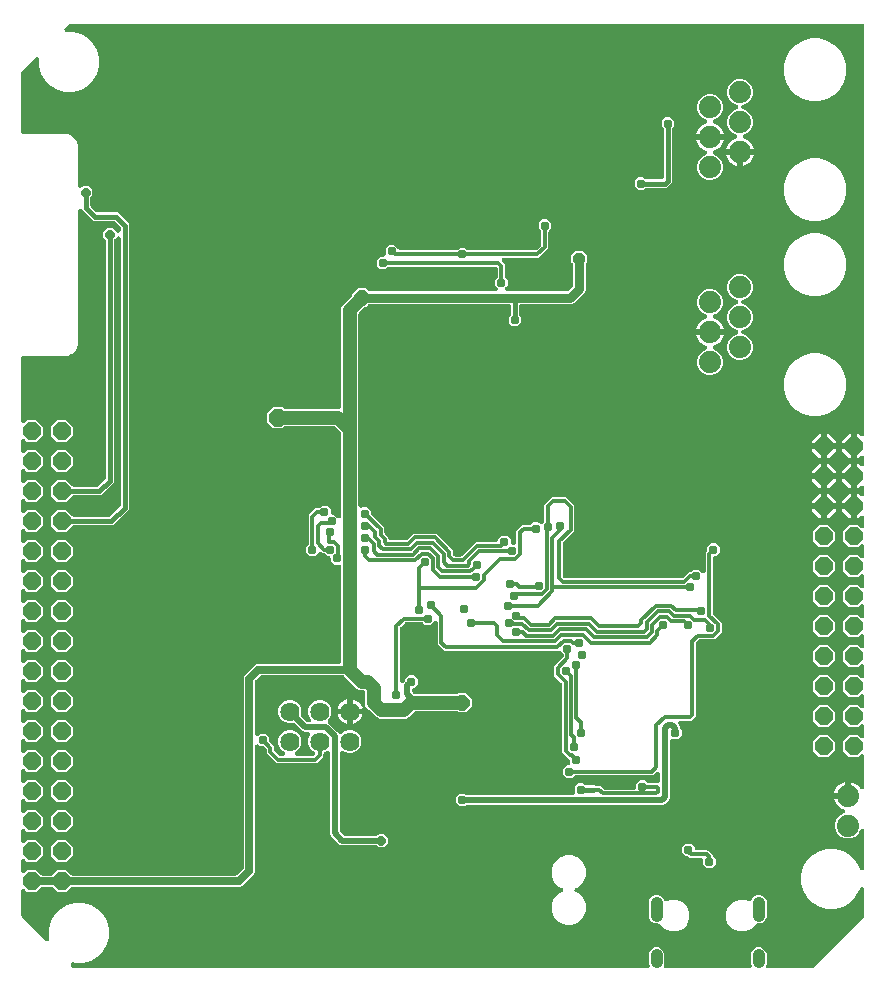
<source format=gbr>
G04 EAGLE Gerber RS-274X export*
G75*
%MOMM*%
%FSLAX34Y34*%
%LPD*%
%INBottom Copper*%
%IPPOS*%
%AMOC8*
5,1,8,0,0,1.08239X$1,22.5*%
G01*
%ADD10C,1.625600*%
%ADD11P,1.632244X8X292.500000*%
%ADD12P,1.632244X8X112.500000*%
%ADD13C,1.143000*%
%ADD14C,1.000000*%
%ADD15C,1.879600*%
%ADD16P,0.818720X8X22.500000*%
%ADD17C,0.304800*%
%ADD18C,0.406400*%
%ADD19C,0.355600*%
%ADD20P,1.380047X8X22.500000*%
%ADD21C,1.143000*%
%ADD22C,0.635000*%
%ADD23P,1.623585X8X22.500000*%
%ADD24C,0.508000*%
%ADD25C,0.762000*%
%ADD26P,1.143437X8X22.500000*%
%ADD27P,0.872839X8X22.500000*%

G36*
X541460Y11178D02*
X541460Y11178D01*
X541473Y11177D01*
X541660Y11198D01*
X541847Y11217D01*
X541860Y11221D01*
X541873Y11222D01*
X542051Y11279D01*
X542232Y11335D01*
X542244Y11341D01*
X542257Y11345D01*
X542421Y11437D01*
X542586Y11527D01*
X542596Y11535D01*
X542608Y11542D01*
X542752Y11665D01*
X542895Y11784D01*
X542904Y11795D01*
X542914Y11803D01*
X543030Y11952D01*
X543148Y12098D01*
X543154Y12110D01*
X543162Y12120D01*
X543247Y12290D01*
X543333Y12455D01*
X543337Y12468D01*
X543343Y12480D01*
X543393Y12662D01*
X543445Y12842D01*
X543446Y12856D01*
X543449Y12869D01*
X543462Y13055D01*
X543478Y13244D01*
X543476Y13257D01*
X543477Y13270D01*
X543453Y13457D01*
X543431Y13643D01*
X543426Y13656D01*
X543425Y13669D01*
X543323Y13985D01*
X542857Y15110D01*
X542857Y23706D01*
X543851Y26104D01*
X545686Y27939D01*
X548084Y28933D01*
X550680Y28933D01*
X553078Y27939D01*
X554913Y26104D01*
X555907Y23706D01*
X555907Y15110D01*
X555441Y13985D01*
X555437Y13972D01*
X555431Y13961D01*
X555379Y13780D01*
X555324Y13600D01*
X555323Y13587D01*
X555319Y13574D01*
X555304Y13385D01*
X555286Y13199D01*
X555288Y13186D01*
X555286Y13172D01*
X555308Y12986D01*
X555328Y12799D01*
X555332Y12786D01*
X555333Y12773D01*
X555392Y12593D01*
X555448Y12414D01*
X555454Y12403D01*
X555458Y12390D01*
X555551Y12225D01*
X555641Y12061D01*
X555650Y12051D01*
X555656Y12039D01*
X555779Y11897D01*
X555900Y11753D01*
X555911Y11745D01*
X555919Y11734D01*
X556067Y11620D01*
X556215Y11502D01*
X556227Y11496D01*
X556237Y11488D01*
X556406Y11404D01*
X556573Y11318D01*
X556586Y11314D01*
X556598Y11308D01*
X556781Y11259D01*
X556960Y11208D01*
X556974Y11207D01*
X556987Y11204D01*
X557317Y11177D01*
X627847Y11177D01*
X627860Y11178D01*
X627873Y11177D01*
X628060Y11198D01*
X628247Y11217D01*
X628260Y11221D01*
X628273Y11222D01*
X628451Y11279D01*
X628632Y11335D01*
X628644Y11341D01*
X628657Y11345D01*
X628821Y11437D01*
X628986Y11527D01*
X628996Y11535D01*
X629008Y11542D01*
X629152Y11665D01*
X629295Y11784D01*
X629304Y11795D01*
X629314Y11803D01*
X629430Y11952D01*
X629548Y12098D01*
X629554Y12110D01*
X629562Y12120D01*
X629647Y12290D01*
X629733Y12455D01*
X629737Y12468D01*
X629743Y12480D01*
X629793Y12662D01*
X629845Y12842D01*
X629846Y12856D01*
X629849Y12869D01*
X629862Y13055D01*
X629878Y13244D01*
X629876Y13257D01*
X629877Y13270D01*
X629853Y13457D01*
X629831Y13643D01*
X629826Y13656D01*
X629825Y13669D01*
X629723Y13985D01*
X629257Y15110D01*
X629257Y23706D01*
X630251Y26104D01*
X632086Y27939D01*
X634484Y28933D01*
X637080Y28933D01*
X639478Y27939D01*
X641313Y26104D01*
X642307Y23706D01*
X642307Y15110D01*
X641841Y13985D01*
X641837Y13972D01*
X641831Y13961D01*
X641779Y13780D01*
X641724Y13600D01*
X641723Y13587D01*
X641719Y13574D01*
X641704Y13385D01*
X641686Y13199D01*
X641688Y13186D01*
X641686Y13172D01*
X641708Y12986D01*
X641728Y12799D01*
X641732Y12786D01*
X641733Y12773D01*
X641792Y12593D01*
X641848Y12414D01*
X641854Y12403D01*
X641858Y12390D01*
X641951Y12225D01*
X642041Y12061D01*
X642050Y12051D01*
X642056Y12039D01*
X642179Y11897D01*
X642300Y11753D01*
X642311Y11745D01*
X642319Y11734D01*
X642467Y11620D01*
X642615Y11502D01*
X642627Y11496D01*
X642637Y11488D01*
X642806Y11404D01*
X642973Y11318D01*
X642986Y11314D01*
X642998Y11308D01*
X643181Y11259D01*
X643360Y11208D01*
X643374Y11207D01*
X643387Y11204D01*
X643717Y11177D01*
X680329Y11177D01*
X680356Y11179D01*
X680382Y11177D01*
X680556Y11199D01*
X680730Y11217D01*
X680755Y11224D01*
X680782Y11228D01*
X680947Y11283D01*
X681115Y11335D01*
X681138Y11348D01*
X681163Y11356D01*
X681315Y11443D01*
X681469Y11527D01*
X681489Y11544D01*
X681512Y11557D01*
X681765Y11772D01*
X724628Y54635D01*
X724645Y54655D01*
X724666Y54673D01*
X724773Y54811D01*
X724883Y54946D01*
X724896Y54970D01*
X724912Y54991D01*
X724990Y55148D01*
X725072Y55302D01*
X725080Y55327D01*
X725092Y55351D01*
X725137Y55521D01*
X725187Y55688D01*
X725189Y55714D01*
X725196Y55740D01*
X725223Y56071D01*
X725223Y78025D01*
X725210Y78161D01*
X725205Y78299D01*
X725190Y78361D01*
X725183Y78425D01*
X725143Y78556D01*
X725111Y78690D01*
X725084Y78749D01*
X725065Y78810D01*
X725000Y78931D01*
X724942Y79056D01*
X724904Y79108D01*
X724873Y79164D01*
X724786Y79270D01*
X724704Y79381D01*
X724657Y79424D01*
X724616Y79473D01*
X724509Y79559D01*
X724407Y79652D01*
X724352Y79685D01*
X724302Y79726D01*
X724180Y79789D01*
X724062Y79860D01*
X724002Y79882D01*
X723945Y79911D01*
X723813Y79949D01*
X723683Y79996D01*
X723620Y80005D01*
X723558Y80023D01*
X723421Y80034D01*
X723285Y80054D01*
X723221Y80050D01*
X723156Y80056D01*
X723020Y80040D01*
X722883Y80032D01*
X722820Y80016D01*
X722757Y80009D01*
X722626Y79966D01*
X722493Y79932D01*
X722435Y79904D01*
X722374Y79884D01*
X722254Y79816D01*
X722131Y79756D01*
X722079Y79717D01*
X722023Y79686D01*
X721919Y79596D01*
X721810Y79513D01*
X721767Y79465D01*
X721719Y79423D01*
X721634Y79314D01*
X721543Y79211D01*
X721511Y79155D01*
X721472Y79105D01*
X721411Y78982D01*
X721342Y78863D01*
X721317Y78793D01*
X721292Y78744D01*
X721272Y78667D01*
X721230Y78550D01*
X720900Y77318D01*
X717556Y71526D01*
X712826Y66796D01*
X707034Y63452D01*
X700574Y61721D01*
X693886Y61721D01*
X687426Y63452D01*
X681634Y66796D01*
X676904Y71526D01*
X673560Y77318D01*
X671829Y83778D01*
X671829Y90466D01*
X673560Y96926D01*
X676904Y102718D01*
X681634Y107448D01*
X687426Y110792D01*
X693886Y112523D01*
X700574Y112523D01*
X707034Y110792D01*
X712826Y107448D01*
X717556Y102718D01*
X720900Y96926D01*
X721230Y95694D01*
X721278Y95565D01*
X721319Y95434D01*
X721350Y95377D01*
X721372Y95317D01*
X721445Y95201D01*
X721511Y95080D01*
X721552Y95030D01*
X721586Y94976D01*
X721680Y94876D01*
X721768Y94771D01*
X721818Y94730D01*
X721863Y94684D01*
X721975Y94604D01*
X722082Y94518D01*
X722139Y94489D01*
X722192Y94452D01*
X722318Y94396D01*
X722439Y94333D01*
X722501Y94315D01*
X722560Y94289D01*
X722694Y94259D01*
X722826Y94221D01*
X722890Y94216D01*
X722953Y94202D01*
X723091Y94200D01*
X723228Y94188D01*
X723291Y94196D01*
X723356Y94195D01*
X723491Y94219D01*
X723627Y94235D01*
X723689Y94255D01*
X723752Y94267D01*
X723879Y94318D01*
X724010Y94360D01*
X724066Y94392D01*
X724126Y94416D01*
X724241Y94491D01*
X724361Y94558D01*
X724410Y94600D01*
X724463Y94635D01*
X724562Y94732D01*
X724666Y94821D01*
X724705Y94872D01*
X724751Y94917D01*
X724828Y95031D01*
X724912Y95139D01*
X724941Y95197D01*
X724977Y95250D01*
X725030Y95377D01*
X725092Y95500D01*
X725108Y95562D01*
X725133Y95621D01*
X725160Y95756D01*
X725196Y95889D01*
X725202Y95963D01*
X725213Y96016D01*
X725213Y96096D01*
X725223Y96219D01*
X725223Y127181D01*
X725223Y127185D01*
X725223Y127190D01*
X725203Y127384D01*
X725183Y127582D01*
X725182Y127586D01*
X725182Y127590D01*
X725124Y127776D01*
X725065Y127966D01*
X725063Y127970D01*
X725062Y127975D01*
X724966Y128149D01*
X724873Y128321D01*
X724871Y128324D01*
X724868Y128328D01*
X724740Y128481D01*
X724616Y128630D01*
X724612Y128633D01*
X724609Y128636D01*
X724453Y128761D01*
X724302Y128882D01*
X724298Y128884D01*
X724295Y128887D01*
X724114Y128979D01*
X723945Y129068D01*
X723940Y129069D01*
X723936Y129071D01*
X723746Y129125D01*
X723558Y129179D01*
X723553Y129179D01*
X723549Y129181D01*
X723357Y129195D01*
X723156Y129212D01*
X723152Y129211D01*
X723148Y129212D01*
X722954Y129188D01*
X722757Y129165D01*
X722752Y129164D01*
X722748Y129163D01*
X722563Y129102D01*
X722374Y129040D01*
X722370Y129038D01*
X722366Y129037D01*
X722197Y128940D01*
X722023Y128842D01*
X722020Y128839D01*
X722016Y128837D01*
X721869Y128709D01*
X721719Y128579D01*
X721716Y128575D01*
X721712Y128573D01*
X721592Y128416D01*
X721472Y128261D01*
X721470Y128257D01*
X721467Y128253D01*
X721315Y127958D01*
X720460Y125893D01*
X717387Y122820D01*
X713373Y121157D01*
X709027Y121157D01*
X705013Y122820D01*
X701940Y125893D01*
X700277Y129907D01*
X700277Y134253D01*
X701940Y138267D01*
X705013Y141340D01*
X707499Y142370D01*
X707577Y142412D01*
X707660Y142445D01*
X707754Y142507D01*
X707854Y142560D01*
X707922Y142616D01*
X707997Y142665D01*
X708077Y142744D01*
X708164Y142816D01*
X708220Y142885D01*
X708283Y142948D01*
X708347Y143041D01*
X708418Y143129D01*
X708459Y143207D01*
X708509Y143281D01*
X708552Y143385D01*
X708605Y143485D01*
X708630Y143571D01*
X708664Y143653D01*
X708686Y143763D01*
X708718Y143872D01*
X708726Y143960D01*
X708743Y144047D01*
X708743Y144161D01*
X708753Y144273D01*
X708743Y144361D01*
X708743Y144450D01*
X708720Y144561D01*
X708707Y144673D01*
X708680Y144758D01*
X708663Y144845D01*
X708619Y144949D01*
X708584Y145056D01*
X708541Y145134D01*
X708507Y145216D01*
X708443Y145309D01*
X708388Y145408D01*
X708330Y145475D01*
X708280Y145549D01*
X708200Y145628D01*
X708126Y145714D01*
X708056Y145768D01*
X707993Y145831D01*
X707898Y145892D01*
X707809Y145962D01*
X707730Y146002D01*
X707655Y146050D01*
X707525Y146105D01*
X707449Y146143D01*
X707405Y146155D01*
X707349Y146178D01*
X706617Y146416D01*
X704943Y147269D01*
X703422Y148374D01*
X702094Y149702D01*
X700989Y151223D01*
X700136Y152897D01*
X699555Y154684D01*
X699515Y154941D01*
X710692Y154941D01*
X710710Y154942D01*
X710727Y154941D01*
X710910Y154962D01*
X711092Y154981D01*
X711109Y154986D01*
X711127Y154988D01*
X711302Y155045D01*
X711477Y155099D01*
X711493Y155107D01*
X711510Y155113D01*
X711670Y155203D01*
X711831Y155290D01*
X711845Y155302D01*
X711861Y155311D01*
X712000Y155431D01*
X712141Y155548D01*
X712152Y155562D01*
X712165Y155574D01*
X712278Y155719D01*
X712393Y155862D01*
X712401Y155878D01*
X712412Y155892D01*
X712494Y156057D01*
X712534Y156133D01*
X712686Y156219D01*
X712848Y156307D01*
X712861Y156318D01*
X712877Y156327D01*
X713016Y156447D01*
X713157Y156565D01*
X713168Y156578D01*
X713182Y156590D01*
X713294Y156735D01*
X713409Y156878D01*
X713417Y156894D01*
X713428Y156908D01*
X713510Y157073D01*
X713595Y157236D01*
X713600Y157253D01*
X713608Y157269D01*
X713655Y157447D01*
X713706Y157622D01*
X713708Y157640D01*
X713712Y157657D01*
X713739Y157988D01*
X713739Y169165D01*
X713996Y169125D01*
X715783Y168544D01*
X717457Y167691D01*
X718978Y166586D01*
X720306Y165258D01*
X721460Y163670D01*
X721511Y163576D01*
X721559Y163519D01*
X721599Y163455D01*
X721687Y163364D01*
X721768Y163267D01*
X721827Y163220D01*
X721879Y163166D01*
X721983Y163094D01*
X722082Y163015D01*
X722149Y162980D01*
X722211Y162937D01*
X722327Y162888D01*
X722439Y162829D01*
X722512Y162808D01*
X722581Y162779D01*
X722705Y162753D01*
X722826Y162718D01*
X722901Y162712D01*
X722975Y162696D01*
X723101Y162695D01*
X723228Y162685D01*
X723302Y162694D01*
X723377Y162693D01*
X723502Y162717D01*
X723627Y162732D01*
X723699Y162755D01*
X723773Y162769D01*
X723890Y162817D01*
X724010Y162857D01*
X724076Y162894D01*
X724145Y162922D01*
X724250Y162992D01*
X724361Y163055D01*
X724418Y163104D01*
X724480Y163145D01*
X724570Y163235D01*
X724666Y163318D01*
X724712Y163377D01*
X724765Y163430D01*
X724835Y163536D01*
X724912Y163636D01*
X724946Y163703D01*
X724987Y163766D01*
X725035Y163883D01*
X725092Y163996D01*
X725111Y164069D01*
X725139Y164138D01*
X725163Y164263D01*
X725196Y164385D01*
X725203Y164472D01*
X725215Y164534D01*
X725214Y164608D01*
X725223Y164716D01*
X725223Y190610D01*
X725222Y190619D01*
X725223Y190628D01*
X725202Y190820D01*
X725183Y191011D01*
X725181Y191019D01*
X725180Y191028D01*
X725122Y191210D01*
X725065Y191395D01*
X725061Y191403D01*
X725058Y191412D01*
X724965Y191580D01*
X724873Y191750D01*
X724868Y191756D01*
X724863Y191764D01*
X724738Y191912D01*
X724616Y192059D01*
X724609Y192064D01*
X724603Y192071D01*
X724451Y192191D01*
X724302Y192311D01*
X724294Y192315D01*
X724287Y192321D01*
X724114Y192409D01*
X723945Y192497D01*
X723936Y192499D01*
X723928Y192503D01*
X723742Y192555D01*
X723558Y192608D01*
X723549Y192609D01*
X723540Y192611D01*
X723348Y192625D01*
X723156Y192641D01*
X723148Y192640D01*
X723139Y192641D01*
X722946Y192616D01*
X722757Y192594D01*
X722748Y192591D01*
X722739Y192590D01*
X722556Y192529D01*
X722374Y192469D01*
X722366Y192465D01*
X722358Y192462D01*
X722191Y192366D01*
X722023Y192271D01*
X722016Y192265D01*
X722009Y192261D01*
X721756Y192046D01*
X720035Y190325D01*
X712525Y190325D01*
X707215Y195635D01*
X707215Y203145D01*
X712525Y208455D01*
X720035Y208455D01*
X721756Y206734D01*
X721763Y206728D01*
X721768Y206721D01*
X721918Y206601D01*
X722067Y206479D01*
X722075Y206474D01*
X722082Y206469D01*
X722252Y206380D01*
X722423Y206290D01*
X722432Y206287D01*
X722439Y206283D01*
X722624Y206230D01*
X722809Y206175D01*
X722818Y206174D01*
X722826Y206172D01*
X723017Y206156D01*
X723210Y206139D01*
X723219Y206140D01*
X723228Y206139D01*
X723417Y206161D01*
X723610Y206182D01*
X723619Y206185D01*
X723627Y206186D01*
X723809Y206245D01*
X723994Y206304D01*
X724002Y206308D01*
X724010Y206311D01*
X724179Y206406D01*
X724346Y206499D01*
X724353Y206504D01*
X724361Y206509D01*
X724507Y206635D01*
X724653Y206759D01*
X724659Y206766D01*
X724666Y206772D01*
X724782Y206922D01*
X724903Y207075D01*
X724907Y207083D01*
X724912Y207090D01*
X724998Y207262D01*
X725085Y207434D01*
X725088Y207443D01*
X725092Y207451D01*
X725142Y207637D01*
X725193Y207822D01*
X725194Y207831D01*
X725196Y207839D01*
X725223Y208170D01*
X725223Y216010D01*
X725222Y216019D01*
X725223Y216028D01*
X725202Y216220D01*
X725183Y216411D01*
X725181Y216419D01*
X725180Y216428D01*
X725122Y216610D01*
X725065Y216795D01*
X725061Y216803D01*
X725058Y216812D01*
X724965Y216980D01*
X724873Y217150D01*
X724868Y217156D01*
X724863Y217164D01*
X724738Y217312D01*
X724616Y217459D01*
X724609Y217464D01*
X724603Y217471D01*
X724451Y217591D01*
X724302Y217711D01*
X724294Y217715D01*
X724287Y217721D01*
X724114Y217809D01*
X723945Y217897D01*
X723936Y217899D01*
X723928Y217903D01*
X723742Y217955D01*
X723558Y218008D01*
X723549Y218009D01*
X723540Y218011D01*
X723348Y218025D01*
X723156Y218041D01*
X723148Y218040D01*
X723139Y218041D01*
X722946Y218016D01*
X722757Y217994D01*
X722748Y217991D01*
X722739Y217990D01*
X722556Y217929D01*
X722374Y217869D01*
X722366Y217865D01*
X722358Y217862D01*
X722191Y217766D01*
X722023Y217671D01*
X722016Y217665D01*
X722009Y217661D01*
X721756Y217446D01*
X720035Y215725D01*
X712525Y215725D01*
X707215Y221035D01*
X707215Y228545D01*
X712525Y233855D01*
X720035Y233855D01*
X721756Y232134D01*
X721763Y232128D01*
X721768Y232121D01*
X721918Y232001D01*
X722067Y231879D01*
X722075Y231874D01*
X722082Y231869D01*
X722252Y231780D01*
X722423Y231690D01*
X722432Y231687D01*
X722439Y231683D01*
X722624Y231630D01*
X722809Y231575D01*
X722818Y231574D01*
X722826Y231572D01*
X723017Y231556D01*
X723210Y231539D01*
X723219Y231540D01*
X723228Y231539D01*
X723417Y231561D01*
X723610Y231582D01*
X723619Y231585D01*
X723627Y231586D01*
X723809Y231645D01*
X723994Y231704D01*
X724002Y231708D01*
X724010Y231711D01*
X724179Y231806D01*
X724346Y231899D01*
X724353Y231904D01*
X724361Y231909D01*
X724507Y232035D01*
X724653Y232159D01*
X724659Y232166D01*
X724666Y232172D01*
X724782Y232322D01*
X724903Y232475D01*
X724907Y232483D01*
X724912Y232490D01*
X724998Y232662D01*
X725085Y232834D01*
X725088Y232843D01*
X725092Y232851D01*
X725142Y233037D01*
X725193Y233222D01*
X725194Y233231D01*
X725196Y233239D01*
X725223Y233570D01*
X725223Y241410D01*
X725222Y241419D01*
X725223Y241428D01*
X725202Y241620D01*
X725183Y241811D01*
X725181Y241819D01*
X725180Y241828D01*
X725122Y242010D01*
X725065Y242195D01*
X725061Y242203D01*
X725058Y242212D01*
X724965Y242380D01*
X724873Y242550D01*
X724868Y242556D01*
X724863Y242564D01*
X724738Y242712D01*
X724616Y242859D01*
X724609Y242864D01*
X724603Y242871D01*
X724451Y242991D01*
X724302Y243111D01*
X724294Y243115D01*
X724287Y243121D01*
X724114Y243209D01*
X723945Y243297D01*
X723936Y243299D01*
X723928Y243303D01*
X723742Y243355D01*
X723558Y243408D01*
X723549Y243409D01*
X723540Y243411D01*
X723348Y243425D01*
X723156Y243441D01*
X723148Y243440D01*
X723139Y243441D01*
X722946Y243416D01*
X722757Y243394D01*
X722748Y243391D01*
X722739Y243390D01*
X722556Y243329D01*
X722374Y243269D01*
X722366Y243265D01*
X722358Y243262D01*
X722191Y243166D01*
X722023Y243071D01*
X722016Y243065D01*
X722009Y243061D01*
X721756Y242846D01*
X720035Y241125D01*
X712525Y241125D01*
X707215Y246435D01*
X707215Y253945D01*
X712525Y259255D01*
X720035Y259255D01*
X721756Y257534D01*
X721763Y257528D01*
X721768Y257521D01*
X721774Y257517D01*
X721775Y257516D01*
X721787Y257506D01*
X721918Y257401D01*
X722067Y257279D01*
X722075Y257274D01*
X722082Y257269D01*
X722252Y257180D01*
X722423Y257090D01*
X722432Y257087D01*
X722439Y257083D01*
X722624Y257030D01*
X722809Y256975D01*
X722818Y256974D01*
X722826Y256972D01*
X723017Y256956D01*
X723210Y256939D01*
X723219Y256940D01*
X723228Y256939D01*
X723417Y256961D01*
X723610Y256982D01*
X723619Y256985D01*
X723627Y256986D01*
X723809Y257045D01*
X723994Y257104D01*
X724002Y257108D01*
X724010Y257111D01*
X724179Y257206D01*
X724346Y257299D01*
X724353Y257304D01*
X724361Y257309D01*
X724507Y257435D01*
X724653Y257559D01*
X724659Y257566D01*
X724666Y257572D01*
X724783Y257723D01*
X724903Y257875D01*
X724907Y257883D01*
X724912Y257890D01*
X724998Y258062D01*
X725085Y258234D01*
X725088Y258243D01*
X725092Y258251D01*
X725142Y258437D01*
X725193Y258622D01*
X725194Y258631D01*
X725196Y258639D01*
X725223Y258970D01*
X725223Y266810D01*
X725222Y266819D01*
X725223Y266828D01*
X725202Y267020D01*
X725183Y267211D01*
X725181Y267219D01*
X725180Y267228D01*
X725122Y267410D01*
X725065Y267595D01*
X725061Y267603D01*
X725058Y267612D01*
X724965Y267780D01*
X724873Y267950D01*
X724868Y267956D01*
X724863Y267964D01*
X724738Y268112D01*
X724616Y268259D01*
X724609Y268264D01*
X724603Y268271D01*
X724451Y268391D01*
X724302Y268511D01*
X724294Y268515D01*
X724287Y268521D01*
X724114Y268609D01*
X723945Y268697D01*
X723936Y268699D01*
X723928Y268703D01*
X723742Y268755D01*
X723558Y268808D01*
X723549Y268809D01*
X723540Y268811D01*
X723348Y268825D01*
X723156Y268841D01*
X723148Y268840D01*
X723139Y268841D01*
X722946Y268816D01*
X722757Y268794D01*
X722748Y268791D01*
X722739Y268790D01*
X722556Y268729D01*
X722374Y268669D01*
X722366Y268665D01*
X722358Y268662D01*
X722191Y268566D01*
X722023Y268471D01*
X722016Y268465D01*
X722009Y268461D01*
X721756Y268246D01*
X720035Y266525D01*
X712525Y266525D01*
X707215Y271835D01*
X707215Y279345D01*
X712525Y284655D01*
X720035Y284655D01*
X721756Y282934D01*
X721763Y282928D01*
X721768Y282921D01*
X721918Y282801D01*
X722067Y282679D01*
X722075Y282674D01*
X722082Y282669D01*
X722252Y282580D01*
X722423Y282490D01*
X722432Y282487D01*
X722439Y282483D01*
X722624Y282430D01*
X722809Y282375D01*
X722818Y282374D01*
X722826Y282372D01*
X723017Y282356D01*
X723210Y282339D01*
X723219Y282340D01*
X723228Y282339D01*
X723417Y282361D01*
X723610Y282382D01*
X723619Y282385D01*
X723627Y282386D01*
X723809Y282445D01*
X723994Y282504D01*
X724002Y282508D01*
X724010Y282511D01*
X724179Y282606D01*
X724346Y282699D01*
X724353Y282704D01*
X724361Y282709D01*
X724507Y282835D01*
X724653Y282959D01*
X724659Y282966D01*
X724666Y282972D01*
X724783Y283123D01*
X724903Y283275D01*
X724907Y283283D01*
X724912Y283290D01*
X724998Y283462D01*
X725085Y283634D01*
X725088Y283643D01*
X725092Y283651D01*
X725142Y283837D01*
X725193Y284022D01*
X725194Y284031D01*
X725196Y284039D01*
X725223Y284370D01*
X725223Y292210D01*
X725222Y292219D01*
X725223Y292228D01*
X725202Y292420D01*
X725183Y292611D01*
X725181Y292619D01*
X725180Y292628D01*
X725122Y292810D01*
X725065Y292995D01*
X725061Y293003D01*
X725058Y293012D01*
X724965Y293180D01*
X724873Y293350D01*
X724868Y293356D01*
X724863Y293364D01*
X724738Y293512D01*
X724616Y293659D01*
X724609Y293664D01*
X724603Y293671D01*
X724451Y293791D01*
X724302Y293911D01*
X724294Y293915D01*
X724287Y293921D01*
X724114Y294009D01*
X723945Y294097D01*
X723936Y294099D01*
X723928Y294103D01*
X723742Y294155D01*
X723558Y294208D01*
X723549Y294209D01*
X723540Y294211D01*
X723348Y294225D01*
X723156Y294241D01*
X723148Y294240D01*
X723139Y294241D01*
X722946Y294216D01*
X722757Y294194D01*
X722748Y294191D01*
X722739Y294190D01*
X722556Y294129D01*
X722374Y294069D01*
X722366Y294065D01*
X722358Y294062D01*
X722191Y293966D01*
X722023Y293871D01*
X722016Y293865D01*
X722009Y293861D01*
X721756Y293646D01*
X720035Y291925D01*
X712525Y291925D01*
X707215Y297235D01*
X707215Y304745D01*
X712525Y310055D01*
X720035Y310055D01*
X721756Y308334D01*
X721763Y308328D01*
X721768Y308321D01*
X721782Y308310D01*
X721793Y308297D01*
X721929Y308192D01*
X722067Y308079D01*
X722075Y308074D01*
X722082Y308069D01*
X722098Y308060D01*
X722112Y308050D01*
X722262Y307976D01*
X722423Y307890D01*
X722432Y307887D01*
X722439Y307883D01*
X722458Y307878D01*
X722472Y307871D01*
X722630Y307828D01*
X722809Y307775D01*
X722818Y307774D01*
X722826Y307772D01*
X722846Y307770D01*
X722861Y307766D01*
X723192Y307739D01*
X723199Y307740D01*
X723210Y307739D01*
X723219Y307740D01*
X723228Y307739D01*
X723417Y307761D01*
X723452Y307765D01*
X723593Y307779D01*
X723599Y307781D01*
X723610Y307782D01*
X723619Y307785D01*
X723627Y307786D01*
X723809Y307845D01*
X723840Y307855D01*
X723978Y307897D01*
X723983Y307900D01*
X723994Y307904D01*
X724002Y307908D01*
X724010Y307911D01*
X724179Y308006D01*
X724201Y308018D01*
X724332Y308089D01*
X724337Y308093D01*
X724346Y308099D01*
X724353Y308104D01*
X724361Y308109D01*
X724507Y308235D01*
X724523Y308248D01*
X724641Y308347D01*
X724645Y308352D01*
X724653Y308359D01*
X724659Y308366D01*
X724666Y308372D01*
X724783Y308523D01*
X724792Y308535D01*
X724893Y308661D01*
X724897Y308667D01*
X724903Y308675D01*
X724907Y308683D01*
X724912Y308690D01*
X724998Y308862D01*
X725001Y308868D01*
X725079Y309018D01*
X725081Y309025D01*
X725085Y309034D01*
X725088Y309043D01*
X725092Y309051D01*
X725141Y309235D01*
X725190Y309405D01*
X725191Y309413D01*
X725193Y309422D01*
X725194Y309431D01*
X725196Y309439D01*
X725223Y309770D01*
X725223Y317610D01*
X725222Y317619D01*
X725223Y317628D01*
X725202Y317820D01*
X725183Y318011D01*
X725181Y318019D01*
X725180Y318028D01*
X725122Y318210D01*
X725065Y318395D01*
X725061Y318403D01*
X725058Y318412D01*
X724965Y318580D01*
X724873Y318750D01*
X724868Y318756D01*
X724863Y318764D01*
X724738Y318912D01*
X724616Y319059D01*
X724609Y319064D01*
X724603Y319071D01*
X724451Y319191D01*
X724302Y319311D01*
X724294Y319315D01*
X724287Y319321D01*
X724114Y319409D01*
X723945Y319497D01*
X723936Y319499D01*
X723928Y319503D01*
X723742Y319555D01*
X723558Y319608D01*
X723549Y319609D01*
X723540Y319611D01*
X723348Y319625D01*
X723156Y319641D01*
X723148Y319640D01*
X723139Y319641D01*
X722946Y319616D01*
X722757Y319594D01*
X722748Y319591D01*
X722739Y319590D01*
X722556Y319529D01*
X722374Y319469D01*
X722366Y319465D01*
X722358Y319462D01*
X722191Y319366D01*
X722023Y319271D01*
X722016Y319265D01*
X722009Y319261D01*
X721756Y319046D01*
X720035Y317325D01*
X712525Y317325D01*
X707215Y322635D01*
X707215Y330145D01*
X712525Y335455D01*
X720035Y335455D01*
X721756Y333734D01*
X721763Y333728D01*
X721768Y333721D01*
X721918Y333601D01*
X722067Y333479D01*
X722075Y333474D01*
X722082Y333469D01*
X722252Y333380D01*
X722423Y333290D01*
X722432Y333287D01*
X722439Y333283D01*
X722624Y333230D01*
X722809Y333175D01*
X722818Y333174D01*
X722826Y333172D01*
X723017Y333156D01*
X723210Y333139D01*
X723219Y333140D01*
X723228Y333139D01*
X723417Y333161D01*
X723610Y333182D01*
X723619Y333185D01*
X723627Y333186D01*
X723809Y333245D01*
X723994Y333304D01*
X724002Y333308D01*
X724010Y333311D01*
X724179Y333406D01*
X724346Y333499D01*
X724353Y333504D01*
X724361Y333509D01*
X724507Y333635D01*
X724653Y333759D01*
X724659Y333766D01*
X724666Y333772D01*
X724783Y333923D01*
X724903Y334075D01*
X724907Y334083D01*
X724912Y334090D01*
X724998Y334262D01*
X725085Y334434D01*
X725088Y334443D01*
X725092Y334451D01*
X725142Y334637D01*
X725193Y334822D01*
X725194Y334831D01*
X725196Y334839D01*
X725223Y335170D01*
X725223Y343010D01*
X725222Y343019D01*
X725223Y343028D01*
X725202Y343220D01*
X725183Y343411D01*
X725181Y343419D01*
X725180Y343428D01*
X725122Y343610D01*
X725065Y343795D01*
X725061Y343803D01*
X725058Y343812D01*
X724965Y343980D01*
X724873Y344150D01*
X724868Y344156D01*
X724863Y344164D01*
X724738Y344312D01*
X724616Y344459D01*
X724609Y344464D01*
X724603Y344471D01*
X724451Y344591D01*
X724302Y344711D01*
X724294Y344715D01*
X724287Y344721D01*
X724114Y344809D01*
X723945Y344897D01*
X723936Y344899D01*
X723928Y344903D01*
X723742Y344955D01*
X723558Y345008D01*
X723549Y345009D01*
X723540Y345011D01*
X723348Y345025D01*
X723156Y345041D01*
X723148Y345040D01*
X723139Y345041D01*
X722946Y345016D01*
X722757Y344994D01*
X722748Y344991D01*
X722739Y344990D01*
X722556Y344929D01*
X722374Y344869D01*
X722366Y344865D01*
X722358Y344862D01*
X722191Y344766D01*
X722023Y344671D01*
X722016Y344665D01*
X722009Y344661D01*
X721756Y344446D01*
X720035Y342725D01*
X712525Y342725D01*
X707215Y348035D01*
X707215Y355545D01*
X712525Y360855D01*
X720035Y360855D01*
X721756Y359134D01*
X721763Y359128D01*
X721768Y359121D01*
X721918Y359001D01*
X722067Y358879D01*
X722075Y358874D01*
X722082Y358869D01*
X722252Y358780D01*
X722423Y358690D01*
X722432Y358687D01*
X722439Y358683D01*
X722624Y358630D01*
X722809Y358575D01*
X722818Y358574D01*
X722826Y358572D01*
X723017Y358556D01*
X723210Y358539D01*
X723219Y358540D01*
X723228Y358539D01*
X723417Y358561D01*
X723610Y358582D01*
X723619Y358585D01*
X723627Y358586D01*
X723809Y358645D01*
X723994Y358704D01*
X724002Y358708D01*
X724010Y358711D01*
X724179Y358806D01*
X724346Y358899D01*
X724353Y358904D01*
X724361Y358909D01*
X724507Y359035D01*
X724653Y359159D01*
X724659Y359166D01*
X724666Y359172D01*
X724783Y359323D01*
X724903Y359475D01*
X724907Y359483D01*
X724912Y359490D01*
X724998Y359662D01*
X725085Y359834D01*
X725088Y359843D01*
X725092Y359851D01*
X725142Y360037D01*
X725193Y360222D01*
X725194Y360231D01*
X725196Y360239D01*
X725223Y360570D01*
X725223Y368410D01*
X725222Y368419D01*
X725223Y368428D01*
X725202Y368620D01*
X725183Y368811D01*
X725181Y368819D01*
X725180Y368828D01*
X725122Y369010D01*
X725065Y369195D01*
X725061Y369203D01*
X725058Y369212D01*
X724965Y369380D01*
X724873Y369550D01*
X724868Y369556D01*
X724863Y369564D01*
X724738Y369712D01*
X724616Y369859D01*
X724609Y369864D01*
X724603Y369871D01*
X724451Y369991D01*
X724302Y370111D01*
X724294Y370115D01*
X724287Y370121D01*
X724114Y370209D01*
X723945Y370297D01*
X723936Y370299D01*
X723928Y370303D01*
X723742Y370355D01*
X723558Y370408D01*
X723549Y370409D01*
X723540Y370411D01*
X723348Y370425D01*
X723156Y370441D01*
X723148Y370440D01*
X723139Y370441D01*
X722946Y370416D01*
X722757Y370394D01*
X722748Y370391D01*
X722739Y370390D01*
X722556Y370329D01*
X722374Y370269D01*
X722366Y370265D01*
X722358Y370262D01*
X722191Y370166D01*
X722023Y370071D01*
X722016Y370065D01*
X722009Y370061D01*
X721756Y369846D01*
X720035Y368125D01*
X712525Y368125D01*
X707215Y373435D01*
X707215Y380945D01*
X712525Y386255D01*
X720035Y386255D01*
X721756Y384534D01*
X721763Y384528D01*
X721768Y384521D01*
X721918Y384401D01*
X722067Y384279D01*
X722075Y384274D01*
X722082Y384269D01*
X722252Y384180D01*
X722423Y384090D01*
X722432Y384087D01*
X722439Y384083D01*
X722624Y384030D01*
X722809Y383975D01*
X722818Y383974D01*
X722826Y383972D01*
X723017Y383956D01*
X723210Y383939D01*
X723219Y383940D01*
X723228Y383939D01*
X723417Y383961D01*
X723610Y383982D01*
X723619Y383985D01*
X723627Y383986D01*
X723809Y384045D01*
X723994Y384104D01*
X724002Y384108D01*
X724010Y384111D01*
X724179Y384206D01*
X724346Y384299D01*
X724353Y384304D01*
X724361Y384309D01*
X724507Y384435D01*
X724653Y384559D01*
X724659Y384566D01*
X724666Y384572D01*
X724783Y384723D01*
X724903Y384875D01*
X724907Y384883D01*
X724912Y384890D01*
X724998Y385062D01*
X725085Y385234D01*
X725088Y385243D01*
X725092Y385251D01*
X725142Y385437D01*
X725193Y385622D01*
X725194Y385631D01*
X725196Y385639D01*
X725223Y385970D01*
X725223Y392373D01*
X725222Y392382D01*
X725223Y392391D01*
X725202Y392583D01*
X725183Y392774D01*
X725181Y392782D01*
X725180Y392791D01*
X725122Y392973D01*
X725065Y393159D01*
X725061Y393167D01*
X725058Y393175D01*
X724965Y393343D01*
X724873Y393513D01*
X724868Y393519D01*
X724863Y393527D01*
X724738Y393675D01*
X724616Y393822D01*
X724609Y393827D01*
X724603Y393834D01*
X724451Y393954D01*
X724302Y394074D01*
X724294Y394078D01*
X724287Y394084D01*
X724115Y394171D01*
X723945Y394260D01*
X723936Y394262D01*
X723928Y394266D01*
X723742Y394318D01*
X723558Y394371D01*
X723549Y394372D01*
X723540Y394374D01*
X723348Y394388D01*
X723156Y394404D01*
X723148Y394403D01*
X723139Y394404D01*
X722946Y394379D01*
X722757Y394357D01*
X722748Y394354D01*
X722739Y394353D01*
X722556Y394292D01*
X722374Y394232D01*
X722366Y394228D01*
X722358Y394225D01*
X722192Y394130D01*
X722023Y394034D01*
X722016Y394029D01*
X722009Y394024D01*
X721756Y393809D01*
X720456Y392509D01*
X718779Y392509D01*
X718779Y402122D01*
X718777Y402140D01*
X718779Y402157D01*
X718758Y402339D01*
X718739Y402522D01*
X718734Y402539D01*
X718732Y402557D01*
X718719Y402598D01*
X718746Y402692D01*
X718748Y402710D01*
X718752Y402727D01*
X718779Y403058D01*
X718779Y412671D01*
X720456Y412671D01*
X721756Y411371D01*
X721763Y411365D01*
X721768Y411358D01*
X721918Y411238D01*
X722067Y411116D01*
X722075Y411111D01*
X722082Y411106D01*
X722252Y411017D01*
X722423Y410927D01*
X722432Y410924D01*
X722439Y410920D01*
X722624Y410867D01*
X722809Y410812D01*
X722818Y410811D01*
X722826Y410809D01*
X723017Y410793D01*
X723210Y410776D01*
X723219Y410777D01*
X723228Y410776D01*
X723417Y410798D01*
X723610Y410819D01*
X723619Y410822D01*
X723627Y410823D01*
X723809Y410882D01*
X723994Y410941D01*
X724002Y410945D01*
X724010Y410948D01*
X724177Y411042D01*
X724346Y411135D01*
X724353Y411141D01*
X724361Y411146D01*
X724506Y411271D01*
X724653Y411396D01*
X724659Y411403D01*
X724666Y411409D01*
X724782Y411559D01*
X724903Y411712D01*
X724907Y411720D01*
X724912Y411727D01*
X724998Y411898D01*
X725085Y412071D01*
X725088Y412079D01*
X725092Y412087D01*
X725142Y412273D01*
X725193Y412459D01*
X725194Y412468D01*
X725196Y412476D01*
X725223Y412807D01*
X725223Y417773D01*
X725222Y417782D01*
X725223Y417791D01*
X725202Y417983D01*
X725183Y418174D01*
X725181Y418182D01*
X725180Y418191D01*
X725122Y418373D01*
X725065Y418559D01*
X725061Y418567D01*
X725058Y418575D01*
X724965Y418743D01*
X724873Y418913D01*
X724868Y418919D01*
X724863Y418927D01*
X724738Y419075D01*
X724616Y419222D01*
X724609Y419227D01*
X724603Y419234D01*
X724451Y419354D01*
X724302Y419474D01*
X724294Y419478D01*
X724287Y419484D01*
X724115Y419571D01*
X723945Y419660D01*
X723936Y419662D01*
X723928Y419666D01*
X723742Y419718D01*
X723558Y419771D01*
X723549Y419772D01*
X723540Y419774D01*
X723348Y419788D01*
X723156Y419804D01*
X723148Y419803D01*
X723139Y419804D01*
X722946Y419779D01*
X722757Y419757D01*
X722748Y419754D01*
X722739Y419753D01*
X722556Y419692D01*
X722374Y419632D01*
X722366Y419628D01*
X722358Y419625D01*
X722192Y419530D01*
X722023Y419434D01*
X722016Y419429D01*
X722009Y419424D01*
X721756Y419209D01*
X720456Y417909D01*
X718779Y417909D01*
X718779Y427522D01*
X718777Y427540D01*
X718779Y427557D01*
X718758Y427739D01*
X718739Y427922D01*
X718734Y427939D01*
X718732Y427957D01*
X718719Y427998D01*
X718746Y428092D01*
X718748Y428110D01*
X718752Y428127D01*
X718779Y428458D01*
X718779Y438071D01*
X720456Y438071D01*
X721756Y436771D01*
X721763Y436765D01*
X721768Y436758D01*
X721918Y436638D01*
X722067Y436516D01*
X722075Y436511D01*
X722082Y436506D01*
X722252Y436417D01*
X722423Y436327D01*
X722432Y436324D01*
X722439Y436320D01*
X722624Y436267D01*
X722809Y436212D01*
X722818Y436211D01*
X722826Y436209D01*
X723017Y436193D01*
X723210Y436176D01*
X723219Y436177D01*
X723228Y436176D01*
X723417Y436198D01*
X723610Y436219D01*
X723619Y436222D01*
X723627Y436223D01*
X723809Y436282D01*
X723994Y436341D01*
X724002Y436345D01*
X724010Y436348D01*
X724177Y436442D01*
X724346Y436535D01*
X724353Y436541D01*
X724361Y436546D01*
X724506Y436671D01*
X724653Y436796D01*
X724659Y436803D01*
X724666Y436809D01*
X724782Y436959D01*
X724903Y437112D01*
X724907Y437120D01*
X724912Y437127D01*
X724998Y437298D01*
X725085Y437471D01*
X725088Y437479D01*
X725092Y437487D01*
X725142Y437673D01*
X725193Y437859D01*
X725194Y437868D01*
X725196Y437876D01*
X725223Y438207D01*
X725223Y443173D01*
X725222Y443182D01*
X725223Y443191D01*
X725202Y443383D01*
X725183Y443574D01*
X725181Y443582D01*
X725180Y443591D01*
X725122Y443773D01*
X725065Y443959D01*
X725061Y443967D01*
X725058Y443975D01*
X724965Y444143D01*
X724873Y444313D01*
X724868Y444319D01*
X724863Y444327D01*
X724738Y444475D01*
X724616Y444622D01*
X724609Y444627D01*
X724603Y444634D01*
X724451Y444754D01*
X724302Y444874D01*
X724294Y444878D01*
X724287Y444884D01*
X724115Y444971D01*
X723945Y445060D01*
X723936Y445062D01*
X723928Y445066D01*
X723742Y445118D01*
X723558Y445171D01*
X723549Y445172D01*
X723540Y445174D01*
X723348Y445188D01*
X723156Y445204D01*
X723148Y445203D01*
X723139Y445204D01*
X722946Y445179D01*
X722757Y445157D01*
X722748Y445154D01*
X722739Y445153D01*
X722556Y445092D01*
X722374Y445032D01*
X722366Y445028D01*
X722358Y445025D01*
X722192Y444930D01*
X722023Y444834D01*
X722016Y444829D01*
X722009Y444824D01*
X721756Y444609D01*
X720456Y443309D01*
X718779Y443309D01*
X718779Y452922D01*
X718777Y452940D01*
X718779Y452957D01*
X718758Y453139D01*
X718739Y453322D01*
X718734Y453339D01*
X718732Y453357D01*
X718719Y453398D01*
X718746Y453492D01*
X718748Y453510D01*
X718752Y453527D01*
X718779Y453858D01*
X718779Y463471D01*
X720456Y463471D01*
X721756Y462171D01*
X721763Y462165D01*
X721768Y462158D01*
X721918Y462038D01*
X722067Y461916D01*
X722075Y461911D01*
X722082Y461906D01*
X722252Y461817D01*
X722423Y461727D01*
X722432Y461724D01*
X722439Y461720D01*
X722624Y461667D01*
X722809Y461612D01*
X722818Y461611D01*
X722826Y461609D01*
X723017Y461593D01*
X723210Y461576D01*
X723219Y461577D01*
X723228Y461576D01*
X723417Y461598D01*
X723610Y461619D01*
X723619Y461622D01*
X723627Y461623D01*
X723809Y461682D01*
X723994Y461741D01*
X724002Y461745D01*
X724010Y461748D01*
X724177Y461842D01*
X724346Y461935D01*
X724353Y461941D01*
X724361Y461946D01*
X724506Y462071D01*
X724653Y462196D01*
X724659Y462203D01*
X724666Y462209D01*
X724782Y462359D01*
X724903Y462512D01*
X724907Y462520D01*
X724912Y462527D01*
X724998Y462698D01*
X725085Y462871D01*
X725088Y462879D01*
X725092Y462887D01*
X725142Y463073D01*
X725193Y463259D01*
X725194Y463268D01*
X725196Y463276D01*
X725223Y463607D01*
X725223Y808992D01*
X725221Y809010D01*
X725223Y809028D01*
X725202Y809210D01*
X725183Y809393D01*
X725178Y809410D01*
X725176Y809427D01*
X725119Y809602D01*
X725065Y809778D01*
X725057Y809793D01*
X725051Y809810D01*
X724961Y809970D01*
X724873Y810132D01*
X724862Y810145D01*
X724853Y810161D01*
X724733Y810300D01*
X724616Y810441D01*
X724602Y810452D01*
X724590Y810466D01*
X724444Y810579D01*
X724302Y810693D01*
X724286Y810701D01*
X724272Y810712D01*
X724106Y810795D01*
X723945Y810879D01*
X723928Y810884D01*
X723912Y810892D01*
X723734Y810939D01*
X723558Y810990D01*
X723540Y810992D01*
X723523Y810996D01*
X723192Y811023D01*
X52969Y811021D01*
X52942Y811019D01*
X52916Y811021D01*
X52742Y810999D01*
X52568Y810982D01*
X52543Y810974D01*
X52516Y810970D01*
X52351Y810915D01*
X52183Y810863D01*
X52160Y810851D01*
X52135Y810842D01*
X51983Y810755D01*
X51829Y810672D01*
X51809Y810655D01*
X51786Y810641D01*
X51533Y810426D01*
X48484Y807378D01*
X48479Y807371D01*
X48472Y807366D01*
X48352Y807216D01*
X48229Y807067D01*
X48225Y807059D01*
X48220Y807052D01*
X48131Y806882D01*
X48041Y806711D01*
X48038Y806702D01*
X48034Y806695D01*
X47981Y806510D01*
X47926Y806325D01*
X47925Y806316D01*
X47923Y806308D01*
X47907Y806117D01*
X47890Y805924D01*
X47891Y805915D01*
X47890Y805906D01*
X47912Y805717D01*
X47933Y805524D01*
X47936Y805515D01*
X47937Y805507D01*
X47996Y805325D01*
X48054Y805140D01*
X48059Y805132D01*
X48062Y805124D01*
X48157Y804955D01*
X48249Y804788D01*
X48255Y804781D01*
X48259Y804773D01*
X48385Y804627D01*
X48510Y804481D01*
X48517Y804475D01*
X48523Y804468D01*
X48674Y804351D01*
X48826Y804231D01*
X48834Y804227D01*
X48841Y804222D01*
X49013Y804136D01*
X49185Y804049D01*
X49193Y804046D01*
X49201Y804042D01*
X49387Y803992D01*
X49572Y803941D01*
X49581Y803940D01*
X49590Y803938D01*
X49921Y803911D01*
X55414Y803911D01*
X61874Y802180D01*
X67666Y798836D01*
X72396Y794106D01*
X75740Y788314D01*
X77471Y781854D01*
X77471Y775166D01*
X75740Y768706D01*
X72396Y762914D01*
X67666Y758184D01*
X61874Y754840D01*
X55414Y753109D01*
X48726Y753109D01*
X42266Y754840D01*
X36474Y758184D01*
X31744Y762914D01*
X28400Y768706D01*
X26669Y775166D01*
X26669Y780659D01*
X26668Y780668D01*
X26669Y780677D01*
X26648Y780869D01*
X26629Y781060D01*
X26627Y781068D01*
X26626Y781077D01*
X26568Y781260D01*
X26511Y781445D01*
X26507Y781453D01*
X26504Y781461D01*
X26412Y781628D01*
X26319Y781799D01*
X26314Y781806D01*
X26309Y781813D01*
X26185Y781960D01*
X26062Y782108D01*
X26055Y782114D01*
X26049Y782120D01*
X25898Y782239D01*
X25748Y782360D01*
X25740Y782364D01*
X25733Y782370D01*
X25560Y782458D01*
X25391Y782546D01*
X25382Y782548D01*
X25374Y782552D01*
X25188Y782604D01*
X25004Y782657D01*
X24995Y782658D01*
X24986Y782660D01*
X24793Y782674D01*
X24602Y782690D01*
X24594Y782689D01*
X24585Y782690D01*
X24392Y782665D01*
X24203Y782643D01*
X24194Y782640D01*
X24185Y782639D01*
X24002Y782578D01*
X23820Y782518D01*
X23812Y782514D01*
X23804Y782511D01*
X23637Y782415D01*
X23469Y782320D01*
X23462Y782315D01*
X23455Y782310D01*
X23202Y782096D01*
X11772Y770665D01*
X11755Y770645D01*
X11734Y770627D01*
X11627Y770489D01*
X11517Y770354D01*
X11504Y770330D01*
X11488Y770309D01*
X11410Y770152D01*
X11328Y769998D01*
X11320Y769973D01*
X11308Y769949D01*
X11263Y769779D01*
X11213Y769612D01*
X11211Y769586D01*
X11204Y769560D01*
X11177Y769229D01*
X11177Y719328D01*
X11179Y719310D01*
X11177Y719292D01*
X11198Y719110D01*
X11217Y718927D01*
X11222Y718910D01*
X11224Y718893D01*
X11281Y718718D01*
X11335Y718542D01*
X11343Y718527D01*
X11349Y718510D01*
X11439Y718350D01*
X11527Y718188D01*
X11538Y718175D01*
X11547Y718159D01*
X11667Y718020D01*
X11784Y717879D01*
X11798Y717868D01*
X11810Y717854D01*
X11955Y717742D01*
X12098Y717627D01*
X12114Y717619D01*
X12128Y717608D01*
X12293Y717526D01*
X12455Y717441D01*
X12472Y717436D01*
X12488Y717428D01*
X12667Y717381D01*
X12842Y717330D01*
X12860Y717328D01*
X12877Y717324D01*
X13208Y717297D01*
X50483Y717297D01*
X54591Y715595D01*
X57735Y712451D01*
X59437Y708343D01*
X59437Y674179D01*
X59438Y674170D01*
X59437Y674161D01*
X59458Y673969D01*
X59477Y673778D01*
X59479Y673770D01*
X59480Y673761D01*
X59538Y673579D01*
X59595Y673393D01*
X59599Y673386D01*
X59602Y673377D01*
X59695Y673209D01*
X59787Y673039D01*
X59792Y673033D01*
X59797Y673025D01*
X59922Y672877D01*
X60044Y672730D01*
X60051Y672725D01*
X60057Y672718D01*
X60208Y672598D01*
X60358Y672478D01*
X60366Y672474D01*
X60373Y672468D01*
X60544Y672381D01*
X60715Y672292D01*
X60724Y672290D01*
X60732Y672286D01*
X60918Y672234D01*
X61102Y672181D01*
X61111Y672180D01*
X61120Y672178D01*
X61312Y672164D01*
X61504Y672148D01*
X61512Y672149D01*
X61521Y672148D01*
X61714Y672173D01*
X61903Y672195D01*
X61912Y672198D01*
X61921Y672199D01*
X62104Y672260D01*
X62286Y672320D01*
X62294Y672324D01*
X62302Y672327D01*
X62468Y672422D01*
X62637Y672518D01*
X62644Y672524D01*
X62651Y672528D01*
X62904Y672743D01*
X63738Y673577D01*
X68342Y673577D01*
X71597Y670322D01*
X71597Y665718D01*
X70192Y664313D01*
X70175Y664293D01*
X70154Y664275D01*
X70047Y664137D01*
X69937Y664002D01*
X69924Y663978D01*
X69908Y663957D01*
X69830Y663800D01*
X69748Y663646D01*
X69740Y663621D01*
X69728Y663596D01*
X69683Y663427D01*
X69633Y663260D01*
X69631Y663234D01*
X69624Y663208D01*
X69597Y662877D01*
X69597Y657635D01*
X69599Y657608D01*
X69597Y657581D01*
X69619Y657407D01*
X69637Y657234D01*
X69644Y657209D01*
X69648Y657182D01*
X69703Y657016D01*
X69755Y656849D01*
X69768Y656826D01*
X69776Y656800D01*
X69863Y656649D01*
X69947Y656495D01*
X69964Y656475D01*
X69977Y656451D01*
X70192Y656198D01*
X74538Y651852D01*
X74559Y651835D01*
X74577Y651814D01*
X74714Y651707D01*
X74850Y651597D01*
X74873Y651584D01*
X74895Y651568D01*
X75052Y651490D01*
X75206Y651408D01*
X75231Y651400D01*
X75255Y651388D01*
X75425Y651343D01*
X75591Y651293D01*
X75618Y651291D01*
X75644Y651284D01*
X75975Y651257D01*
X92913Y651257D01*
X102617Y641553D01*
X102617Y399847D01*
X89103Y386333D01*
X55824Y386333D01*
X55798Y386331D01*
X55771Y386333D01*
X55597Y386311D01*
X55423Y386293D01*
X55398Y386286D01*
X55371Y386282D01*
X55206Y386227D01*
X55039Y386175D01*
X55015Y386162D01*
X54990Y386154D01*
X54838Y386067D01*
X54685Y385983D01*
X54664Y385966D01*
X54641Y385953D01*
X54388Y385738D01*
X49475Y380825D01*
X41965Y380825D01*
X36655Y386135D01*
X36655Y393645D01*
X41965Y398955D01*
X49475Y398955D01*
X54388Y394042D01*
X54409Y394025D01*
X54426Y394004D01*
X54564Y393897D01*
X54699Y393787D01*
X54723Y393774D01*
X54744Y393758D01*
X54901Y393680D01*
X55055Y393598D01*
X55081Y393590D01*
X55105Y393578D01*
X55274Y393533D01*
X55441Y393483D01*
X55468Y393481D01*
X55493Y393474D01*
X55824Y393447D01*
X85315Y393447D01*
X85342Y393449D01*
X85369Y393447D01*
X85543Y393469D01*
X85716Y393487D01*
X85741Y393494D01*
X85768Y393498D01*
X85934Y393553D01*
X86101Y393605D01*
X86124Y393618D01*
X86150Y393626D01*
X86301Y393713D01*
X86455Y393797D01*
X86475Y393814D01*
X86499Y393827D01*
X86752Y394042D01*
X94908Y402198D01*
X94925Y402219D01*
X94946Y402237D01*
X95053Y402374D01*
X95163Y402510D01*
X95176Y402533D01*
X95192Y402555D01*
X95270Y402712D01*
X95352Y402866D01*
X95360Y402891D01*
X95372Y402915D01*
X95417Y403084D01*
X95467Y403251D01*
X95469Y403278D01*
X95476Y403304D01*
X95503Y403635D01*
X95503Y628841D01*
X95502Y628850D01*
X95503Y628859D01*
X95482Y629051D01*
X95463Y629242D01*
X95461Y629250D01*
X95460Y629259D01*
X95402Y629441D01*
X95345Y629627D01*
X95341Y629634D01*
X95338Y629643D01*
X95245Y629811D01*
X95153Y629981D01*
X95148Y629987D01*
X95143Y629995D01*
X95018Y630143D01*
X94896Y630290D01*
X94889Y630295D01*
X94883Y630302D01*
X94731Y630422D01*
X94582Y630542D01*
X94574Y630546D01*
X94567Y630552D01*
X94395Y630639D01*
X94225Y630728D01*
X94216Y630730D01*
X94208Y630734D01*
X94022Y630786D01*
X93838Y630839D01*
X93829Y630840D01*
X93820Y630842D01*
X93628Y630856D01*
X93436Y630872D01*
X93428Y630871D01*
X93419Y630872D01*
X93226Y630847D01*
X93037Y630825D01*
X93028Y630822D01*
X93019Y630821D01*
X92836Y630760D01*
X92654Y630700D01*
X92646Y630696D01*
X92638Y630693D01*
X92472Y630598D01*
X92303Y630502D01*
X92296Y630496D01*
X92289Y630492D01*
X92036Y630277D01*
X90512Y628753D01*
X90495Y628733D01*
X90474Y628715D01*
X90367Y628577D01*
X90257Y628442D01*
X90244Y628418D01*
X90228Y628397D01*
X90150Y628241D01*
X90068Y628086D01*
X90060Y628060D01*
X90048Y628036D01*
X90003Y627867D01*
X89953Y627700D01*
X89951Y627674D01*
X89944Y627648D01*
X89917Y627317D01*
X89917Y422707D01*
X78943Y411733D01*
X55824Y411733D01*
X55798Y411731D01*
X55771Y411733D01*
X55597Y411711D01*
X55423Y411693D01*
X55398Y411686D01*
X55371Y411682D01*
X55206Y411627D01*
X55039Y411575D01*
X55015Y411562D01*
X54990Y411554D01*
X54838Y411467D01*
X54685Y411383D01*
X54664Y411366D01*
X54641Y411353D01*
X54388Y411138D01*
X49475Y406225D01*
X41965Y406225D01*
X36655Y411535D01*
X36655Y419045D01*
X41965Y424355D01*
X49475Y424355D01*
X54388Y419442D01*
X54409Y419425D01*
X54426Y419404D01*
X54564Y419297D01*
X54699Y419187D01*
X54723Y419174D01*
X54744Y419158D01*
X54901Y419080D01*
X55055Y418998D01*
X55081Y418990D01*
X55105Y418978D01*
X55274Y418933D01*
X55441Y418883D01*
X55468Y418881D01*
X55493Y418874D01*
X55824Y418847D01*
X75155Y418847D01*
X75182Y418849D01*
X75209Y418847D01*
X75383Y418869D01*
X75556Y418887D01*
X75581Y418894D01*
X75608Y418898D01*
X75774Y418953D01*
X75941Y419005D01*
X75964Y419018D01*
X75990Y419026D01*
X76141Y419113D01*
X76295Y419197D01*
X76315Y419214D01*
X76339Y419227D01*
X76592Y419442D01*
X82208Y425058D01*
X82225Y425079D01*
X82246Y425097D01*
X82353Y425234D01*
X82463Y425370D01*
X82476Y425393D01*
X82492Y425415D01*
X82570Y425572D01*
X82652Y425726D01*
X82660Y425751D01*
X82672Y425775D01*
X82717Y425945D01*
X82767Y426111D01*
X82769Y426138D01*
X82776Y426164D01*
X82803Y426495D01*
X82803Y627317D01*
X82801Y627344D01*
X82803Y627370D01*
X82781Y627544D01*
X82763Y627718D01*
X82756Y627743D01*
X82752Y627770D01*
X82697Y627935D01*
X82645Y628102D01*
X82632Y628126D01*
X82624Y628151D01*
X82537Y628303D01*
X82453Y628457D01*
X82436Y628477D01*
X82423Y628500D01*
X82208Y628753D01*
X80803Y630158D01*
X80803Y634762D01*
X84058Y638017D01*
X88662Y638017D01*
X92036Y634643D01*
X92043Y634637D01*
X92048Y634630D01*
X92198Y634510D01*
X92347Y634388D01*
X92355Y634383D01*
X92362Y634378D01*
X92532Y634289D01*
X92703Y634199D01*
X92712Y634196D01*
X92719Y634192D01*
X92904Y634139D01*
X93089Y634084D01*
X93098Y634083D01*
X93106Y634081D01*
X93297Y634065D01*
X93490Y634048D01*
X93499Y634049D01*
X93508Y634048D01*
X93697Y634070D01*
X93890Y634091D01*
X93899Y634094D01*
X93907Y634095D01*
X94089Y634154D01*
X94274Y634213D01*
X94282Y634217D01*
X94290Y634220D01*
X94459Y634315D01*
X94626Y634408D01*
X94633Y634413D01*
X94641Y634418D01*
X94787Y634544D01*
X94933Y634668D01*
X94939Y634675D01*
X94946Y634681D01*
X95063Y634832D01*
X95183Y634984D01*
X95187Y634992D01*
X95192Y634999D01*
X95278Y635171D01*
X95365Y635343D01*
X95368Y635351D01*
X95372Y635359D01*
X95421Y635544D01*
X95473Y635731D01*
X95474Y635740D01*
X95476Y635748D01*
X95503Y636079D01*
X95503Y637765D01*
X95501Y637792D01*
X95503Y637819D01*
X95481Y637993D01*
X95463Y638166D01*
X95456Y638191D01*
X95452Y638218D01*
X95397Y638384D01*
X95345Y638551D01*
X95332Y638574D01*
X95324Y638600D01*
X95237Y638751D01*
X95153Y638905D01*
X95136Y638925D01*
X95123Y638949D01*
X94908Y639202D01*
X90562Y643548D01*
X90541Y643565D01*
X90523Y643586D01*
X90386Y643693D01*
X90250Y643803D01*
X90227Y643816D01*
X90205Y643832D01*
X90048Y643910D01*
X89894Y643992D01*
X89869Y644000D01*
X89845Y644012D01*
X89675Y644057D01*
X89509Y644107D01*
X89482Y644109D01*
X89456Y644116D01*
X89125Y644143D01*
X72187Y644143D01*
X65162Y651168D01*
X62904Y653426D01*
X62897Y653431D01*
X62892Y653438D01*
X62742Y653559D01*
X62593Y653681D01*
X62585Y653685D01*
X62578Y653691D01*
X62408Y653779D01*
X62237Y653869D01*
X62228Y653872D01*
X62221Y653876D01*
X62036Y653929D01*
X61851Y653984D01*
X61842Y653985D01*
X61834Y653987D01*
X61643Y654003D01*
X61450Y654021D01*
X61441Y654020D01*
X61432Y654020D01*
X61243Y653998D01*
X61050Y653977D01*
X61041Y653974D01*
X61033Y653973D01*
X60851Y653914D01*
X60666Y653856D01*
X60658Y653851D01*
X60650Y653849D01*
X60481Y653754D01*
X60314Y653661D01*
X60307Y653655D01*
X60299Y653651D01*
X60153Y653525D01*
X60007Y653400D01*
X60001Y653393D01*
X59994Y653388D01*
X59876Y653235D01*
X59757Y653084D01*
X59753Y653076D01*
X59748Y653069D01*
X59662Y652897D01*
X59575Y652726D01*
X59572Y652717D01*
X59568Y652709D01*
X59518Y652523D01*
X59467Y652338D01*
X59466Y652329D01*
X59464Y652320D01*
X59437Y651989D01*
X59437Y538797D01*
X57735Y534689D01*
X54591Y531545D01*
X53321Y531019D01*
X50483Y529843D01*
X13208Y529843D01*
X13190Y529841D01*
X13172Y529843D01*
X12990Y529822D01*
X12807Y529803D01*
X12790Y529798D01*
X12773Y529796D01*
X12598Y529739D01*
X12422Y529685D01*
X12407Y529677D01*
X12390Y529671D01*
X12230Y529581D01*
X12068Y529493D01*
X12055Y529482D01*
X12039Y529473D01*
X11900Y529353D01*
X11759Y529236D01*
X11748Y529222D01*
X11734Y529210D01*
X11622Y529065D01*
X11507Y528922D01*
X11499Y528906D01*
X11488Y528892D01*
X11406Y528727D01*
X11321Y528565D01*
X11316Y528548D01*
X11308Y528532D01*
X11261Y528353D01*
X11210Y528178D01*
X11208Y528160D01*
X11204Y528143D01*
X11177Y527812D01*
X11177Y474670D01*
X11178Y474661D01*
X11177Y474652D01*
X11198Y474460D01*
X11217Y474269D01*
X11219Y474261D01*
X11220Y474252D01*
X11278Y474070D01*
X11335Y473885D01*
X11339Y473877D01*
X11342Y473868D01*
X11435Y473700D01*
X11527Y473530D01*
X11532Y473524D01*
X11537Y473516D01*
X11661Y473369D01*
X11784Y473221D01*
X11791Y473216D01*
X11797Y473209D01*
X11948Y473090D01*
X12098Y472969D01*
X12106Y472965D01*
X12113Y472959D01*
X12286Y472871D01*
X12455Y472783D01*
X12464Y472781D01*
X12472Y472777D01*
X12658Y472725D01*
X12842Y472672D01*
X12851Y472671D01*
X12860Y472669D01*
X13053Y472655D01*
X13244Y472639D01*
X13252Y472640D01*
X13261Y472639D01*
X13454Y472664D01*
X13643Y472686D01*
X13652Y472689D01*
X13661Y472690D01*
X13844Y472751D01*
X14026Y472811D01*
X14034Y472815D01*
X14042Y472818D01*
X14208Y472913D01*
X14377Y473009D01*
X14384Y473015D01*
X14391Y473019D01*
X14644Y473234D01*
X16565Y475155D01*
X24075Y475155D01*
X29385Y469845D01*
X29385Y462335D01*
X24075Y457025D01*
X16565Y457025D01*
X14644Y458946D01*
X14637Y458952D01*
X14632Y458959D01*
X14482Y459079D01*
X14333Y459201D01*
X14325Y459206D01*
X14318Y459211D01*
X14148Y459300D01*
X13977Y459390D01*
X13968Y459393D01*
X13961Y459397D01*
X13776Y459450D01*
X13591Y459505D01*
X13582Y459506D01*
X13574Y459508D01*
X13383Y459524D01*
X13190Y459541D01*
X13181Y459540D01*
X13172Y459541D01*
X12983Y459519D01*
X12790Y459498D01*
X12781Y459495D01*
X12773Y459494D01*
X12591Y459435D01*
X12406Y459376D01*
X12398Y459372D01*
X12390Y459369D01*
X12221Y459274D01*
X12054Y459181D01*
X12047Y459176D01*
X12039Y459171D01*
X11893Y459045D01*
X11747Y458921D01*
X11741Y458914D01*
X11734Y458908D01*
X11617Y458757D01*
X11497Y458605D01*
X11493Y458597D01*
X11488Y458590D01*
X11402Y458417D01*
X11315Y458246D01*
X11312Y458237D01*
X11308Y458229D01*
X11258Y458043D01*
X11207Y457858D01*
X11206Y457849D01*
X11204Y457841D01*
X11177Y457510D01*
X11177Y449270D01*
X11178Y449261D01*
X11177Y449252D01*
X11198Y449060D01*
X11217Y448869D01*
X11219Y448861D01*
X11220Y448852D01*
X11278Y448670D01*
X11335Y448485D01*
X11339Y448477D01*
X11342Y448468D01*
X11435Y448300D01*
X11527Y448130D01*
X11532Y448124D01*
X11537Y448116D01*
X11661Y447969D01*
X11784Y447821D01*
X11791Y447816D01*
X11797Y447809D01*
X11948Y447690D01*
X12098Y447569D01*
X12106Y447565D01*
X12113Y447559D01*
X12286Y447471D01*
X12455Y447383D01*
X12464Y447381D01*
X12472Y447377D01*
X12658Y447325D01*
X12842Y447272D01*
X12851Y447271D01*
X12860Y447269D01*
X13053Y447255D01*
X13244Y447239D01*
X13252Y447240D01*
X13261Y447239D01*
X13454Y447264D01*
X13643Y447286D01*
X13652Y447289D01*
X13661Y447290D01*
X13844Y447351D01*
X14026Y447411D01*
X14034Y447415D01*
X14042Y447418D01*
X14208Y447513D01*
X14377Y447609D01*
X14384Y447615D01*
X14391Y447619D01*
X14644Y447834D01*
X16565Y449755D01*
X24075Y449755D01*
X29385Y444445D01*
X29385Y436935D01*
X24075Y431625D01*
X16565Y431625D01*
X14644Y433546D01*
X14637Y433552D01*
X14632Y433559D01*
X14482Y433679D01*
X14333Y433801D01*
X14325Y433806D01*
X14318Y433811D01*
X14148Y433900D01*
X13977Y433990D01*
X13968Y433993D01*
X13961Y433997D01*
X13776Y434050D01*
X13591Y434105D01*
X13582Y434106D01*
X13574Y434108D01*
X13383Y434124D01*
X13190Y434141D01*
X13181Y434140D01*
X13172Y434141D01*
X12983Y434119D01*
X12790Y434098D01*
X12781Y434095D01*
X12773Y434094D01*
X12591Y434035D01*
X12406Y433976D01*
X12398Y433972D01*
X12390Y433969D01*
X12221Y433874D01*
X12054Y433781D01*
X12047Y433776D01*
X12039Y433771D01*
X11893Y433645D01*
X11747Y433521D01*
X11741Y433514D01*
X11734Y433508D01*
X11617Y433357D01*
X11497Y433205D01*
X11493Y433197D01*
X11488Y433190D01*
X11402Y433018D01*
X11315Y432846D01*
X11312Y432837D01*
X11308Y432829D01*
X11258Y432643D01*
X11207Y432458D01*
X11206Y432449D01*
X11204Y432441D01*
X11177Y432110D01*
X11177Y423870D01*
X11178Y423861D01*
X11177Y423852D01*
X11198Y423660D01*
X11217Y423469D01*
X11219Y423461D01*
X11220Y423452D01*
X11278Y423270D01*
X11335Y423085D01*
X11339Y423077D01*
X11342Y423068D01*
X11435Y422900D01*
X11527Y422730D01*
X11532Y422724D01*
X11537Y422716D01*
X11661Y422569D01*
X11784Y422421D01*
X11791Y422416D01*
X11797Y422409D01*
X11948Y422290D01*
X12098Y422169D01*
X12106Y422165D01*
X12113Y422159D01*
X12286Y422071D01*
X12455Y421983D01*
X12464Y421981D01*
X12472Y421977D01*
X12658Y421925D01*
X12842Y421872D01*
X12851Y421871D01*
X12860Y421869D01*
X13053Y421855D01*
X13244Y421839D01*
X13252Y421840D01*
X13261Y421839D01*
X13454Y421864D01*
X13643Y421886D01*
X13652Y421889D01*
X13661Y421890D01*
X13844Y421951D01*
X14026Y422011D01*
X14034Y422015D01*
X14042Y422018D01*
X14208Y422113D01*
X14377Y422209D01*
X14384Y422215D01*
X14391Y422219D01*
X14644Y422434D01*
X16565Y424355D01*
X24075Y424355D01*
X29385Y419045D01*
X29385Y411535D01*
X24075Y406225D01*
X16565Y406225D01*
X14644Y408146D01*
X14637Y408152D01*
X14632Y408159D01*
X14483Y408278D01*
X14333Y408401D01*
X14325Y408406D01*
X14318Y408411D01*
X14148Y408500D01*
X13977Y408590D01*
X13968Y408593D01*
X13961Y408597D01*
X13776Y408650D01*
X13591Y408705D01*
X13582Y408706D01*
X13574Y408708D01*
X13383Y408724D01*
X13190Y408741D01*
X13181Y408740D01*
X13172Y408741D01*
X12983Y408719D01*
X12790Y408698D01*
X12781Y408695D01*
X12773Y408694D01*
X12591Y408635D01*
X12406Y408576D01*
X12398Y408572D01*
X12390Y408569D01*
X12221Y408474D01*
X12054Y408381D01*
X12047Y408376D01*
X12039Y408371D01*
X11893Y408245D01*
X11747Y408121D01*
X11741Y408114D01*
X11734Y408108D01*
X11617Y407957D01*
X11497Y407805D01*
X11493Y407797D01*
X11488Y407790D01*
X11402Y407618D01*
X11315Y407446D01*
X11312Y407437D01*
X11308Y407429D01*
X11258Y407243D01*
X11207Y407058D01*
X11206Y407049D01*
X11204Y407041D01*
X11177Y406710D01*
X11177Y398470D01*
X11178Y398461D01*
X11177Y398452D01*
X11198Y398260D01*
X11217Y398069D01*
X11219Y398061D01*
X11220Y398052D01*
X11278Y397869D01*
X11335Y397685D01*
X11339Y397677D01*
X11342Y397668D01*
X11435Y397500D01*
X11527Y397330D01*
X11532Y397324D01*
X11537Y397316D01*
X11661Y397169D01*
X11784Y397021D01*
X11791Y397016D01*
X11797Y397009D01*
X11948Y396890D01*
X12098Y396769D01*
X12106Y396765D01*
X12113Y396759D01*
X12286Y396671D01*
X12455Y396583D01*
X12464Y396581D01*
X12472Y396577D01*
X12658Y396525D01*
X12842Y396472D01*
X12851Y396471D01*
X12860Y396469D01*
X13053Y396455D01*
X13244Y396439D01*
X13252Y396440D01*
X13261Y396439D01*
X13454Y396464D01*
X13643Y396486D01*
X13652Y396489D01*
X13661Y396490D01*
X13844Y396551D01*
X14026Y396611D01*
X14034Y396615D01*
X14042Y396618D01*
X14208Y396713D01*
X14377Y396809D01*
X14384Y396815D01*
X14391Y396819D01*
X14644Y397034D01*
X16565Y398955D01*
X24075Y398955D01*
X29385Y393645D01*
X29385Y386135D01*
X24075Y380825D01*
X16565Y380825D01*
X14644Y382746D01*
X14637Y382752D01*
X14632Y382759D01*
X14483Y382878D01*
X14333Y383001D01*
X14325Y383006D01*
X14318Y383011D01*
X14148Y383100D01*
X13977Y383190D01*
X13968Y383193D01*
X13961Y383197D01*
X13776Y383250D01*
X13591Y383305D01*
X13582Y383306D01*
X13574Y383308D01*
X13383Y383324D01*
X13190Y383341D01*
X13181Y383340D01*
X13172Y383341D01*
X12983Y383319D01*
X12790Y383298D01*
X12781Y383295D01*
X12773Y383294D01*
X12591Y383235D01*
X12406Y383176D01*
X12398Y383172D01*
X12390Y383169D01*
X12221Y383074D01*
X12054Y382981D01*
X12047Y382976D01*
X12039Y382971D01*
X11893Y382845D01*
X11747Y382721D01*
X11741Y382714D01*
X11734Y382708D01*
X11616Y382555D01*
X11497Y382405D01*
X11493Y382397D01*
X11488Y382390D01*
X11402Y382218D01*
X11315Y382046D01*
X11312Y382037D01*
X11308Y382029D01*
X11258Y381843D01*
X11207Y381658D01*
X11206Y381649D01*
X11204Y381641D01*
X11177Y381310D01*
X11177Y373070D01*
X11178Y373061D01*
X11177Y373052D01*
X11198Y372860D01*
X11217Y372669D01*
X11219Y372661D01*
X11220Y372652D01*
X11278Y372469D01*
X11335Y372285D01*
X11339Y372277D01*
X11342Y372268D01*
X11435Y372100D01*
X11527Y371930D01*
X11532Y371924D01*
X11537Y371916D01*
X11661Y371769D01*
X11784Y371621D01*
X11791Y371616D01*
X11797Y371609D01*
X11948Y371490D01*
X12098Y371369D01*
X12106Y371365D01*
X12113Y371359D01*
X12286Y371271D01*
X12455Y371183D01*
X12464Y371181D01*
X12472Y371177D01*
X12658Y371125D01*
X12842Y371072D01*
X12851Y371071D01*
X12860Y371069D01*
X13053Y371055D01*
X13244Y371039D01*
X13252Y371040D01*
X13261Y371039D01*
X13454Y371064D01*
X13643Y371086D01*
X13652Y371089D01*
X13661Y371090D01*
X13844Y371151D01*
X14026Y371211D01*
X14034Y371215D01*
X14042Y371218D01*
X14208Y371313D01*
X14377Y371409D01*
X14384Y371415D01*
X14391Y371419D01*
X14644Y371634D01*
X16565Y373555D01*
X24075Y373555D01*
X29385Y368245D01*
X29385Y360735D01*
X24075Y355425D01*
X16565Y355425D01*
X14644Y357346D01*
X14637Y357352D01*
X14632Y357359D01*
X14482Y357479D01*
X14333Y357601D01*
X14325Y357606D01*
X14318Y357611D01*
X14148Y357700D01*
X13977Y357790D01*
X13968Y357793D01*
X13961Y357797D01*
X13776Y357850D01*
X13591Y357905D01*
X13582Y357906D01*
X13574Y357908D01*
X13383Y357924D01*
X13190Y357941D01*
X13181Y357940D01*
X13172Y357941D01*
X12983Y357919D01*
X12790Y357898D01*
X12781Y357895D01*
X12773Y357894D01*
X12591Y357835D01*
X12406Y357776D01*
X12398Y357772D01*
X12390Y357769D01*
X12221Y357674D01*
X12054Y357581D01*
X12047Y357576D01*
X12039Y357571D01*
X11893Y357445D01*
X11747Y357321D01*
X11741Y357314D01*
X11734Y357308D01*
X11616Y357155D01*
X11497Y357005D01*
X11493Y356997D01*
X11488Y356990D01*
X11402Y356818D01*
X11315Y356646D01*
X11312Y356637D01*
X11308Y356629D01*
X11258Y356442D01*
X11207Y356258D01*
X11206Y356249D01*
X11204Y356241D01*
X11177Y355910D01*
X11177Y347670D01*
X11178Y347661D01*
X11177Y347652D01*
X11198Y347460D01*
X11217Y347269D01*
X11219Y347261D01*
X11220Y347252D01*
X11278Y347070D01*
X11335Y346885D01*
X11339Y346877D01*
X11342Y346868D01*
X11435Y346700D01*
X11527Y346530D01*
X11532Y346524D01*
X11537Y346516D01*
X11661Y346369D01*
X11784Y346221D01*
X11791Y346216D01*
X11797Y346209D01*
X11948Y346090D01*
X12098Y345969D01*
X12106Y345965D01*
X12113Y345959D01*
X12286Y345871D01*
X12455Y345783D01*
X12464Y345781D01*
X12472Y345777D01*
X12658Y345725D01*
X12842Y345672D01*
X12851Y345671D01*
X12860Y345669D01*
X13053Y345655D01*
X13244Y345639D01*
X13252Y345640D01*
X13261Y345639D01*
X13454Y345664D01*
X13643Y345686D01*
X13652Y345689D01*
X13661Y345690D01*
X13844Y345751D01*
X14026Y345811D01*
X14034Y345815D01*
X14042Y345818D01*
X14208Y345913D01*
X14377Y346009D01*
X14384Y346015D01*
X14391Y346019D01*
X14644Y346234D01*
X16565Y348155D01*
X24075Y348155D01*
X29385Y342845D01*
X29385Y335335D01*
X24075Y330025D01*
X16565Y330025D01*
X14644Y331946D01*
X14637Y331952D01*
X14632Y331959D01*
X14482Y332079D01*
X14333Y332201D01*
X14325Y332206D01*
X14318Y332211D01*
X14148Y332300D01*
X13977Y332390D01*
X13968Y332393D01*
X13961Y332397D01*
X13776Y332450D01*
X13591Y332505D01*
X13582Y332506D01*
X13574Y332508D01*
X13383Y332524D01*
X13190Y332541D01*
X13181Y332540D01*
X13172Y332541D01*
X12983Y332519D01*
X12790Y332498D01*
X12781Y332495D01*
X12773Y332494D01*
X12591Y332435D01*
X12406Y332376D01*
X12398Y332372D01*
X12390Y332369D01*
X12221Y332274D01*
X12054Y332181D01*
X12047Y332176D01*
X12039Y332171D01*
X11893Y332045D01*
X11747Y331921D01*
X11741Y331914D01*
X11734Y331908D01*
X11616Y331755D01*
X11497Y331605D01*
X11493Y331597D01*
X11488Y331590D01*
X11402Y331418D01*
X11315Y331246D01*
X11312Y331237D01*
X11308Y331229D01*
X11258Y331043D01*
X11207Y330858D01*
X11206Y330849D01*
X11204Y330841D01*
X11177Y330510D01*
X11177Y322270D01*
X11178Y322261D01*
X11177Y322252D01*
X11198Y322060D01*
X11217Y321869D01*
X11219Y321861D01*
X11220Y321852D01*
X11278Y321670D01*
X11335Y321485D01*
X11339Y321477D01*
X11342Y321468D01*
X11435Y321300D01*
X11527Y321130D01*
X11532Y321124D01*
X11537Y321116D01*
X11661Y320969D01*
X11784Y320821D01*
X11791Y320816D01*
X11797Y320809D01*
X11948Y320690D01*
X12098Y320569D01*
X12106Y320565D01*
X12113Y320559D01*
X12286Y320471D01*
X12455Y320383D01*
X12464Y320381D01*
X12472Y320377D01*
X12658Y320325D01*
X12842Y320272D01*
X12851Y320271D01*
X12860Y320269D01*
X13053Y320255D01*
X13244Y320239D01*
X13252Y320240D01*
X13261Y320239D01*
X13454Y320264D01*
X13643Y320286D01*
X13652Y320289D01*
X13661Y320290D01*
X13844Y320351D01*
X14026Y320411D01*
X14034Y320415D01*
X14042Y320418D01*
X14208Y320513D01*
X14377Y320609D01*
X14384Y320615D01*
X14391Y320619D01*
X14644Y320834D01*
X16565Y322755D01*
X24075Y322755D01*
X29385Y317445D01*
X29385Y309935D01*
X24075Y304625D01*
X16565Y304625D01*
X14644Y306546D01*
X14637Y306552D01*
X14632Y306559D01*
X14482Y306679D01*
X14333Y306801D01*
X14325Y306806D01*
X14318Y306811D01*
X14148Y306900D01*
X13977Y306990D01*
X13968Y306993D01*
X13961Y306997D01*
X13776Y307050D01*
X13591Y307105D01*
X13582Y307106D01*
X13574Y307108D01*
X13383Y307124D01*
X13190Y307141D01*
X13181Y307140D01*
X13172Y307141D01*
X12983Y307119D01*
X12790Y307098D01*
X12781Y307095D01*
X12773Y307094D01*
X12591Y307035D01*
X12406Y306976D01*
X12398Y306972D01*
X12390Y306969D01*
X12221Y306874D01*
X12054Y306781D01*
X12047Y306776D01*
X12039Y306771D01*
X11893Y306645D01*
X11747Y306521D01*
X11741Y306514D01*
X11734Y306508D01*
X11616Y306355D01*
X11497Y306205D01*
X11493Y306197D01*
X11488Y306190D01*
X11402Y306018D01*
X11315Y305846D01*
X11312Y305837D01*
X11308Y305829D01*
X11258Y305641D01*
X11207Y305458D01*
X11206Y305449D01*
X11204Y305441D01*
X11177Y305110D01*
X11177Y296870D01*
X11178Y296861D01*
X11177Y296852D01*
X11198Y296660D01*
X11217Y296469D01*
X11219Y296461D01*
X11220Y296452D01*
X11278Y296270D01*
X11335Y296085D01*
X11339Y296077D01*
X11342Y296068D01*
X11435Y295900D01*
X11527Y295730D01*
X11532Y295724D01*
X11537Y295716D01*
X11661Y295569D01*
X11784Y295421D01*
X11791Y295416D01*
X11797Y295409D01*
X11948Y295290D01*
X12098Y295169D01*
X12106Y295165D01*
X12113Y295159D01*
X12286Y295071D01*
X12455Y294983D01*
X12464Y294981D01*
X12472Y294977D01*
X12658Y294925D01*
X12842Y294872D01*
X12851Y294871D01*
X12860Y294869D01*
X13053Y294855D01*
X13244Y294839D01*
X13252Y294840D01*
X13261Y294839D01*
X13454Y294864D01*
X13643Y294886D01*
X13652Y294889D01*
X13661Y294890D01*
X13844Y294951D01*
X14026Y295011D01*
X14034Y295015D01*
X14042Y295018D01*
X14208Y295113D01*
X14377Y295209D01*
X14384Y295215D01*
X14391Y295219D01*
X14644Y295434D01*
X16565Y297355D01*
X24075Y297355D01*
X29385Y292045D01*
X29385Y284535D01*
X24075Y279225D01*
X16565Y279225D01*
X14644Y281146D01*
X14637Y281152D01*
X14632Y281159D01*
X14482Y281279D01*
X14333Y281401D01*
X14325Y281406D01*
X14318Y281411D01*
X14148Y281500D01*
X13977Y281590D01*
X13968Y281593D01*
X13961Y281597D01*
X13776Y281650D01*
X13591Y281705D01*
X13582Y281706D01*
X13574Y281708D01*
X13383Y281724D01*
X13190Y281741D01*
X13181Y281740D01*
X13172Y281741D01*
X12983Y281719D01*
X12790Y281698D01*
X12781Y281695D01*
X12773Y281694D01*
X12591Y281635D01*
X12406Y281576D01*
X12398Y281572D01*
X12390Y281569D01*
X12221Y281474D01*
X12054Y281381D01*
X12047Y281376D01*
X12039Y281371D01*
X11893Y281245D01*
X11747Y281121D01*
X11741Y281114D01*
X11734Y281108D01*
X11616Y280955D01*
X11497Y280805D01*
X11493Y280797D01*
X11488Y280790D01*
X11402Y280618D01*
X11315Y280446D01*
X11312Y280437D01*
X11308Y280429D01*
X11258Y280243D01*
X11207Y280058D01*
X11206Y280049D01*
X11204Y280041D01*
X11177Y279710D01*
X11177Y271470D01*
X11178Y271461D01*
X11177Y271452D01*
X11198Y271260D01*
X11217Y271069D01*
X11219Y271061D01*
X11220Y271052D01*
X11278Y270870D01*
X11335Y270685D01*
X11339Y270677D01*
X11342Y270668D01*
X11435Y270500D01*
X11527Y270330D01*
X11532Y270324D01*
X11537Y270316D01*
X11661Y270169D01*
X11784Y270021D01*
X11791Y270016D01*
X11797Y270009D01*
X11948Y269890D01*
X12098Y269769D01*
X12106Y269765D01*
X12113Y269759D01*
X12286Y269671D01*
X12455Y269583D01*
X12464Y269581D01*
X12472Y269577D01*
X12658Y269525D01*
X12842Y269472D01*
X12851Y269471D01*
X12860Y269469D01*
X13053Y269455D01*
X13244Y269439D01*
X13252Y269440D01*
X13261Y269439D01*
X13454Y269464D01*
X13643Y269486D01*
X13652Y269489D01*
X13661Y269490D01*
X13844Y269551D01*
X14026Y269611D01*
X14034Y269615D01*
X14042Y269618D01*
X14208Y269713D01*
X14377Y269809D01*
X14384Y269815D01*
X14391Y269819D01*
X14644Y270034D01*
X16565Y271955D01*
X24075Y271955D01*
X29385Y266645D01*
X29385Y259135D01*
X24075Y253825D01*
X16565Y253825D01*
X14644Y255746D01*
X14637Y255752D01*
X14632Y255759D01*
X14482Y255879D01*
X14333Y256001D01*
X14325Y256006D01*
X14318Y256011D01*
X14148Y256100D01*
X13977Y256190D01*
X13968Y256193D01*
X13961Y256197D01*
X13776Y256250D01*
X13591Y256305D01*
X13582Y256306D01*
X13574Y256308D01*
X13383Y256324D01*
X13190Y256341D01*
X13181Y256340D01*
X13172Y256341D01*
X12983Y256319D01*
X12790Y256298D01*
X12781Y256295D01*
X12773Y256294D01*
X12591Y256235D01*
X12406Y256176D01*
X12398Y256172D01*
X12390Y256169D01*
X12221Y256074D01*
X12054Y255981D01*
X12047Y255976D01*
X12039Y255971D01*
X11893Y255845D01*
X11747Y255721D01*
X11741Y255714D01*
X11734Y255708D01*
X11616Y255555D01*
X11497Y255405D01*
X11493Y255397D01*
X11488Y255390D01*
X11402Y255218D01*
X11315Y255046D01*
X11312Y255037D01*
X11308Y255029D01*
X11258Y254843D01*
X11207Y254658D01*
X11206Y254649D01*
X11204Y254641D01*
X11177Y254310D01*
X11177Y246070D01*
X11178Y246061D01*
X11177Y246052D01*
X11198Y245860D01*
X11217Y245669D01*
X11219Y245661D01*
X11220Y245652D01*
X11278Y245470D01*
X11335Y245285D01*
X11339Y245277D01*
X11342Y245268D01*
X11435Y245100D01*
X11527Y244930D01*
X11532Y244924D01*
X11537Y244916D01*
X11661Y244769D01*
X11784Y244621D01*
X11791Y244616D01*
X11797Y244609D01*
X11948Y244490D01*
X12098Y244369D01*
X12106Y244365D01*
X12113Y244359D01*
X12286Y244271D01*
X12455Y244183D01*
X12464Y244181D01*
X12472Y244177D01*
X12658Y244125D01*
X12842Y244072D01*
X12851Y244071D01*
X12860Y244069D01*
X13053Y244055D01*
X13244Y244039D01*
X13252Y244040D01*
X13261Y244039D01*
X13454Y244064D01*
X13643Y244086D01*
X13652Y244089D01*
X13661Y244090D01*
X13844Y244151D01*
X14026Y244211D01*
X14034Y244215D01*
X14042Y244218D01*
X14208Y244313D01*
X14377Y244409D01*
X14384Y244415D01*
X14391Y244419D01*
X14644Y244634D01*
X16565Y246555D01*
X24075Y246555D01*
X29385Y241245D01*
X29385Y233735D01*
X24075Y228425D01*
X16565Y228425D01*
X14644Y230346D01*
X14637Y230352D01*
X14632Y230359D01*
X14482Y230479D01*
X14333Y230601D01*
X14325Y230606D01*
X14318Y230611D01*
X14148Y230700D01*
X13977Y230790D01*
X13968Y230793D01*
X13961Y230797D01*
X13777Y230849D01*
X13591Y230905D01*
X13582Y230906D01*
X13574Y230908D01*
X13383Y230924D01*
X13190Y230941D01*
X13181Y230940D01*
X13172Y230941D01*
X12983Y230919D01*
X12790Y230898D01*
X12781Y230895D01*
X12773Y230894D01*
X12591Y230835D01*
X12406Y230776D01*
X12398Y230772D01*
X12390Y230769D01*
X12221Y230674D01*
X12054Y230581D01*
X12047Y230576D01*
X12039Y230571D01*
X11893Y230445D01*
X11747Y230321D01*
X11741Y230314D01*
X11734Y230308D01*
X11616Y230155D01*
X11497Y230005D01*
X11493Y229997D01*
X11488Y229990D01*
X11402Y229818D01*
X11315Y229646D01*
X11312Y229637D01*
X11308Y229629D01*
X11258Y229442D01*
X11207Y229258D01*
X11206Y229249D01*
X11204Y229241D01*
X11177Y228910D01*
X11177Y220670D01*
X11178Y220661D01*
X11177Y220652D01*
X11198Y220460D01*
X11217Y220269D01*
X11219Y220261D01*
X11220Y220252D01*
X11278Y220069D01*
X11335Y219885D01*
X11339Y219877D01*
X11342Y219868D01*
X11435Y219700D01*
X11527Y219530D01*
X11532Y219524D01*
X11537Y219516D01*
X11661Y219369D01*
X11784Y219221D01*
X11791Y219216D01*
X11797Y219209D01*
X11948Y219090D01*
X12098Y218969D01*
X12106Y218965D01*
X12113Y218959D01*
X12286Y218871D01*
X12455Y218783D01*
X12464Y218781D01*
X12472Y218777D01*
X12658Y218725D01*
X12842Y218672D01*
X12851Y218671D01*
X12860Y218669D01*
X13053Y218655D01*
X13244Y218639D01*
X13252Y218640D01*
X13261Y218639D01*
X13454Y218664D01*
X13643Y218686D01*
X13652Y218689D01*
X13661Y218690D01*
X13844Y218751D01*
X14026Y218811D01*
X14034Y218815D01*
X14042Y218818D01*
X14208Y218913D01*
X14377Y219009D01*
X14384Y219015D01*
X14391Y219019D01*
X14644Y219234D01*
X16565Y221155D01*
X24075Y221155D01*
X29385Y215845D01*
X29385Y208335D01*
X24075Y203025D01*
X16565Y203025D01*
X14644Y204946D01*
X14637Y204952D01*
X14632Y204959D01*
X14482Y205079D01*
X14333Y205201D01*
X14325Y205206D01*
X14318Y205211D01*
X14148Y205300D01*
X13977Y205390D01*
X13968Y205393D01*
X13961Y205397D01*
X13776Y205450D01*
X13591Y205505D01*
X13582Y205506D01*
X13574Y205508D01*
X13383Y205524D01*
X13190Y205541D01*
X13181Y205540D01*
X13172Y205541D01*
X12983Y205519D01*
X12790Y205498D01*
X12781Y205495D01*
X12773Y205494D01*
X12591Y205435D01*
X12406Y205376D01*
X12398Y205372D01*
X12390Y205369D01*
X12221Y205274D01*
X12054Y205181D01*
X12047Y205176D01*
X12039Y205171D01*
X11893Y205045D01*
X11747Y204921D01*
X11741Y204914D01*
X11734Y204908D01*
X11616Y204755D01*
X11497Y204605D01*
X11493Y204597D01*
X11488Y204590D01*
X11402Y204418D01*
X11315Y204246D01*
X11312Y204237D01*
X11308Y204229D01*
X11258Y204043D01*
X11207Y203858D01*
X11206Y203849D01*
X11204Y203841D01*
X11177Y203510D01*
X11177Y195270D01*
X11178Y195261D01*
X11177Y195252D01*
X11198Y195060D01*
X11217Y194869D01*
X11219Y194861D01*
X11220Y194852D01*
X11278Y194670D01*
X11335Y194485D01*
X11339Y194477D01*
X11342Y194468D01*
X11435Y194300D01*
X11527Y194130D01*
X11532Y194124D01*
X11537Y194116D01*
X11661Y193969D01*
X11784Y193821D01*
X11791Y193816D01*
X11797Y193809D01*
X11948Y193689D01*
X12098Y193569D01*
X12106Y193565D01*
X12113Y193559D01*
X12286Y193471D01*
X12455Y193383D01*
X12464Y193381D01*
X12472Y193377D01*
X12658Y193325D01*
X12842Y193272D01*
X12851Y193271D01*
X12860Y193269D01*
X13053Y193255D01*
X13244Y193239D01*
X13252Y193240D01*
X13261Y193239D01*
X13454Y193264D01*
X13643Y193286D01*
X13652Y193289D01*
X13661Y193290D01*
X13844Y193351D01*
X14026Y193411D01*
X14034Y193415D01*
X14042Y193418D01*
X14208Y193513D01*
X14377Y193609D01*
X14384Y193615D01*
X14391Y193619D01*
X14644Y193834D01*
X16565Y195755D01*
X24075Y195755D01*
X29385Y190445D01*
X29385Y182935D01*
X24075Y177625D01*
X16565Y177625D01*
X14644Y179546D01*
X14637Y179552D01*
X14632Y179559D01*
X14482Y179679D01*
X14333Y179801D01*
X14325Y179806D01*
X14318Y179811D01*
X14148Y179900D01*
X13977Y179990D01*
X13968Y179993D01*
X13961Y179997D01*
X13776Y180050D01*
X13591Y180105D01*
X13582Y180106D01*
X13574Y180108D01*
X13383Y180124D01*
X13190Y180141D01*
X13181Y180140D01*
X13172Y180141D01*
X12983Y180119D01*
X12790Y180098D01*
X12781Y180095D01*
X12773Y180094D01*
X12591Y180035D01*
X12406Y179976D01*
X12398Y179972D01*
X12390Y179969D01*
X12221Y179874D01*
X12054Y179781D01*
X12047Y179776D01*
X12039Y179771D01*
X11893Y179645D01*
X11747Y179521D01*
X11741Y179514D01*
X11734Y179508D01*
X11617Y179357D01*
X11497Y179205D01*
X11493Y179197D01*
X11488Y179190D01*
X11402Y179018D01*
X11315Y178846D01*
X11312Y178837D01*
X11308Y178829D01*
X11258Y178643D01*
X11207Y178458D01*
X11206Y178449D01*
X11204Y178441D01*
X11177Y178110D01*
X11177Y169870D01*
X11178Y169861D01*
X11177Y169852D01*
X11198Y169660D01*
X11217Y169469D01*
X11219Y169461D01*
X11220Y169452D01*
X11278Y169270D01*
X11335Y169085D01*
X11339Y169077D01*
X11342Y169068D01*
X11435Y168900D01*
X11527Y168730D01*
X11532Y168724D01*
X11537Y168716D01*
X11661Y168569D01*
X11784Y168421D01*
X11791Y168416D01*
X11797Y168409D01*
X11948Y168290D01*
X12098Y168169D01*
X12106Y168165D01*
X12113Y168159D01*
X12286Y168071D01*
X12455Y167983D01*
X12464Y167981D01*
X12472Y167977D01*
X12658Y167925D01*
X12842Y167872D01*
X12851Y167871D01*
X12860Y167869D01*
X13053Y167855D01*
X13244Y167839D01*
X13252Y167840D01*
X13261Y167839D01*
X13454Y167864D01*
X13643Y167886D01*
X13652Y167889D01*
X13661Y167890D01*
X13844Y167951D01*
X14026Y168011D01*
X14034Y168015D01*
X14042Y168018D01*
X14208Y168113D01*
X14377Y168209D01*
X14384Y168215D01*
X14391Y168219D01*
X14644Y168434D01*
X16565Y170355D01*
X24075Y170355D01*
X29385Y165045D01*
X29385Y157535D01*
X24075Y152225D01*
X16565Y152225D01*
X14644Y154146D01*
X14637Y154152D01*
X14632Y154159D01*
X14482Y154279D01*
X14333Y154401D01*
X14325Y154406D01*
X14318Y154411D01*
X14148Y154500D01*
X13977Y154590D01*
X13968Y154593D01*
X13961Y154597D01*
X13776Y154650D01*
X13591Y154705D01*
X13582Y154706D01*
X13574Y154708D01*
X13383Y154724D01*
X13190Y154741D01*
X13181Y154740D01*
X13172Y154741D01*
X12983Y154719D01*
X12790Y154698D01*
X12781Y154695D01*
X12773Y154694D01*
X12591Y154635D01*
X12406Y154576D01*
X12398Y154572D01*
X12390Y154569D01*
X12221Y154474D01*
X12054Y154381D01*
X12047Y154376D01*
X12039Y154371D01*
X11893Y154245D01*
X11747Y154121D01*
X11741Y154114D01*
X11734Y154108D01*
X11617Y153957D01*
X11497Y153805D01*
X11493Y153797D01*
X11488Y153790D01*
X11402Y153618D01*
X11315Y153446D01*
X11312Y153437D01*
X11308Y153429D01*
X11258Y153243D01*
X11207Y153058D01*
X11206Y153049D01*
X11204Y153041D01*
X11177Y152710D01*
X11177Y144470D01*
X11178Y144461D01*
X11177Y144452D01*
X11198Y144260D01*
X11217Y144069D01*
X11219Y144061D01*
X11220Y144052D01*
X11278Y143870D01*
X11335Y143685D01*
X11339Y143677D01*
X11342Y143668D01*
X11435Y143500D01*
X11527Y143330D01*
X11532Y143324D01*
X11537Y143316D01*
X11662Y143168D01*
X11784Y143021D01*
X11791Y143016D01*
X11797Y143009D01*
X11948Y142890D01*
X12098Y142769D01*
X12106Y142765D01*
X12113Y142759D01*
X12286Y142671D01*
X12455Y142583D01*
X12464Y142581D01*
X12472Y142577D01*
X12658Y142525D01*
X12842Y142472D01*
X12851Y142471D01*
X12860Y142469D01*
X13053Y142455D01*
X13244Y142439D01*
X13252Y142440D01*
X13261Y142439D01*
X13454Y142464D01*
X13643Y142486D01*
X13652Y142489D01*
X13661Y142490D01*
X13844Y142551D01*
X14026Y142611D01*
X14034Y142615D01*
X14042Y142618D01*
X14208Y142713D01*
X14377Y142809D01*
X14384Y142815D01*
X14391Y142819D01*
X14644Y143034D01*
X16565Y144955D01*
X24075Y144955D01*
X29385Y139645D01*
X29385Y132135D01*
X24075Y126825D01*
X16565Y126825D01*
X14644Y128746D01*
X14637Y128752D01*
X14632Y128759D01*
X14482Y128879D01*
X14333Y129001D01*
X14325Y129006D01*
X14318Y129011D01*
X14148Y129100D01*
X13977Y129190D01*
X13968Y129193D01*
X13961Y129197D01*
X13776Y129250D01*
X13591Y129305D01*
X13582Y129306D01*
X13574Y129308D01*
X13383Y129324D01*
X13190Y129341D01*
X13181Y129340D01*
X13172Y129341D01*
X12983Y129319D01*
X12790Y129298D01*
X12781Y129295D01*
X12773Y129294D01*
X12591Y129235D01*
X12406Y129176D01*
X12398Y129172D01*
X12390Y129169D01*
X12221Y129074D01*
X12054Y128981D01*
X12047Y128976D01*
X12039Y128971D01*
X11893Y128845D01*
X11747Y128721D01*
X11741Y128714D01*
X11734Y128708D01*
X11617Y128557D01*
X11497Y128405D01*
X11493Y128397D01*
X11488Y128390D01*
X11402Y128218D01*
X11315Y128046D01*
X11312Y128037D01*
X11308Y128029D01*
X11258Y127842D01*
X11207Y127658D01*
X11206Y127649D01*
X11204Y127641D01*
X11177Y127310D01*
X11177Y119070D01*
X11178Y119061D01*
X11177Y119052D01*
X11198Y118860D01*
X11217Y118669D01*
X11219Y118661D01*
X11220Y118652D01*
X11278Y118470D01*
X11335Y118285D01*
X11339Y118277D01*
X11342Y118268D01*
X11435Y118100D01*
X11527Y117930D01*
X11532Y117924D01*
X11537Y117916D01*
X11661Y117769D01*
X11784Y117621D01*
X11791Y117616D01*
X11797Y117609D01*
X11948Y117490D01*
X12098Y117369D01*
X12106Y117365D01*
X12113Y117359D01*
X12286Y117271D01*
X12455Y117183D01*
X12464Y117181D01*
X12472Y117177D01*
X12658Y117125D01*
X12842Y117072D01*
X12851Y117071D01*
X12860Y117069D01*
X13053Y117055D01*
X13244Y117039D01*
X13252Y117040D01*
X13261Y117039D01*
X13454Y117064D01*
X13643Y117086D01*
X13652Y117089D01*
X13661Y117090D01*
X13844Y117151D01*
X14026Y117211D01*
X14034Y117215D01*
X14042Y117218D01*
X14208Y117313D01*
X14377Y117409D01*
X14384Y117415D01*
X14391Y117419D01*
X14644Y117634D01*
X16565Y119555D01*
X24075Y119555D01*
X29385Y114245D01*
X29385Y106735D01*
X24075Y101425D01*
X16565Y101425D01*
X14644Y103346D01*
X14637Y103352D01*
X14632Y103359D01*
X14482Y103479D01*
X14333Y103601D01*
X14325Y103606D01*
X14318Y103611D01*
X14148Y103700D01*
X13977Y103790D01*
X13968Y103793D01*
X13961Y103797D01*
X13776Y103850D01*
X13591Y103905D01*
X13582Y103906D01*
X13574Y103908D01*
X13383Y103924D01*
X13190Y103941D01*
X13181Y103940D01*
X13172Y103941D01*
X12983Y103919D01*
X12790Y103898D01*
X12781Y103895D01*
X12773Y103894D01*
X12591Y103835D01*
X12406Y103776D01*
X12398Y103772D01*
X12390Y103769D01*
X12220Y103674D01*
X12054Y103581D01*
X12047Y103576D01*
X12039Y103571D01*
X11893Y103445D01*
X11747Y103321D01*
X11741Y103314D01*
X11734Y103308D01*
X11617Y103157D01*
X11497Y103005D01*
X11493Y102997D01*
X11488Y102990D01*
X11402Y102818D01*
X11315Y102646D01*
X11312Y102637D01*
X11308Y102629D01*
X11258Y102443D01*
X11207Y102258D01*
X11206Y102249D01*
X11204Y102241D01*
X11177Y101910D01*
X11177Y93670D01*
X11178Y93661D01*
X11177Y93652D01*
X11198Y93460D01*
X11217Y93269D01*
X11219Y93261D01*
X11220Y93252D01*
X11278Y93070D01*
X11335Y92885D01*
X11339Y92877D01*
X11342Y92868D01*
X11435Y92700D01*
X11527Y92530D01*
X11532Y92524D01*
X11537Y92516D01*
X11661Y92369D01*
X11784Y92221D01*
X11791Y92216D01*
X11797Y92209D01*
X11948Y92090D01*
X12098Y91969D01*
X12106Y91965D01*
X12113Y91959D01*
X12286Y91871D01*
X12455Y91783D01*
X12464Y91781D01*
X12472Y91777D01*
X12658Y91725D01*
X12842Y91672D01*
X12851Y91671D01*
X12860Y91669D01*
X13053Y91655D01*
X13244Y91639D01*
X13252Y91640D01*
X13261Y91639D01*
X13454Y91664D01*
X13643Y91686D01*
X13652Y91689D01*
X13661Y91690D01*
X13844Y91751D01*
X14026Y91811D01*
X14034Y91815D01*
X14042Y91818D01*
X14208Y91913D01*
X14377Y92009D01*
X14384Y92015D01*
X14391Y92019D01*
X14644Y92234D01*
X16565Y94155D01*
X24075Y94155D01*
X27845Y90385D01*
X27865Y90368D01*
X27883Y90347D01*
X28021Y90240D01*
X28156Y90130D01*
X28180Y90117D01*
X28201Y90101D01*
X28358Y90023D01*
X28512Y89941D01*
X28538Y89933D01*
X28562Y89921D01*
X28731Y89876D01*
X28898Y89826D01*
X28924Y89824D01*
X28950Y89817D01*
X29281Y89790D01*
X36759Y89790D01*
X36785Y89792D01*
X36812Y89790D01*
X36986Y89812D01*
X37160Y89830D01*
X37185Y89837D01*
X37212Y89841D01*
X37378Y89897D01*
X37544Y89948D01*
X37568Y89961D01*
X37593Y89969D01*
X37745Y90056D01*
X37898Y90140D01*
X37919Y90157D01*
X37942Y90170D01*
X38195Y90385D01*
X41965Y94155D01*
X49475Y94155D01*
X53245Y90385D01*
X53265Y90368D01*
X53283Y90347D01*
X53421Y90240D01*
X53556Y90130D01*
X53580Y90117D01*
X53601Y90101D01*
X53758Y90023D01*
X53912Y89941D01*
X53938Y89933D01*
X53962Y89921D01*
X54131Y89876D01*
X54298Y89826D01*
X54324Y89824D01*
X54350Y89817D01*
X54681Y89790D01*
X192792Y89790D01*
X192818Y89792D01*
X192845Y89790D01*
X193019Y89812D01*
X193193Y89830D01*
X193218Y89837D01*
X193245Y89841D01*
X193410Y89896D01*
X193577Y89948D01*
X193601Y89961D01*
X193626Y89969D01*
X193778Y90056D01*
X193931Y90140D01*
X193952Y90157D01*
X193975Y90170D01*
X194228Y90385D01*
X199175Y95332D01*
X199192Y95352D01*
X199213Y95370D01*
X199320Y95508D01*
X199430Y95643D01*
X199443Y95667D01*
X199459Y95688D01*
X199537Y95845D01*
X199619Y95999D01*
X199627Y96024D01*
X199639Y96049D01*
X199684Y96218D01*
X199734Y96385D01*
X199736Y96411D01*
X199743Y96437D01*
X199770Y96768D01*
X199770Y257475D01*
X200486Y259202D01*
X209428Y268144D01*
X211155Y268860D01*
X280289Y268860D01*
X280307Y268862D01*
X280325Y268860D01*
X280507Y268881D01*
X280690Y268900D01*
X280707Y268905D01*
X280724Y268907D01*
X280899Y268964D01*
X281075Y269018D01*
X281090Y269026D01*
X281107Y269032D01*
X281267Y269122D01*
X281429Y269210D01*
X281442Y269221D01*
X281458Y269230D01*
X281597Y269350D01*
X281738Y269467D01*
X281749Y269481D01*
X281763Y269493D01*
X281875Y269638D01*
X281990Y269781D01*
X281998Y269797D01*
X282009Y269811D01*
X282091Y269976D01*
X282176Y270138D01*
X282181Y270155D01*
X282189Y270171D01*
X282236Y270350D01*
X282287Y270525D01*
X282289Y270543D01*
X282293Y270560D01*
X282320Y270891D01*
X282320Y351059D01*
X282318Y351076D01*
X282320Y351094D01*
X282299Y351277D01*
X282280Y351459D01*
X282275Y351476D01*
X282273Y351494D01*
X282216Y351669D01*
X282162Y351844D01*
X282154Y351860D01*
X282148Y351877D01*
X282058Y352037D01*
X281970Y352198D01*
X281959Y352212D01*
X281950Y352227D01*
X281830Y352367D01*
X281713Y352507D01*
X281699Y352519D01*
X281687Y352532D01*
X281542Y352645D01*
X281399Y352760D01*
X281383Y352768D01*
X281369Y352779D01*
X281204Y352861D01*
X281042Y352945D01*
X281025Y352950D01*
X281009Y352958D01*
X280830Y353006D01*
X280655Y353057D01*
X280637Y353058D01*
X280620Y353063D01*
X280289Y353090D01*
X276341Y353090D01*
X273232Y356199D01*
X273232Y358422D01*
X273230Y358440D01*
X273232Y358458D01*
X273211Y358640D01*
X273192Y358823D01*
X273187Y358840D01*
X273185Y358857D01*
X273128Y359032D01*
X273074Y359208D01*
X273066Y359223D01*
X273060Y359240D01*
X272970Y359400D01*
X272882Y359562D01*
X272871Y359575D01*
X272862Y359591D01*
X272742Y359730D01*
X272625Y359871D01*
X272611Y359882D01*
X272599Y359896D01*
X272454Y360008D01*
X272311Y360123D01*
X272295Y360131D01*
X272281Y360142D01*
X272116Y360224D01*
X271954Y360309D01*
X271937Y360314D01*
X271921Y360322D01*
X271742Y360369D01*
X271567Y360420D01*
X271549Y360422D01*
X271532Y360426D01*
X271201Y360453D01*
X270852Y360453D01*
X269189Y362116D01*
X269168Y362133D01*
X269151Y362154D01*
X269013Y362261D01*
X268877Y362371D01*
X268854Y362384D01*
X268833Y362400D01*
X268676Y362478D01*
X268522Y362560D01*
X268496Y362568D01*
X268472Y362580D01*
X268303Y362625D01*
X268136Y362675D01*
X268109Y362677D01*
X268083Y362684D01*
X267753Y362711D01*
X266707Y362711D01*
X265923Y363495D01*
X265909Y363507D01*
X265898Y363520D01*
X265753Y363634D01*
X265611Y363751D01*
X265596Y363759D01*
X265582Y363770D01*
X265418Y363853D01*
X265256Y363939D01*
X265239Y363944D01*
X265223Y363952D01*
X265046Y364002D01*
X264870Y364054D01*
X264852Y364056D01*
X264835Y364060D01*
X264652Y364074D01*
X264469Y364090D01*
X264451Y364088D01*
X264433Y364090D01*
X264251Y364067D01*
X264069Y364047D01*
X264052Y364042D01*
X264034Y364039D01*
X263860Y363981D01*
X263685Y363925D01*
X263669Y363917D01*
X263652Y363911D01*
X263493Y363820D01*
X263332Y363731D01*
X263319Y363719D01*
X263303Y363710D01*
X263050Y363496D01*
X260008Y360453D01*
X255612Y360453D01*
X252503Y363562D01*
X252503Y367958D01*
X254166Y369621D01*
X254183Y369642D01*
X254204Y369659D01*
X254311Y369797D01*
X254421Y369933D01*
X254434Y369956D01*
X254450Y369977D01*
X254528Y370134D01*
X254610Y370288D01*
X254618Y370314D01*
X254630Y370338D01*
X254675Y370507D01*
X254725Y370674D01*
X254727Y370701D01*
X254734Y370727D01*
X254761Y371057D01*
X254761Y394963D01*
X260357Y400559D01*
X262673Y400559D01*
X262699Y400561D01*
X262726Y400559D01*
X262900Y400581D01*
X263073Y400599D01*
X263099Y400606D01*
X263125Y400610D01*
X263291Y400665D01*
X263458Y400717D01*
X263482Y400730D01*
X263507Y400738D01*
X263659Y400825D01*
X263812Y400909D01*
X263833Y400926D01*
X263856Y400939D01*
X264109Y401154D01*
X265772Y402817D01*
X270168Y402817D01*
X273277Y399708D01*
X273277Y397228D01*
X273279Y397210D01*
X273277Y397192D01*
X273299Y397009D01*
X273317Y396827D01*
X273322Y396810D01*
X273324Y396793D01*
X273381Y396618D01*
X273435Y396442D01*
X273443Y396427D01*
X273449Y396410D01*
X273539Y396250D01*
X273627Y396088D01*
X273638Y396075D01*
X273647Y396059D01*
X273767Y395920D01*
X273884Y395779D01*
X273898Y395768D01*
X273910Y395754D01*
X274055Y395642D01*
X274198Y395527D01*
X274214Y395519D01*
X274228Y395508D01*
X274393Y395426D01*
X274555Y395341D01*
X274572Y395336D01*
X274588Y395328D01*
X274767Y395281D01*
X274942Y395230D01*
X274960Y395228D01*
X274977Y395224D01*
X275308Y395197D01*
X276518Y395197D01*
X278853Y392862D01*
X278860Y392856D01*
X278865Y392850D01*
X279015Y392729D01*
X279164Y392607D01*
X279172Y392603D01*
X279179Y392597D01*
X279349Y392509D01*
X279520Y392418D01*
X279529Y392416D01*
X279536Y392412D01*
X279721Y392359D01*
X279906Y392304D01*
X279915Y392303D01*
X279923Y392300D01*
X280114Y392285D01*
X280307Y392267D01*
X280316Y392268D01*
X280325Y392267D01*
X280514Y392290D01*
X280707Y392311D01*
X280716Y392313D01*
X280724Y392314D01*
X280906Y392374D01*
X281091Y392432D01*
X281099Y392436D01*
X281107Y392439D01*
X281276Y392534D01*
X281443Y392627D01*
X281450Y392633D01*
X281458Y392637D01*
X281604Y392763D01*
X281750Y392887D01*
X281756Y392894D01*
X281763Y392900D01*
X281880Y393052D01*
X282000Y393203D01*
X282004Y393211D01*
X282009Y393218D01*
X282095Y393391D01*
X282182Y393562D01*
X282185Y393571D01*
X282189Y393579D01*
X282239Y393765D01*
X282290Y393950D01*
X282291Y393959D01*
X282293Y393968D01*
X282320Y394298D01*
X282320Y463520D01*
X282318Y463546D01*
X282320Y463573D01*
X282298Y463747D01*
X282280Y463920D01*
X282273Y463946D01*
X282269Y463973D01*
X282214Y464138D01*
X282162Y464305D01*
X282149Y464329D01*
X282141Y464354D01*
X282054Y464506D01*
X281970Y464659D01*
X281953Y464680D01*
X281940Y464703D01*
X281725Y464956D01*
X276996Y469685D01*
X276975Y469702D01*
X276958Y469723D01*
X276820Y469830D01*
X276685Y469940D01*
X276661Y469953D01*
X276640Y469969D01*
X276483Y470047D01*
X276329Y470129D01*
X276303Y470137D01*
X276279Y470149D01*
X276110Y470194D01*
X275943Y470244D01*
X275916Y470246D01*
X275891Y470253D01*
X275560Y470280D01*
X234965Y470280D01*
X234938Y470278D01*
X234911Y470280D01*
X234737Y470258D01*
X234564Y470240D01*
X234538Y470233D01*
X234512Y470229D01*
X234346Y470174D01*
X234179Y470122D01*
X234155Y470109D01*
X234130Y470101D01*
X233978Y470014D01*
X233825Y469930D01*
X233805Y469913D01*
X233781Y469900D01*
X233528Y469685D01*
X232338Y468495D01*
X224862Y468495D01*
X219575Y473782D01*
X219575Y481258D01*
X224862Y486545D01*
X232338Y486545D01*
X233528Y485355D01*
X233549Y485338D01*
X233566Y485317D01*
X233704Y485210D01*
X233840Y485100D01*
X233863Y485087D01*
X233885Y485071D01*
X234041Y484993D01*
X234195Y484911D01*
X234221Y484903D01*
X234245Y484891D01*
X234414Y484846D01*
X234581Y484796D01*
X234608Y484794D01*
X234634Y484787D01*
X234965Y484760D01*
X280289Y484760D01*
X280307Y484762D01*
X280325Y484760D01*
X280507Y484781D01*
X280690Y484800D01*
X280707Y484805D01*
X280724Y484807D01*
X280899Y484864D01*
X281075Y484918D01*
X281090Y484926D01*
X281107Y484932D01*
X281267Y485022D01*
X281429Y485110D01*
X281442Y485121D01*
X281458Y485130D01*
X281597Y485250D01*
X281738Y485367D01*
X281749Y485381D01*
X281763Y485393D01*
X281875Y485538D01*
X281990Y485681D01*
X281998Y485697D01*
X282009Y485711D01*
X282091Y485876D01*
X282176Y486038D01*
X282181Y486055D01*
X282189Y486071D01*
X282236Y486250D01*
X282287Y486425D01*
X282289Y486443D01*
X282293Y486460D01*
X282320Y486791D01*
X282320Y570400D01*
X283422Y573061D01*
X291225Y580864D01*
X291242Y580885D01*
X291263Y580902D01*
X291370Y581040D01*
X291480Y581175D01*
X291493Y581199D01*
X291509Y581220D01*
X291587Y581377D01*
X291669Y581531D01*
X291677Y581557D01*
X291689Y581581D01*
X291734Y581750D01*
X291784Y581917D01*
X291786Y581944D01*
X291793Y581969D01*
X291820Y582300D01*
X291820Y582392D01*
X296448Y587020D01*
X302992Y587020D01*
X304962Y585050D01*
X304983Y585033D01*
X305000Y585012D01*
X305138Y584905D01*
X305274Y584795D01*
X305297Y584782D01*
X305319Y584766D01*
X305475Y584688D01*
X305629Y584606D01*
X305655Y584598D01*
X305679Y584586D01*
X305848Y584541D01*
X306015Y584491D01*
X306042Y584489D01*
X306068Y584482D01*
X306399Y584455D01*
X412787Y584455D01*
X412795Y584456D01*
X412804Y584455D01*
X412996Y584476D01*
X413187Y584495D01*
X413196Y584497D01*
X413205Y584498D01*
X413387Y584556D01*
X413572Y584613D01*
X413580Y584617D01*
X413588Y584620D01*
X413757Y584713D01*
X413926Y584805D01*
X413933Y584810D01*
X413941Y584815D01*
X414089Y584940D01*
X414235Y585062D01*
X414241Y585069D01*
X414248Y585075D01*
X414368Y585227D01*
X414488Y585376D01*
X414492Y585384D01*
X414497Y585391D01*
X414585Y585563D01*
X414673Y585733D01*
X414676Y585742D01*
X414680Y585750D01*
X414731Y585934D01*
X414785Y586120D01*
X414785Y586129D01*
X414788Y586138D01*
X414802Y586330D01*
X414818Y586522D01*
X414816Y586530D01*
X414817Y586539D01*
X414793Y586732D01*
X414771Y586921D01*
X414768Y586930D01*
X414767Y586939D01*
X414705Y587122D01*
X414646Y587304D01*
X414641Y587312D01*
X414639Y587320D01*
X414543Y587486D01*
X414448Y587655D01*
X414442Y587662D01*
X414438Y587669D01*
X414223Y587922D01*
X412523Y589622D01*
X412523Y594018D01*
X414186Y595681D01*
X414203Y595702D01*
X414224Y595719D01*
X414331Y595857D01*
X414441Y595993D01*
X414454Y596016D01*
X414470Y596037D01*
X414548Y596194D01*
X414630Y596348D01*
X414638Y596374D01*
X414650Y596398D01*
X414695Y596567D01*
X414745Y596734D01*
X414747Y596761D01*
X414754Y596787D01*
X414781Y597117D01*
X414781Y603250D01*
X414779Y603268D01*
X414781Y603286D01*
X414760Y603468D01*
X414741Y603651D01*
X414736Y603668D01*
X414734Y603685D01*
X414677Y603860D01*
X414623Y604036D01*
X414615Y604051D01*
X414609Y604068D01*
X414519Y604228D01*
X414431Y604390D01*
X414420Y604403D01*
X414411Y604419D01*
X414291Y604558D01*
X414174Y604699D01*
X414160Y604710D01*
X414148Y604724D01*
X414003Y604836D01*
X413860Y604951D01*
X413844Y604959D01*
X413830Y604970D01*
X413665Y605052D01*
X413503Y605137D01*
X413486Y605142D01*
X413470Y605150D01*
X413291Y605197D01*
X413116Y605248D01*
X413098Y605250D01*
X413081Y605254D01*
X412750Y605281D01*
X322797Y605281D01*
X322771Y605279D01*
X322744Y605281D01*
X322570Y605259D01*
X322397Y605241D01*
X322371Y605234D01*
X322345Y605230D01*
X322179Y605175D01*
X322012Y605123D01*
X321988Y605110D01*
X321963Y605102D01*
X321811Y605015D01*
X321658Y604931D01*
X321637Y604914D01*
X321614Y604901D01*
X321361Y604686D01*
X319698Y603023D01*
X315302Y603023D01*
X312193Y606132D01*
X312193Y610528D01*
X315302Y613637D01*
X317782Y613637D01*
X317800Y613639D01*
X317818Y613637D01*
X318000Y613658D01*
X318183Y613677D01*
X318200Y613682D01*
X318217Y613684D01*
X318392Y613741D01*
X318568Y613795D01*
X318583Y613803D01*
X318600Y613809D01*
X318760Y613899D01*
X318922Y613987D01*
X318935Y613998D01*
X318951Y614007D01*
X319090Y614127D01*
X319231Y614244D01*
X319242Y614258D01*
X319256Y614270D01*
X319368Y614415D01*
X319483Y614558D01*
X319491Y614574D01*
X319502Y614588D01*
X319584Y614753D01*
X319669Y614915D01*
X319674Y614932D01*
X319682Y614948D01*
X319729Y615127D01*
X319780Y615302D01*
X319782Y615320D01*
X319786Y615337D01*
X319813Y615668D01*
X319813Y620688D01*
X322922Y623797D01*
X327318Y623797D01*
X330465Y620650D01*
X330467Y620629D01*
X330472Y620612D01*
X330474Y620595D01*
X330531Y620420D01*
X330585Y620244D01*
X330593Y620229D01*
X330599Y620212D01*
X330689Y620052D01*
X330777Y619890D01*
X330788Y619877D01*
X330797Y619861D01*
X330917Y619722D01*
X331034Y619581D01*
X331048Y619570D01*
X331060Y619556D01*
X331205Y619444D01*
X331348Y619329D01*
X331364Y619321D01*
X331378Y619310D01*
X331543Y619228D01*
X331705Y619143D01*
X331722Y619138D01*
X331738Y619130D01*
X331917Y619083D01*
X332092Y619032D01*
X332110Y619030D01*
X332127Y619026D01*
X332458Y618999D01*
X379513Y618999D01*
X379539Y619001D01*
X379566Y618999D01*
X379740Y619021D01*
X379913Y619039D01*
X379939Y619046D01*
X379965Y619050D01*
X380131Y619105D01*
X380298Y619157D01*
X380322Y619170D01*
X380347Y619178D01*
X380499Y619265D01*
X380652Y619349D01*
X380673Y619366D01*
X380696Y619379D01*
X380949Y619594D01*
X382612Y621257D01*
X387008Y621257D01*
X388671Y619594D01*
X388692Y619577D01*
X388709Y619556D01*
X388847Y619449D01*
X388983Y619339D01*
X389006Y619326D01*
X389027Y619310D01*
X389184Y619232D01*
X389338Y619150D01*
X389364Y619142D01*
X389388Y619130D01*
X389557Y619085D01*
X389724Y619035D01*
X389751Y619033D01*
X389777Y619026D01*
X390107Y618999D01*
X446206Y618999D01*
X446232Y619001D01*
X446259Y618999D01*
X446433Y619021D01*
X446606Y619039D01*
X446632Y619046D01*
X446659Y619050D01*
X446824Y619105D01*
X446991Y619157D01*
X447015Y619170D01*
X447040Y619178D01*
X447192Y619265D01*
X447345Y619349D01*
X447366Y619366D01*
X447389Y619379D01*
X447642Y619594D01*
X451016Y622968D01*
X451033Y622989D01*
X451054Y623006D01*
X451161Y623144D01*
X451271Y623279D01*
X451284Y623303D01*
X451300Y623324D01*
X451378Y623481D01*
X451460Y623635D01*
X451468Y623661D01*
X451480Y623685D01*
X451525Y623854D01*
X451575Y624021D01*
X451577Y624048D01*
X451584Y624073D01*
X451611Y624404D01*
X451611Y634783D01*
X451610Y634795D01*
X451611Y634806D01*
X451609Y634819D01*
X451611Y634836D01*
X451589Y635010D01*
X451571Y635183D01*
X451564Y635209D01*
X451560Y635235D01*
X451505Y635401D01*
X451453Y635568D01*
X451440Y635592D01*
X451432Y635617D01*
X451345Y635769D01*
X451261Y635922D01*
X451244Y635943D01*
X451231Y635966D01*
X451016Y636219D01*
X449353Y637882D01*
X449353Y642278D01*
X452462Y645387D01*
X456858Y645387D01*
X459967Y642278D01*
X459967Y637882D01*
X458304Y636219D01*
X458287Y636198D01*
X458266Y636181D01*
X458159Y636043D01*
X458049Y635907D01*
X458036Y635884D01*
X458020Y635863D01*
X457942Y635706D01*
X457860Y635552D01*
X457852Y635526D01*
X457840Y635502D01*
X457795Y635333D01*
X457745Y635166D01*
X457743Y635139D01*
X457742Y635136D01*
X457736Y635113D01*
X457709Y634783D01*
X457709Y621037D01*
X449573Y612901D01*
X419934Y612901D01*
X419925Y612900D01*
X419916Y612901D01*
X419726Y612880D01*
X419534Y612861D01*
X419525Y612859D01*
X419516Y612858D01*
X419332Y612799D01*
X419149Y612743D01*
X419141Y612739D01*
X419132Y612736D01*
X418963Y612643D01*
X418795Y612551D01*
X418788Y612546D01*
X418780Y612541D01*
X418632Y612416D01*
X418485Y612294D01*
X418480Y612287D01*
X418473Y612281D01*
X418353Y612130D01*
X418233Y611980D01*
X418229Y611972D01*
X418223Y611965D01*
X418136Y611792D01*
X418047Y611623D01*
X418045Y611614D01*
X418041Y611606D01*
X417989Y611420D01*
X417936Y611236D01*
X417935Y611227D01*
X417933Y611218D01*
X417919Y611026D01*
X417903Y610834D01*
X417904Y610826D01*
X417904Y610817D01*
X417928Y610625D01*
X417950Y610435D01*
X417953Y610426D01*
X417954Y610417D01*
X418015Y610236D01*
X418075Y610052D01*
X418079Y610044D01*
X418082Y610036D01*
X418178Y609870D01*
X418273Y609701D01*
X418279Y609694D01*
X418283Y609687D01*
X418498Y609434D01*
X418934Y608998D01*
X420879Y607053D01*
X420879Y597117D01*
X420881Y597091D01*
X420879Y597064D01*
X420901Y596890D01*
X420919Y596717D01*
X420926Y596691D01*
X420930Y596665D01*
X420985Y596499D01*
X421037Y596332D01*
X421050Y596308D01*
X421058Y596283D01*
X421145Y596131D01*
X421229Y595978D01*
X421246Y595957D01*
X421259Y595934D01*
X421474Y595681D01*
X423137Y594018D01*
X423137Y589622D01*
X421437Y587922D01*
X421431Y587915D01*
X421425Y587910D01*
X421304Y587760D01*
X421182Y587611D01*
X421178Y587603D01*
X421172Y587596D01*
X421084Y587426D01*
X420993Y587255D01*
X420991Y587246D01*
X420987Y587239D01*
X420933Y587053D01*
X420879Y586869D01*
X420878Y586860D01*
X420875Y586852D01*
X420860Y586661D01*
X420842Y586468D01*
X420843Y586459D01*
X420842Y586450D01*
X420865Y586261D01*
X420886Y586068D01*
X420888Y586059D01*
X420889Y586051D01*
X420949Y585869D01*
X421007Y585684D01*
X421011Y585676D01*
X421014Y585668D01*
X421109Y585499D01*
X421202Y585332D01*
X421208Y585325D01*
X421212Y585317D01*
X421338Y585171D01*
X421462Y585025D01*
X421469Y585019D01*
X421475Y585012D01*
X421627Y584895D01*
X421778Y584775D01*
X421786Y584771D01*
X421793Y584766D01*
X421966Y584680D01*
X422137Y584593D01*
X422146Y584590D01*
X422154Y584586D01*
X422340Y584536D01*
X422525Y584485D01*
X422534Y584484D01*
X422543Y584482D01*
X422873Y584455D01*
X473199Y584455D01*
X473225Y584457D01*
X473252Y584455D01*
X473426Y584477D01*
X473600Y584495D01*
X473625Y584502D01*
X473652Y584506D01*
X473817Y584561D01*
X473984Y584613D01*
X474008Y584626D01*
X474033Y584634D01*
X474185Y584721D01*
X474338Y584805D01*
X474359Y584822D01*
X474382Y584835D01*
X474635Y585050D01*
X477940Y588355D01*
X477957Y588376D01*
X477978Y588393D01*
X478085Y588531D01*
X478195Y588666D01*
X478208Y588690D01*
X478224Y588711D01*
X478302Y588868D01*
X478384Y589022D01*
X478392Y589048D01*
X478404Y589072D01*
X478449Y589241D01*
X478499Y589408D01*
X478501Y589435D01*
X478508Y589460D01*
X478535Y589791D01*
X478535Y607007D01*
X478533Y607034D01*
X478535Y607061D01*
X478513Y607234D01*
X478495Y607408D01*
X478488Y607433D01*
X478484Y607460D01*
X478429Y607626D01*
X478377Y607793D01*
X478364Y607816D01*
X478356Y607842D01*
X478269Y607993D01*
X478185Y608147D01*
X478168Y608167D01*
X478155Y608191D01*
X477940Y608444D01*
X477063Y609321D01*
X477063Y614959D01*
X481051Y618947D01*
X486689Y618947D01*
X490677Y614959D01*
X490677Y609321D01*
X489800Y608444D01*
X489783Y608423D01*
X489762Y608405D01*
X489655Y608267D01*
X489545Y608132D01*
X489532Y608108D01*
X489516Y608087D01*
X489438Y607930D01*
X489356Y607776D01*
X489348Y607751D01*
X489336Y607727D01*
X489291Y607557D01*
X489241Y607390D01*
X489239Y607364D01*
X489232Y607338D01*
X489205Y607007D01*
X489205Y585679D01*
X488393Y583718D01*
X479272Y574597D01*
X477311Y573785D01*
X434848Y573785D01*
X434830Y573783D01*
X434812Y573785D01*
X434630Y573764D01*
X434447Y573745D01*
X434430Y573740D01*
X434413Y573738D01*
X434238Y573681D01*
X434062Y573627D01*
X434047Y573619D01*
X434030Y573613D01*
X433870Y573523D01*
X433708Y573435D01*
X433695Y573424D01*
X433679Y573415D01*
X433540Y573295D01*
X433399Y573178D01*
X433388Y573164D01*
X433374Y573152D01*
X433262Y573007D01*
X433147Y572864D01*
X433139Y572848D01*
X433128Y572834D01*
X433046Y572669D01*
X432961Y572507D01*
X432956Y572490D01*
X432948Y572474D01*
X432901Y572295D01*
X432850Y572120D01*
X432848Y572102D01*
X432844Y572085D01*
X432817Y571754D01*
X432817Y564859D01*
X432819Y564833D01*
X432817Y564806D01*
X432839Y564632D01*
X432857Y564459D01*
X432864Y564433D01*
X432868Y564407D01*
X432923Y564241D01*
X432975Y564074D01*
X432988Y564050D01*
X432996Y564025D01*
X433083Y563873D01*
X433167Y563720D01*
X433184Y563699D01*
X433197Y563676D01*
X433412Y563423D01*
X434567Y562268D01*
X434567Y557872D01*
X431458Y554763D01*
X427062Y554763D01*
X423953Y557872D01*
X423953Y562268D01*
X425108Y563423D01*
X425125Y563444D01*
X425146Y563461D01*
X425253Y563599D01*
X425363Y563735D01*
X425376Y563758D01*
X425392Y563779D01*
X425470Y563936D01*
X425552Y564090D01*
X425560Y564116D01*
X425572Y564140D01*
X425617Y564309D01*
X425667Y564476D01*
X425669Y564503D01*
X425676Y564529D01*
X425703Y564859D01*
X425703Y571754D01*
X425701Y571772D01*
X425703Y571790D01*
X425682Y571972D01*
X425663Y572155D01*
X425658Y572172D01*
X425656Y572189D01*
X425599Y572364D01*
X425545Y572540D01*
X425537Y572555D01*
X425531Y572572D01*
X425441Y572732D01*
X425353Y572894D01*
X425342Y572907D01*
X425333Y572923D01*
X425213Y573062D01*
X425096Y573203D01*
X425082Y573214D01*
X425070Y573228D01*
X424925Y573340D01*
X424782Y573455D01*
X424766Y573463D01*
X424752Y573474D01*
X424587Y573556D01*
X424425Y573641D01*
X424408Y573646D01*
X424392Y573654D01*
X424213Y573701D01*
X424038Y573752D01*
X424020Y573754D01*
X424003Y573758D01*
X423672Y573785D01*
X306399Y573785D01*
X306372Y573783D01*
X306345Y573785D01*
X306171Y573763D01*
X305998Y573745D01*
X305972Y573738D01*
X305946Y573734D01*
X305780Y573679D01*
X305613Y573627D01*
X305589Y573614D01*
X305564Y573606D01*
X305412Y573519D01*
X305259Y573435D01*
X305239Y573418D01*
X305215Y573405D01*
X304962Y573190D01*
X302992Y571220D01*
X302900Y571220D01*
X302874Y571218D01*
X302847Y571220D01*
X302673Y571198D01*
X302500Y571180D01*
X302474Y571173D01*
X302447Y571169D01*
X302282Y571114D01*
X302115Y571062D01*
X302091Y571049D01*
X302066Y571041D01*
X301914Y570954D01*
X301761Y570870D01*
X301740Y570853D01*
X301717Y570840D01*
X301464Y570625D01*
X297395Y566556D01*
X297378Y566535D01*
X297357Y566518D01*
X297250Y566380D01*
X297140Y566245D01*
X297127Y566221D01*
X297111Y566200D01*
X297033Y566043D01*
X296951Y565889D01*
X296943Y565863D01*
X296931Y565839D01*
X296886Y565670D01*
X296836Y565503D01*
X296834Y565476D01*
X296827Y565451D01*
X296800Y565120D01*
X296800Y403188D01*
X296801Y403179D01*
X296801Y403178D01*
X296800Y403171D01*
X296821Y402979D01*
X296840Y402788D01*
X296842Y402779D01*
X296843Y402770D01*
X296901Y402588D01*
X296958Y402403D01*
X296962Y402395D01*
X296965Y402386D01*
X297058Y402218D01*
X297150Y402049D01*
X297155Y402042D01*
X297160Y402034D01*
X297285Y401886D01*
X297407Y401740D01*
X297414Y401734D01*
X297420Y401727D01*
X297571Y401608D01*
X297721Y401487D01*
X297729Y401483D01*
X297736Y401478D01*
X297908Y401390D01*
X298078Y401302D01*
X298087Y401299D01*
X298095Y401295D01*
X298281Y401243D01*
X298465Y401190D01*
X298474Y401190D01*
X298483Y401187D01*
X298675Y401173D01*
X298867Y401157D01*
X298875Y401159D01*
X298884Y401158D01*
X299076Y401182D01*
X299266Y401204D01*
X299275Y401207D01*
X299284Y401208D01*
X299465Y401269D01*
X299649Y401329D01*
X299657Y401334D01*
X299665Y401337D01*
X299831Y401432D01*
X300000Y401527D01*
X300007Y401533D01*
X300014Y401537D01*
X300025Y401547D01*
X304458Y401547D01*
X307567Y398438D01*
X307567Y396202D01*
X307569Y396175D01*
X307567Y396149D01*
X307589Y395975D01*
X307607Y395801D01*
X307614Y395776D01*
X307618Y395749D01*
X307673Y395584D01*
X307725Y395416D01*
X307738Y395393D01*
X307746Y395368D01*
X307833Y395216D01*
X307917Y395062D01*
X307934Y395042D01*
X307947Y395019D01*
X308162Y394766D01*
X318771Y384157D01*
X318771Y380034D01*
X318773Y380007D01*
X318771Y379981D01*
X318793Y379807D01*
X318811Y379633D01*
X318818Y379608D01*
X318822Y379581D01*
X318877Y379415D01*
X318929Y379248D01*
X318942Y379225D01*
X318950Y379199D01*
X319037Y379048D01*
X319121Y378894D01*
X319138Y378874D01*
X319151Y378851D01*
X319366Y378598D01*
X322073Y375890D01*
X322073Y375666D01*
X322075Y375648D01*
X322073Y375630D01*
X322094Y375448D01*
X322113Y375265D01*
X322118Y375248D01*
X322120Y375231D01*
X322177Y375056D01*
X322231Y374880D01*
X322239Y374865D01*
X322245Y374848D01*
X322335Y374688D01*
X322423Y374526D01*
X322434Y374513D01*
X322443Y374497D01*
X322563Y374358D01*
X322680Y374217D01*
X322694Y374206D01*
X322706Y374192D01*
X322851Y374080D01*
X322994Y373965D01*
X323010Y373957D01*
X323024Y373946D01*
X323189Y373864D01*
X323351Y373779D01*
X323368Y373774D01*
X323384Y373766D01*
X323563Y373719D01*
X323738Y373668D01*
X323756Y373666D01*
X323773Y373662D01*
X324104Y373635D01*
X336885Y373635D01*
X336912Y373637D01*
X336939Y373635D01*
X337112Y373657D01*
X337286Y373675D01*
X337311Y373682D01*
X337338Y373686D01*
X337504Y373741D01*
X337671Y373793D01*
X337694Y373806D01*
X337720Y373814D01*
X337871Y373901D01*
X338025Y373985D01*
X338045Y374002D01*
X338069Y374015D01*
X338322Y374230D01*
X340906Y376814D01*
X343287Y379195D01*
X362833Y379195D01*
X376655Y365373D01*
X376655Y362493D01*
X376657Y362466D01*
X376655Y362439D01*
X376677Y362266D01*
X376695Y362092D01*
X376702Y362067D01*
X376706Y362040D01*
X376762Y361874D01*
X376813Y361707D01*
X376826Y361684D01*
X376834Y361658D01*
X376921Y361507D01*
X377005Y361353D01*
X377022Y361333D01*
X377035Y361309D01*
X377250Y361056D01*
X377858Y360448D01*
X377879Y360431D01*
X377896Y360411D01*
X378034Y360304D01*
X378169Y360193D01*
X378193Y360181D01*
X378214Y360164D01*
X378371Y360086D01*
X378525Y360005D01*
X378551Y359997D01*
X378575Y359985D01*
X378744Y359939D01*
X378911Y359890D01*
X378938Y359887D01*
X378963Y359880D01*
X379294Y359853D01*
X383025Y359853D01*
X383052Y359856D01*
X383079Y359854D01*
X383253Y359876D01*
X383426Y359893D01*
X383452Y359901D01*
X383478Y359904D01*
X383644Y359960D01*
X383811Y360011D01*
X383835Y360024D01*
X383860Y360033D01*
X384012Y360120D01*
X384165Y360203D01*
X384185Y360220D01*
X384209Y360234D01*
X384462Y360448D01*
X396124Y372111D01*
X413032Y372111D01*
X413050Y372113D01*
X413068Y372111D01*
X413250Y372132D01*
X413433Y372151D01*
X413450Y372156D01*
X413467Y372158D01*
X413642Y372215D01*
X413818Y372269D01*
X413833Y372277D01*
X413850Y372283D01*
X414010Y372373D01*
X414172Y372461D01*
X414185Y372472D01*
X414201Y372481D01*
X414340Y372601D01*
X414481Y372718D01*
X414492Y372732D01*
X414506Y372744D01*
X414618Y372889D01*
X414733Y373032D01*
X414741Y373048D01*
X414752Y373062D01*
X414834Y373227D01*
X414919Y373389D01*
X414924Y373406D01*
X414932Y373422D01*
X414979Y373601D01*
X415030Y373776D01*
X415032Y373794D01*
X415036Y373811D01*
X415063Y374142D01*
X415063Y374308D01*
X418172Y377417D01*
X422568Y377417D01*
X425677Y374308D01*
X425677Y371828D01*
X425679Y371810D01*
X425677Y371792D01*
X425699Y371609D01*
X425717Y371427D01*
X425722Y371410D01*
X425724Y371393D01*
X425781Y371218D01*
X425835Y371042D01*
X425843Y371027D01*
X425849Y371010D01*
X425939Y370850D01*
X426027Y370688D01*
X426038Y370675D01*
X426047Y370659D01*
X426167Y370520D01*
X426284Y370379D01*
X426298Y370368D01*
X426310Y370354D01*
X426455Y370242D01*
X426598Y370127D01*
X426614Y370119D01*
X426628Y370108D01*
X426793Y370026D01*
X426955Y369941D01*
X426972Y369936D01*
X426988Y369928D01*
X427167Y369881D01*
X427342Y369830D01*
X427360Y369828D01*
X427377Y369824D01*
X427708Y369797D01*
X428470Y369797D01*
X428488Y369799D01*
X428506Y369797D01*
X428688Y369818D01*
X428871Y369837D01*
X428888Y369842D01*
X428905Y369844D01*
X429080Y369901D01*
X429256Y369955D01*
X429271Y369963D01*
X429288Y369969D01*
X429448Y370059D01*
X429610Y370147D01*
X429623Y370158D01*
X429639Y370167D01*
X429778Y370287D01*
X429919Y370404D01*
X429930Y370418D01*
X429944Y370430D01*
X430056Y370575D01*
X430171Y370718D01*
X430179Y370734D01*
X430190Y370748D01*
X430272Y370913D01*
X430357Y371075D01*
X430362Y371092D01*
X430370Y371108D01*
X430417Y371287D01*
X430468Y371462D01*
X430470Y371480D01*
X430474Y371497D01*
X430501Y371828D01*
X430501Y381727D01*
X435363Y386589D01*
X441743Y386589D01*
X441769Y386591D01*
X441796Y386589D01*
X441970Y386611D01*
X442143Y386629D01*
X442169Y386636D01*
X442195Y386640D01*
X442361Y386696D01*
X442528Y386747D01*
X442552Y386760D01*
X442577Y386768D01*
X442728Y386855D01*
X442882Y386939D01*
X442903Y386956D01*
X442926Y386969D01*
X443179Y387184D01*
X444842Y388847D01*
X449238Y388847D01*
X450049Y388036D01*
X450062Y388025D01*
X450074Y388011D01*
X450218Y387897D01*
X450360Y387781D01*
X450376Y387773D01*
X450390Y387762D01*
X450553Y387679D01*
X450716Y387592D01*
X450733Y387587D01*
X450749Y387579D01*
X450925Y387530D01*
X451102Y387478D01*
X451120Y387476D01*
X451137Y387471D01*
X451319Y387458D01*
X451503Y387441D01*
X451520Y387443D01*
X451538Y387442D01*
X451720Y387465D01*
X451903Y387485D01*
X451920Y387490D01*
X451938Y387492D01*
X452111Y387551D01*
X452287Y387606D01*
X452303Y387615D01*
X452319Y387620D01*
X452478Y387712D01*
X452639Y387801D01*
X452653Y387813D01*
X452668Y387821D01*
X452921Y388036D01*
X453556Y388671D01*
X453573Y388692D01*
X453594Y388709D01*
X453700Y388847D01*
X453811Y388983D01*
X453824Y389006D01*
X453840Y389027D01*
X453918Y389184D01*
X454000Y389338D01*
X454008Y389364D01*
X454020Y389388D01*
X454065Y389557D01*
X454115Y389724D01*
X454117Y389751D01*
X454124Y389777D01*
X454151Y390107D01*
X454151Y403599D01*
X460509Y409957D01*
X472687Y409957D01*
X479553Y403091D01*
X479553Y381261D01*
X470496Y372204D01*
X470479Y372183D01*
X470458Y372166D01*
X470351Y372028D01*
X470241Y371893D01*
X470228Y371869D01*
X470212Y371848D01*
X470134Y371691D01*
X470052Y371537D01*
X470044Y371511D01*
X470032Y371487D01*
X469987Y371318D01*
X469937Y371151D01*
X469935Y371124D01*
X469928Y371099D01*
X469901Y370768D01*
X469901Y343480D01*
X469903Y343454D01*
X469901Y343427D01*
X469923Y343253D01*
X469941Y343080D01*
X469948Y343054D01*
X469952Y343027D01*
X470007Y342862D01*
X470059Y342695D01*
X470072Y342671D01*
X470080Y342646D01*
X470167Y342494D01*
X470251Y342341D01*
X470268Y342320D01*
X470281Y342297D01*
X470496Y342044D01*
X470568Y341972D01*
X470589Y341955D01*
X470606Y341934D01*
X470744Y341827D01*
X470879Y341717D01*
X470903Y341704D01*
X470924Y341688D01*
X471081Y341610D01*
X471235Y341528D01*
X471261Y341520D01*
X471285Y341508D01*
X471454Y341463D01*
X471621Y341413D01*
X471648Y341411D01*
X471673Y341404D01*
X472004Y341377D01*
X570405Y341377D01*
X570431Y341379D01*
X570458Y341377D01*
X570632Y341399D01*
X570805Y341417D01*
X570831Y341424D01*
X570857Y341428D01*
X571023Y341483D01*
X571190Y341535D01*
X571214Y341548D01*
X571239Y341556D01*
X571391Y341643D01*
X571544Y341727D01*
X571565Y341744D01*
X571588Y341757D01*
X571841Y341972D01*
X576326Y346457D01*
X577379Y346457D01*
X577405Y346459D01*
X577432Y346457D01*
X577606Y346479D01*
X577779Y346497D01*
X577805Y346504D01*
X577831Y346508D01*
X577997Y346563D01*
X578164Y346615D01*
X578188Y346628D01*
X578213Y346636D01*
X578365Y346723D01*
X578518Y346807D01*
X578539Y346824D01*
X578562Y346837D01*
X578815Y347052D01*
X580478Y348715D01*
X584874Y348715D01*
X587336Y346253D01*
X587343Y346247D01*
X587348Y346241D01*
X587498Y346120D01*
X587647Y345998D01*
X587655Y345994D01*
X587662Y345988D01*
X587832Y345900D01*
X588003Y345809D01*
X588012Y345807D01*
X588019Y345803D01*
X588204Y345750D01*
X588389Y345695D01*
X588398Y345694D01*
X588406Y345691D01*
X588597Y345676D01*
X588790Y345658D01*
X588799Y345659D01*
X588808Y345658D01*
X588997Y345681D01*
X589190Y345702D01*
X589199Y345704D01*
X589207Y345705D01*
X589389Y345765D01*
X589574Y345823D01*
X589582Y345827D01*
X589590Y345830D01*
X589759Y345925D01*
X589926Y346018D01*
X589933Y346024D01*
X589941Y346028D01*
X590087Y346154D01*
X590233Y346278D01*
X590239Y346285D01*
X590246Y346291D01*
X590363Y346443D01*
X590483Y346594D01*
X590487Y346602D01*
X590492Y346609D01*
X590578Y346782D01*
X590665Y346953D01*
X590668Y346962D01*
X590672Y346970D01*
X590722Y347156D01*
X590773Y347341D01*
X590774Y347350D01*
X590776Y347359D01*
X590803Y347689D01*
X590803Y363467D01*
X591506Y364170D01*
X591523Y364191D01*
X591544Y364208D01*
X591651Y364346D01*
X591761Y364481D01*
X591774Y364505D01*
X591790Y364526D01*
X591868Y364683D01*
X591950Y364837D01*
X591958Y364863D01*
X591970Y364887D01*
X592015Y365056D01*
X592065Y365223D01*
X592067Y365250D01*
X592074Y365275D01*
X592101Y365606D01*
X592101Y367958D01*
X595210Y371067D01*
X599606Y371067D01*
X602715Y367958D01*
X602715Y363562D01*
X599606Y360453D01*
X598932Y360453D01*
X598914Y360451D01*
X598896Y360453D01*
X598714Y360432D01*
X598531Y360413D01*
X598514Y360408D01*
X598497Y360406D01*
X598322Y360349D01*
X598146Y360295D01*
X598131Y360287D01*
X598114Y360281D01*
X597954Y360191D01*
X597792Y360103D01*
X597779Y360092D01*
X597763Y360083D01*
X597624Y359963D01*
X597483Y359846D01*
X597472Y359832D01*
X597458Y359820D01*
X597346Y359675D01*
X597231Y359532D01*
X597223Y359516D01*
X597212Y359502D01*
X597130Y359337D01*
X597045Y359175D01*
X597040Y359158D01*
X597032Y359142D01*
X596985Y358963D01*
X596934Y358788D01*
X596932Y358770D01*
X596928Y358753D01*
X596901Y358422D01*
X596901Y311991D01*
X596903Y311965D01*
X596901Y311938D01*
X596923Y311764D01*
X596941Y311591D01*
X596948Y311565D01*
X596952Y311539D01*
X597007Y311373D01*
X597059Y311206D01*
X597072Y311182D01*
X597080Y311157D01*
X597167Y311005D01*
X597251Y310852D01*
X597268Y310831D01*
X597281Y310808D01*
X597496Y310555D01*
X601858Y306193D01*
X604239Y303812D01*
X604239Y295628D01*
X598452Y289841D01*
X586078Y289841D01*
X586052Y289839D01*
X586025Y289841D01*
X585851Y289819D01*
X585678Y289801D01*
X585652Y289794D01*
X585625Y289790D01*
X585459Y289734D01*
X585293Y289683D01*
X585269Y289671D01*
X585244Y289662D01*
X585092Y289575D01*
X584939Y289491D01*
X584918Y289474D01*
X584895Y289461D01*
X584642Y289246D01*
X583272Y287876D01*
X583255Y287855D01*
X583234Y287838D01*
X583127Y287700D01*
X583017Y287565D01*
X583004Y287541D01*
X582988Y287520D01*
X582910Y287363D01*
X582828Y287209D01*
X582820Y287183D01*
X582808Y287159D01*
X582763Y286990D01*
X582713Y286823D01*
X582711Y286796D01*
X582704Y286771D01*
X582677Y286440D01*
X582677Y224797D01*
X578859Y220979D01*
X569453Y220979D01*
X569444Y220978D01*
X569435Y220979D01*
X569243Y220958D01*
X569052Y220939D01*
X569044Y220937D01*
X569035Y220936D01*
X568852Y220878D01*
X568667Y220821D01*
X568660Y220817D01*
X568651Y220814D01*
X568482Y220721D01*
X568313Y220629D01*
X568307Y220624D01*
X568299Y220619D01*
X568151Y220494D01*
X568004Y220372D01*
X567999Y220365D01*
X567992Y220359D01*
X567871Y220206D01*
X567752Y220058D01*
X567748Y220050D01*
X567742Y220043D01*
X567654Y219870D01*
X567566Y219701D01*
X567564Y219692D01*
X567560Y219684D01*
X567508Y219499D01*
X567455Y219314D01*
X567454Y219305D01*
X567452Y219296D01*
X567438Y219104D01*
X567422Y218912D01*
X567423Y218904D01*
X567422Y218895D01*
X567447Y218703D01*
X567469Y218513D01*
X567472Y218504D01*
X567473Y218495D01*
X567534Y218313D01*
X567594Y218130D01*
X567598Y218122D01*
X567601Y218114D01*
X567697Y217946D01*
X567792Y217779D01*
X567798Y217772D01*
X567802Y217765D01*
X568017Y217512D01*
X568596Y216932D01*
X569215Y215439D01*
X569215Y215101D01*
X569217Y215075D01*
X569215Y215048D01*
X569237Y214874D01*
X569255Y214701D01*
X569262Y214675D01*
X569266Y214649D01*
X569322Y214483D01*
X569373Y214316D01*
X569386Y214292D01*
X569394Y214267D01*
X569481Y214116D01*
X569565Y213962D01*
X569582Y213941D01*
X569595Y213918D01*
X569810Y213665D01*
X570457Y213018D01*
X570457Y208622D01*
X567348Y205513D01*
X562356Y205513D01*
X562338Y205511D01*
X562320Y205513D01*
X562138Y205492D01*
X561955Y205473D01*
X561938Y205468D01*
X561921Y205466D01*
X561746Y205409D01*
X561570Y205355D01*
X561555Y205347D01*
X561538Y205341D01*
X561378Y205251D01*
X561216Y205163D01*
X561203Y205152D01*
X561187Y205143D01*
X561048Y205023D01*
X560907Y204906D01*
X560896Y204892D01*
X560882Y204880D01*
X560770Y204735D01*
X560655Y204592D01*
X560647Y204576D01*
X560636Y204562D01*
X560554Y204397D01*
X560469Y204235D01*
X560464Y204218D01*
X560456Y204202D01*
X560409Y204023D01*
X560358Y203848D01*
X560356Y203830D01*
X560352Y203813D01*
X560325Y203482D01*
X560325Y155401D01*
X559706Y153908D01*
X556022Y150224D01*
X554529Y149605D01*
X389091Y149605D01*
X389065Y149603D01*
X389038Y149605D01*
X388864Y149583D01*
X388691Y149565D01*
X388665Y149558D01*
X388639Y149554D01*
X388473Y149499D01*
X388306Y149447D01*
X388282Y149434D01*
X388257Y149426D01*
X388105Y149339D01*
X387952Y149255D01*
X387931Y149238D01*
X387908Y149225D01*
X387655Y149010D01*
X387008Y148363D01*
X382612Y148363D01*
X379503Y151472D01*
X379503Y155868D01*
X382612Y158977D01*
X387008Y158977D01*
X387655Y158330D01*
X387676Y158313D01*
X387693Y158292D01*
X387831Y158185D01*
X387967Y158075D01*
X387990Y158062D01*
X388011Y158046D01*
X388168Y157968D01*
X388322Y157886D01*
X388348Y157878D01*
X388372Y157866D01*
X388541Y157821D01*
X388708Y157771D01*
X388735Y157769D01*
X388761Y157762D01*
X389091Y157735D01*
X477802Y157735D01*
X477820Y157737D01*
X477838Y157735D01*
X478020Y157756D01*
X478203Y157775D01*
X478220Y157780D01*
X478237Y157782D01*
X478412Y157839D01*
X478588Y157893D01*
X478603Y157901D01*
X478620Y157907D01*
X478780Y157997D01*
X478942Y158085D01*
X478955Y158096D01*
X478971Y158105D01*
X479110Y158225D01*
X479251Y158342D01*
X479262Y158356D01*
X479276Y158368D01*
X479388Y158513D01*
X479503Y158656D01*
X479511Y158672D01*
X479522Y158686D01*
X479604Y158851D01*
X479689Y159013D01*
X479694Y159030D01*
X479702Y159046D01*
X479749Y159225D01*
X479800Y159400D01*
X479802Y159418D01*
X479806Y159435D01*
X479833Y159766D01*
X479833Y164758D01*
X482942Y167867D01*
X487338Y167867D01*
X488493Y166712D01*
X488514Y166695D01*
X488531Y166674D01*
X488669Y166567D01*
X488805Y166457D01*
X488828Y166444D01*
X488849Y166428D01*
X489006Y166350D01*
X489160Y166268D01*
X489186Y166260D01*
X489210Y166248D01*
X489379Y166203D01*
X489546Y166153D01*
X489573Y166151D01*
X489599Y166144D01*
X489929Y166117D01*
X496789Y166117D01*
X496863Y166059D01*
X496998Y165949D01*
X497021Y165936D01*
X497043Y165920D01*
X497199Y165842D01*
X497353Y165760D01*
X497379Y165752D01*
X497403Y165740D01*
X497572Y165695D01*
X497739Y165645D01*
X497766Y165643D01*
X497792Y165636D01*
X498123Y165609D01*
X501643Y165609D01*
X504350Y162902D01*
X504371Y162885D01*
X504388Y162864D01*
X504526Y162757D01*
X504661Y162647D01*
X504685Y162634D01*
X504706Y162618D01*
X504863Y162540D01*
X505017Y162458D01*
X505043Y162450D01*
X505067Y162438D01*
X505236Y162393D01*
X505403Y162343D01*
X505430Y162341D01*
X505455Y162334D01*
X505786Y162307D01*
X529872Y162307D01*
X529890Y162309D01*
X529908Y162307D01*
X530090Y162328D01*
X530273Y162347D01*
X530290Y162352D01*
X530307Y162354D01*
X530482Y162411D01*
X530658Y162465D01*
X530673Y162473D01*
X530690Y162479D01*
X530850Y162569D01*
X531012Y162657D01*
X531025Y162668D01*
X531041Y162677D01*
X531180Y162797D01*
X531321Y162914D01*
X531332Y162928D01*
X531346Y162940D01*
X531458Y163085D01*
X531573Y163228D01*
X531581Y163244D01*
X531592Y163258D01*
X531674Y163423D01*
X531759Y163585D01*
X531764Y163602D01*
X531772Y163618D01*
X531819Y163797D01*
X531870Y163972D01*
X531872Y163990D01*
X531876Y164007D01*
X531903Y164338D01*
X531903Y167298D01*
X535012Y170407D01*
X539408Y170407D01*
X541071Y168744D01*
X541092Y168727D01*
X541109Y168706D01*
X541247Y168599D01*
X541383Y168489D01*
X541406Y168476D01*
X541427Y168460D01*
X541584Y168382D01*
X541738Y168300D01*
X541764Y168292D01*
X541788Y168280D01*
X541957Y168235D01*
X542124Y168185D01*
X542151Y168183D01*
X542177Y168176D01*
X542507Y168149D01*
X550164Y168149D01*
X550182Y168151D01*
X550200Y168149D01*
X550382Y168170D01*
X550565Y168189D01*
X550582Y168194D01*
X550599Y168196D01*
X550774Y168253D01*
X550950Y168307D01*
X550965Y168315D01*
X550982Y168321D01*
X551142Y168411D01*
X551304Y168499D01*
X551317Y168510D01*
X551333Y168519D01*
X551472Y168639D01*
X551613Y168756D01*
X551624Y168770D01*
X551638Y168782D01*
X551750Y168927D01*
X551865Y169070D01*
X551873Y169086D01*
X551884Y169100D01*
X551966Y169264D01*
X552051Y169427D01*
X552056Y169444D01*
X552064Y169460D01*
X552111Y169639D01*
X552162Y169814D01*
X552164Y169832D01*
X552168Y169849D01*
X552195Y170180D01*
X552195Y175696D01*
X552194Y175705D01*
X552195Y175714D01*
X552174Y175905D01*
X552155Y176096D01*
X552153Y176105D01*
X552152Y176114D01*
X552094Y176296D01*
X552037Y176481D01*
X552033Y176489D01*
X552030Y176498D01*
X551937Y176666D01*
X551845Y176835D01*
X551840Y176842D01*
X551835Y176850D01*
X551711Y176997D01*
X551588Y177145D01*
X551581Y177150D01*
X551575Y177157D01*
X551424Y177276D01*
X551274Y177397D01*
X551266Y177401D01*
X551259Y177407D01*
X551086Y177494D01*
X550917Y177583D01*
X550908Y177585D01*
X550900Y177589D01*
X550714Y177641D01*
X550530Y177694D01*
X550521Y177695D01*
X550512Y177697D01*
X550319Y177711D01*
X550128Y177727D01*
X550120Y177726D01*
X550111Y177726D01*
X549918Y177702D01*
X549729Y177680D01*
X549720Y177677D01*
X549711Y177676D01*
X549528Y177615D01*
X549346Y177555D01*
X549338Y177551D01*
X549330Y177548D01*
X549164Y177452D01*
X548995Y177357D01*
X548988Y177351D01*
X548981Y177347D01*
X548728Y177132D01*
X546347Y174751D01*
X480785Y174751D01*
X480759Y174749D01*
X480732Y174751D01*
X480558Y174729D01*
X480385Y174711D01*
X480359Y174704D01*
X480333Y174700D01*
X480167Y174645D01*
X480000Y174593D01*
X479976Y174580D01*
X479951Y174572D01*
X479799Y174485D01*
X479646Y174401D01*
X479625Y174384D01*
X479602Y174371D01*
X479349Y174156D01*
X477686Y172493D01*
X473290Y172493D01*
X470181Y175602D01*
X470181Y179998D01*
X473290Y183107D01*
X473992Y183107D01*
X474010Y183109D01*
X474028Y183107D01*
X474210Y183128D01*
X474393Y183147D01*
X474410Y183152D01*
X474427Y183154D01*
X474602Y183211D01*
X474778Y183265D01*
X474793Y183273D01*
X474810Y183279D01*
X474970Y183369D01*
X475132Y183457D01*
X475145Y183468D01*
X475161Y183477D01*
X475300Y183597D01*
X475441Y183714D01*
X475452Y183728D01*
X475466Y183740D01*
X475578Y183885D01*
X475693Y184028D01*
X475701Y184044D01*
X475712Y184058D01*
X475794Y184223D01*
X475879Y184385D01*
X475884Y184402D01*
X475892Y184418D01*
X475939Y184597D01*
X475990Y184772D01*
X475992Y184790D01*
X475996Y184807D01*
X476023Y185138D01*
X476023Y186576D01*
X476021Y186602D01*
X476023Y186629D01*
X476001Y186803D01*
X475983Y186976D01*
X475976Y187002D01*
X475972Y187028D01*
X475917Y187194D01*
X475865Y187361D01*
X475852Y187385D01*
X475844Y187410D01*
X475757Y187562D01*
X475673Y187715D01*
X475656Y187736D01*
X475643Y187759D01*
X475428Y188012D01*
X469137Y194303D01*
X469137Y251381D01*
X469135Y251407D01*
X469137Y251434D01*
X469115Y251608D01*
X469097Y251781D01*
X469090Y251807D01*
X469086Y251833D01*
X469031Y251999D01*
X468979Y252166D01*
X468966Y252190D01*
X468958Y252215D01*
X468871Y252367D01*
X468787Y252520D01*
X468770Y252541D01*
X468757Y252564D01*
X468542Y252817D01*
X462561Y258798D01*
X462561Y266982D01*
X470066Y274487D01*
X470083Y274508D01*
X470104Y274525D01*
X470211Y274663D01*
X470321Y274799D01*
X470334Y274822D01*
X470350Y274843D01*
X470428Y275000D01*
X470510Y275154D01*
X470518Y275180D01*
X470530Y275204D01*
X470575Y275373D01*
X470625Y275540D01*
X470627Y275567D01*
X470634Y275593D01*
X470661Y275923D01*
X470661Y276643D01*
X470659Y276669D01*
X470661Y276696D01*
X470639Y276870D01*
X470621Y277043D01*
X470614Y277069D01*
X470610Y277095D01*
X470555Y277261D01*
X470503Y277428D01*
X470490Y277452D01*
X470482Y277477D01*
X470395Y277629D01*
X470311Y277782D01*
X470294Y277803D01*
X470281Y277826D01*
X470066Y278079D01*
X468579Y279566D01*
X468558Y279583D01*
X468541Y279604D01*
X468403Y279711D01*
X468267Y279821D01*
X468244Y279834D01*
X468223Y279850D01*
X468066Y279928D01*
X467912Y280010D01*
X467886Y280018D01*
X467862Y280030D01*
X467693Y280075D01*
X467526Y280125D01*
X467499Y280127D01*
X467473Y280134D01*
X467143Y280161D01*
X369577Y280161D01*
X367197Y282542D01*
X367196Y282542D01*
X366362Y283376D01*
X363981Y285757D01*
X363981Y303313D01*
X363980Y303321D01*
X363981Y303330D01*
X363960Y303522D01*
X363941Y303713D01*
X363939Y303722D01*
X363938Y303731D01*
X363880Y303913D01*
X363823Y304098D01*
X363819Y304106D01*
X363816Y304114D01*
X363723Y304283D01*
X363631Y304452D01*
X363626Y304459D01*
X363621Y304467D01*
X363497Y304614D01*
X363374Y304761D01*
X363367Y304767D01*
X363361Y304774D01*
X363210Y304893D01*
X363060Y305014D01*
X363052Y305018D01*
X363045Y305023D01*
X362872Y305111D01*
X362703Y305199D01*
X362694Y305202D01*
X362686Y305206D01*
X362500Y305258D01*
X362316Y305311D01*
X362307Y305311D01*
X362298Y305314D01*
X362105Y305328D01*
X361914Y305344D01*
X361906Y305342D01*
X361897Y305343D01*
X361704Y305319D01*
X361515Y305297D01*
X361506Y305294D01*
X361497Y305293D01*
X361314Y305231D01*
X361132Y305172D01*
X361124Y305167D01*
X361116Y305165D01*
X360949Y305068D01*
X360781Y304974D01*
X360774Y304968D01*
X360767Y304964D01*
X360514Y304749D01*
X357798Y302033D01*
X353402Y302033D01*
X351739Y303696D01*
X351718Y303713D01*
X351701Y303734D01*
X351563Y303841D01*
X351427Y303951D01*
X351404Y303964D01*
X351383Y303980D01*
X351226Y304058D01*
X351072Y304140D01*
X351046Y304148D01*
X351022Y304160D01*
X350853Y304205D01*
X350686Y304255D01*
X350659Y304257D01*
X350633Y304264D01*
X350303Y304291D01*
X337384Y304291D01*
X337358Y304289D01*
X337331Y304291D01*
X337157Y304269D01*
X336984Y304251D01*
X336958Y304244D01*
X336931Y304240D01*
X336766Y304185D01*
X336599Y304133D01*
X336575Y304120D01*
X336550Y304112D01*
X336398Y304025D01*
X336245Y303941D01*
X336224Y303924D01*
X336201Y303911D01*
X335948Y303696D01*
X332606Y300354D01*
X332589Y300334D01*
X332569Y300316D01*
X332462Y300178D01*
X332351Y300043D01*
X332338Y300019D01*
X332322Y299998D01*
X332244Y299841D01*
X332162Y299687D01*
X332155Y299662D01*
X332143Y299638D01*
X332097Y299468D01*
X332047Y299301D01*
X332045Y299275D01*
X332038Y299249D01*
X332011Y298918D01*
X332011Y255033D01*
X332012Y255024D01*
X332011Y255015D01*
X332032Y254822D01*
X332051Y254633D01*
X332053Y254624D01*
X332054Y254615D01*
X332113Y254431D01*
X332169Y254248D01*
X332173Y254240D01*
X332176Y254231D01*
X332269Y254063D01*
X332361Y253894D01*
X332366Y253887D01*
X332371Y253879D01*
X332496Y253732D01*
X332619Y253584D01*
X332625Y253579D01*
X332631Y253572D01*
X332783Y253452D01*
X332932Y253332D01*
X332940Y253328D01*
X332947Y253322D01*
X333120Y253235D01*
X333290Y253147D01*
X333298Y253144D01*
X333306Y253140D01*
X333493Y253088D01*
X333676Y253035D01*
X333685Y253034D01*
X333694Y253032D01*
X333887Y253018D01*
X334078Y253002D01*
X334087Y253003D01*
X334096Y253003D01*
X334288Y253027D01*
X334478Y253049D01*
X334486Y253052D01*
X334495Y253053D01*
X334677Y253114D01*
X334860Y253174D01*
X334868Y253178D01*
X334877Y253181D01*
X335043Y253277D01*
X335211Y253372D01*
X335218Y253378D01*
X335226Y253382D01*
X335479Y253597D01*
X335728Y253847D01*
X335745Y253867D01*
X335766Y253885D01*
X335873Y254023D01*
X335983Y254158D01*
X335996Y254182D01*
X336012Y254203D01*
X336090Y254360D01*
X336172Y254514D01*
X336180Y254539D01*
X336192Y254564D01*
X336237Y254733D01*
X336287Y254900D01*
X336289Y254926D01*
X336296Y254952D01*
X336323Y255283D01*
X336323Y256198D01*
X339432Y259307D01*
X343828Y259307D01*
X346937Y256198D01*
X346937Y251802D01*
X343684Y248549D01*
X343638Y248535D01*
X343623Y248527D01*
X343606Y248521D01*
X343446Y248431D01*
X343284Y248343D01*
X343271Y248332D01*
X343255Y248323D01*
X343116Y248203D01*
X342975Y248086D01*
X342964Y248072D01*
X342950Y248060D01*
X342838Y247915D01*
X342723Y247772D01*
X342715Y247756D01*
X342704Y247742D01*
X342621Y247577D01*
X342537Y247415D01*
X342532Y247398D01*
X342524Y247382D01*
X342477Y247203D01*
X342426Y247028D01*
X342424Y247010D01*
X342420Y246993D01*
X342393Y246662D01*
X342393Y245603D01*
X342395Y245577D01*
X342393Y245550D01*
X342415Y245376D01*
X342433Y245202D01*
X342440Y245177D01*
X342444Y245151D01*
X342499Y244985D01*
X342551Y244818D01*
X342563Y244794D01*
X342572Y244769D01*
X342659Y244617D01*
X342743Y244463D01*
X342760Y244443D01*
X342773Y244420D01*
X342987Y244167D01*
X343100Y244055D01*
X343120Y244038D01*
X343138Y244017D01*
X343276Y243910D01*
X343411Y243800D01*
X343435Y243787D01*
X343456Y243771D01*
X343612Y243693D01*
X343767Y243611D01*
X343792Y243603D01*
X343817Y243591D01*
X343986Y243546D01*
X344153Y243496D01*
X344179Y243494D01*
X344205Y243487D01*
X344536Y243460D01*
X380036Y243460D01*
X380063Y243462D01*
X380090Y243460D01*
X380264Y243482D01*
X380437Y243500D01*
X380463Y243507D01*
X380489Y243511D01*
X380655Y243566D01*
X380822Y243618D01*
X380846Y243631D01*
X380871Y243639D01*
X381023Y243726D01*
X381176Y243810D01*
X381196Y243827D01*
X381220Y243840D01*
X381473Y244055D01*
X381538Y244120D01*
X388082Y244120D01*
X392710Y239492D01*
X392710Y232948D01*
X388082Y228320D01*
X381538Y228320D01*
X381473Y228385D01*
X381452Y228402D01*
X381435Y228423D01*
X381297Y228530D01*
X381161Y228640D01*
X381138Y228653D01*
X381116Y228669D01*
X380960Y228747D01*
X380806Y228829D01*
X380780Y228837D01*
X380756Y228849D01*
X380587Y228894D01*
X380420Y228944D01*
X380393Y228946D01*
X380367Y228953D01*
X380036Y228980D01*
X345470Y228980D01*
X345444Y228978D01*
X345417Y228980D01*
X345243Y228958D01*
X345070Y228940D01*
X345044Y228933D01*
X345017Y228929D01*
X344852Y228874D01*
X344685Y228822D01*
X344661Y228809D01*
X344636Y228801D01*
X344484Y228714D01*
X344331Y228630D01*
X344310Y228613D01*
X344287Y228600D01*
X344034Y228385D01*
X339381Y223732D01*
X336720Y222630D01*
X314790Y222630D01*
X312129Y223732D01*
X306065Y229797D01*
X303484Y232378D01*
X303353Y232485D01*
X303227Y232595D01*
X303198Y232612D01*
X303172Y232633D01*
X303023Y232712D01*
X302878Y232795D01*
X302846Y232806D01*
X302817Y232821D01*
X302655Y232869D01*
X302496Y232923D01*
X302463Y232927D01*
X302431Y232936D01*
X302263Y232951D01*
X302096Y232972D01*
X302063Y232970D01*
X302030Y232973D01*
X301862Y232954D01*
X301695Y232942D01*
X301663Y232933D01*
X301629Y232929D01*
X301469Y232878D01*
X301307Y232833D01*
X301277Y232818D01*
X301246Y232808D01*
X301098Y232726D01*
X300948Y232650D01*
X300922Y232629D01*
X300893Y232613D01*
X300765Y232504D01*
X300633Y232399D01*
X300612Y232374D01*
X300586Y232352D01*
X300482Y232221D01*
X300373Y232092D01*
X300357Y232063D01*
X300337Y232036D01*
X300260Y231886D01*
X300179Y231739D01*
X300169Y231707D01*
X300154Y231677D01*
X300109Y231515D01*
X300059Y231355D01*
X300055Y231322D01*
X300046Y231290D01*
X300034Y231122D01*
X300016Y230955D01*
X300019Y230917D01*
X300017Y230888D01*
X300022Y230849D01*
X291809Y230849D01*
X291809Y239045D01*
X292058Y239006D01*
X293655Y238487D01*
X295152Y237725D01*
X296510Y236738D01*
X297698Y235550D01*
X298685Y234192D01*
X298799Y233967D01*
X298867Y233861D01*
X298928Y233750D01*
X298976Y233692D01*
X299017Y233628D01*
X299105Y233537D01*
X299185Y233440D01*
X299244Y233393D01*
X299297Y233339D01*
X299401Y233267D01*
X299499Y233188D01*
X299566Y233153D01*
X299628Y233111D01*
X299744Y233061D01*
X299856Y233003D01*
X299929Y232982D01*
X299998Y232952D01*
X300122Y232926D01*
X300243Y232891D01*
X300318Y232885D01*
X300392Y232870D01*
X300519Y232869D01*
X300645Y232858D01*
X300719Y232867D01*
X300795Y232866D01*
X300919Y232890D01*
X301044Y232905D01*
X301116Y232929D01*
X301190Y232943D01*
X301307Y232991D01*
X301427Y233030D01*
X301493Y233067D01*
X301563Y233096D01*
X301668Y233166D01*
X301778Y233228D01*
X301835Y233277D01*
X301898Y233319D01*
X301987Y233408D01*
X302083Y233491D01*
X302129Y233551D01*
X302182Y233604D01*
X302252Y233709D01*
X302329Y233809D01*
X302363Y233877D01*
X302405Y233940D01*
X302452Y234056D01*
X302509Y234170D01*
X302528Y234243D01*
X302557Y234312D01*
X302580Y234436D01*
X302613Y234558D01*
X302620Y234646D01*
X302632Y234708D01*
X302631Y234781D01*
X302640Y234889D01*
X302640Y244729D01*
X302638Y244747D01*
X302640Y244765D01*
X302619Y244947D01*
X302600Y245130D01*
X302595Y245147D01*
X302593Y245164D01*
X302536Y245339D01*
X302482Y245515D01*
X302474Y245530D01*
X302468Y245547D01*
X302378Y245707D01*
X302290Y245869D01*
X302279Y245882D01*
X302270Y245898D01*
X302150Y246037D01*
X302033Y246178D01*
X302019Y246189D01*
X302007Y246203D01*
X301862Y246315D01*
X301719Y246430D01*
X301703Y246438D01*
X301689Y246449D01*
X301524Y246531D01*
X301362Y246616D01*
X301345Y246621D01*
X301329Y246629D01*
X301150Y246676D01*
X300975Y246727D01*
X300957Y246729D01*
X300940Y246733D01*
X300609Y246760D01*
X298280Y246760D01*
X295619Y247862D01*
X284616Y258865D01*
X284595Y258882D01*
X284578Y258903D01*
X284440Y259010D01*
X284305Y259120D01*
X284281Y259133D01*
X284260Y259149D01*
X284103Y259227D01*
X283949Y259309D01*
X283923Y259317D01*
X283899Y259329D01*
X283730Y259374D01*
X283563Y259424D01*
X283536Y259426D01*
X283511Y259433D01*
X283180Y259460D01*
X214878Y259460D01*
X214852Y259458D01*
X214825Y259460D01*
X214651Y259438D01*
X214477Y259420D01*
X214452Y259413D01*
X214425Y259409D01*
X214260Y259354D01*
X214093Y259302D01*
X214069Y259289D01*
X214044Y259281D01*
X213892Y259194D01*
X213739Y259110D01*
X213718Y259093D01*
X213695Y259080D01*
X213442Y258865D01*
X209765Y255188D01*
X209748Y255168D01*
X209727Y255150D01*
X209620Y255012D01*
X209510Y254877D01*
X209497Y254853D01*
X209481Y254832D01*
X209403Y254675D01*
X209321Y254521D01*
X209313Y254496D01*
X209301Y254471D01*
X209256Y254302D01*
X209206Y254135D01*
X209204Y254109D01*
X209197Y254083D01*
X209170Y253752D01*
X209170Y210148D01*
X209171Y210140D01*
X209170Y210131D01*
X209191Y209939D01*
X209210Y209748D01*
X209212Y209739D01*
X209213Y209730D01*
X209271Y209548D01*
X209328Y209363D01*
X209332Y209355D01*
X209335Y209347D01*
X209428Y209178D01*
X209520Y209009D01*
X209525Y209002D01*
X209530Y208994D01*
X209655Y208846D01*
X209777Y208700D01*
X209784Y208694D01*
X209790Y208687D01*
X209942Y208567D01*
X210091Y208447D01*
X210099Y208443D01*
X210106Y208438D01*
X210278Y208350D01*
X210448Y208262D01*
X210457Y208259D01*
X210465Y208255D01*
X210651Y208203D01*
X210835Y208150D01*
X210844Y208150D01*
X210853Y208147D01*
X211045Y208133D01*
X211237Y208117D01*
X211245Y208119D01*
X211254Y208118D01*
X211447Y208142D01*
X211636Y208164D01*
X211645Y208167D01*
X211654Y208168D01*
X211837Y208230D01*
X212019Y208289D01*
X212027Y208294D01*
X212035Y208296D01*
X212201Y208392D01*
X212370Y208487D01*
X212377Y208493D01*
X212384Y208497D01*
X212637Y208712D01*
X213702Y209777D01*
X218098Y209777D01*
X221207Y206668D01*
X221207Y204316D01*
X221209Y204290D01*
X221207Y204263D01*
X221229Y204089D01*
X221247Y203916D01*
X221254Y203890D01*
X221258Y203863D01*
X221313Y203698D01*
X221365Y203531D01*
X221378Y203507D01*
X221386Y203482D01*
X221473Y203330D01*
X221557Y203177D01*
X221574Y203156D01*
X221587Y203133D01*
X221802Y202880D01*
X225299Y199383D01*
X225299Y196414D01*
X225301Y196388D01*
X225299Y196361D01*
X225321Y196187D01*
X225339Y196014D01*
X225346Y195988D01*
X225350Y195961D01*
X225406Y195796D01*
X225457Y195629D01*
X225470Y195605D01*
X225478Y195580D01*
X225565Y195428D01*
X225649Y195275D01*
X225666Y195254D01*
X225679Y195231D01*
X225894Y194978D01*
X229268Y191604D01*
X229289Y191587D01*
X229306Y191566D01*
X229444Y191460D01*
X229579Y191349D01*
X229603Y191336D01*
X229624Y191320D01*
X229780Y191242D01*
X229935Y191160D01*
X229961Y191152D01*
X229985Y191140D01*
X230154Y191095D01*
X230321Y191045D01*
X230348Y191043D01*
X230373Y191036D01*
X230704Y191009D01*
X232757Y191009D01*
X232761Y191009D01*
X232766Y191009D01*
X232961Y191029D01*
X233157Y191049D01*
X233162Y191050D01*
X233166Y191050D01*
X233355Y191109D01*
X233542Y191167D01*
X233546Y191169D01*
X233551Y191170D01*
X233722Y191264D01*
X233896Y191359D01*
X233900Y191361D01*
X233904Y191364D01*
X234056Y191492D01*
X234206Y191616D01*
X234208Y191620D01*
X234212Y191623D01*
X234336Y191779D01*
X234458Y191930D01*
X234460Y191934D01*
X234463Y191938D01*
X234553Y192113D01*
X234643Y192287D01*
X234645Y192292D01*
X234647Y192296D01*
X234700Y192485D01*
X234755Y192674D01*
X234755Y192679D01*
X234756Y192683D01*
X234771Y192877D01*
X234788Y193076D01*
X234787Y193080D01*
X234788Y193085D01*
X234764Y193277D01*
X234741Y193475D01*
X234739Y193480D01*
X234739Y193484D01*
X234678Y193669D01*
X234616Y193858D01*
X234614Y193862D01*
X234612Y193866D01*
X234517Y194033D01*
X234418Y194209D01*
X234415Y194212D01*
X234413Y194216D01*
X234282Y194366D01*
X234155Y194513D01*
X234151Y194516D01*
X234148Y194520D01*
X233990Y194642D01*
X233837Y194760D01*
X233833Y194762D01*
X233829Y194765D01*
X233534Y194917D01*
X233292Y195017D01*
X230577Y197732D01*
X229107Y201280D01*
X229107Y205120D01*
X230577Y208668D01*
X233292Y211383D01*
X236840Y212853D01*
X240680Y212853D01*
X244228Y211383D01*
X246943Y208668D01*
X248413Y205120D01*
X248413Y201280D01*
X246943Y197732D01*
X244228Y195017D01*
X243986Y194917D01*
X243982Y194915D01*
X243978Y194913D01*
X243805Y194819D01*
X243631Y194726D01*
X243628Y194724D01*
X243624Y194721D01*
X243473Y194596D01*
X243321Y194470D01*
X243318Y194467D01*
X243314Y194464D01*
X243192Y194312D01*
X243067Y194157D01*
X243065Y194153D01*
X243062Y194150D01*
X242972Y193977D01*
X242880Y193801D01*
X242879Y193797D01*
X242877Y193793D01*
X242822Y193602D01*
X242767Y193415D01*
X242766Y193410D01*
X242765Y193406D01*
X242748Y193202D01*
X242732Y193013D01*
X242733Y193009D01*
X242732Y193004D01*
X242755Y192808D01*
X242777Y192613D01*
X242779Y192609D01*
X242779Y192605D01*
X242840Y192418D01*
X242900Y192230D01*
X242903Y192226D01*
X242904Y192222D01*
X243000Y192051D01*
X243097Y191879D01*
X243100Y191875D01*
X243102Y191871D01*
X243229Y191724D01*
X243359Y191573D01*
X243362Y191570D01*
X243365Y191566D01*
X243519Y191447D01*
X243676Y191324D01*
X243680Y191322D01*
X243683Y191320D01*
X243861Y191231D01*
X244035Y191144D01*
X244040Y191142D01*
X244044Y191140D01*
X244239Y191088D01*
X244424Y191037D01*
X244428Y191037D01*
X244432Y191036D01*
X244763Y191009D01*
X258157Y191009D01*
X258161Y191009D01*
X258166Y191009D01*
X258361Y191029D01*
X258557Y191049D01*
X258562Y191050D01*
X258566Y191050D01*
X258755Y191109D01*
X258942Y191167D01*
X258946Y191169D01*
X258951Y191170D01*
X259122Y191264D01*
X259296Y191359D01*
X259300Y191361D01*
X259304Y191364D01*
X259456Y191492D01*
X259606Y191616D01*
X259608Y191620D01*
X259612Y191623D01*
X259736Y191779D01*
X259858Y191930D01*
X259860Y191934D01*
X259863Y191938D01*
X259953Y192113D01*
X260043Y192287D01*
X260045Y192292D01*
X260047Y192296D01*
X260100Y192485D01*
X260155Y192674D01*
X260155Y192679D01*
X260156Y192683D01*
X260171Y192877D01*
X260188Y193076D01*
X260187Y193080D01*
X260188Y193085D01*
X260164Y193277D01*
X260141Y193475D01*
X260139Y193480D01*
X260139Y193484D01*
X260078Y193669D01*
X260016Y193858D01*
X260014Y193862D01*
X260012Y193866D01*
X259917Y194033D01*
X259818Y194209D01*
X259815Y194212D01*
X259813Y194216D01*
X259682Y194366D01*
X259555Y194513D01*
X259551Y194516D01*
X259548Y194520D01*
X259390Y194642D01*
X259237Y194760D01*
X259233Y194762D01*
X259229Y194765D01*
X258934Y194917D01*
X258692Y195017D01*
X255977Y197732D01*
X254507Y201280D01*
X254507Y205120D01*
X255915Y208519D01*
X255919Y208532D01*
X255925Y208543D01*
X255977Y208723D01*
X256032Y208904D01*
X256033Y208917D01*
X256036Y208930D01*
X256052Y209118D01*
X256070Y209305D01*
X256068Y209318D01*
X256069Y209332D01*
X256048Y209518D01*
X256028Y209705D01*
X256024Y209718D01*
X256022Y209731D01*
X255964Y209910D01*
X255908Y210090D01*
X255902Y210101D01*
X255898Y210114D01*
X255805Y210278D01*
X255715Y210443D01*
X255706Y210453D01*
X255700Y210465D01*
X255577Y210607D01*
X255456Y210751D01*
X255445Y210759D01*
X255437Y210770D01*
X255289Y210884D01*
X255141Y211002D01*
X255129Y211008D01*
X255118Y211016D01*
X254950Y211100D01*
X254783Y211186D01*
X254770Y211190D01*
X254758Y211196D01*
X254575Y211245D01*
X254395Y211296D01*
X254382Y211297D01*
X254369Y211300D01*
X254038Y211327D01*
X251159Y211327D01*
X249666Y211946D01*
X243043Y218569D01*
X243026Y218583D01*
X243011Y218600D01*
X242870Y218710D01*
X242731Y218824D01*
X242712Y218834D01*
X242694Y218848D01*
X242533Y218929D01*
X242376Y219012D01*
X242354Y219019D01*
X242334Y219029D01*
X242161Y219076D01*
X241990Y219127D01*
X241967Y219129D01*
X241946Y219135D01*
X241767Y219147D01*
X241589Y219164D01*
X241567Y219161D01*
X241544Y219163D01*
X241367Y219140D01*
X241189Y219120D01*
X241167Y219113D01*
X241145Y219111D01*
X240829Y219009D01*
X240680Y218947D01*
X236840Y218947D01*
X233292Y220417D01*
X230577Y223132D01*
X229107Y226680D01*
X229107Y230520D01*
X230577Y234068D01*
X233292Y236783D01*
X236840Y238253D01*
X240680Y238253D01*
X244228Y236783D01*
X246943Y234068D01*
X248413Y230520D01*
X248413Y226680D01*
X248351Y226531D01*
X248345Y226509D01*
X248334Y226490D01*
X248286Y226317D01*
X248234Y226145D01*
X248232Y226123D01*
X248226Y226102D01*
X248213Y225922D01*
X248196Y225745D01*
X248199Y225723D01*
X248197Y225700D01*
X248219Y225522D01*
X248238Y225344D01*
X248245Y225323D01*
X248247Y225301D01*
X248305Y225131D01*
X248358Y224960D01*
X248369Y224940D01*
X248376Y224919D01*
X248465Y224764D01*
X248551Y224607D01*
X248565Y224589D01*
X248577Y224570D01*
X248791Y224317D01*
X253057Y220052D01*
X253077Y220035D01*
X253095Y220014D01*
X253233Y219907D01*
X253368Y219797D01*
X253392Y219784D01*
X253413Y219768D01*
X253570Y219690D01*
X253724Y219608D01*
X253749Y219600D01*
X253774Y219588D01*
X253943Y219543D01*
X254110Y219493D01*
X254136Y219491D01*
X254162Y219484D01*
X254493Y219457D01*
X254748Y219457D01*
X254757Y219458D01*
X254766Y219457D01*
X254957Y219477D01*
X255149Y219497D01*
X255158Y219499D01*
X255166Y219500D01*
X255350Y219558D01*
X255534Y219615D01*
X255542Y219619D01*
X255550Y219622D01*
X255719Y219715D01*
X255888Y219807D01*
X255895Y219812D01*
X255903Y219817D01*
X256050Y219942D01*
X256197Y220064D01*
X256203Y220071D01*
X256210Y220077D01*
X256329Y220228D01*
X256450Y220378D01*
X256454Y220386D01*
X256459Y220393D01*
X256546Y220565D01*
X256635Y220735D01*
X256637Y220744D01*
X256642Y220752D01*
X256693Y220936D01*
X256746Y221122D01*
X256747Y221131D01*
X256750Y221140D01*
X256764Y221332D01*
X256779Y221524D01*
X256778Y221532D01*
X256779Y221541D01*
X256755Y221733D01*
X256732Y221923D01*
X256730Y221932D01*
X256729Y221941D01*
X256668Y222121D01*
X256608Y222306D01*
X256603Y222314D01*
X256600Y222322D01*
X256506Y222487D01*
X256410Y222657D01*
X256404Y222664D01*
X256399Y222671D01*
X256185Y222924D01*
X255977Y223132D01*
X254507Y226680D01*
X254507Y230520D01*
X255977Y234068D01*
X258692Y236783D01*
X262240Y238253D01*
X266080Y238253D01*
X269628Y236783D01*
X272343Y234068D01*
X273813Y230520D01*
X273813Y226680D01*
X272343Y223132D01*
X271213Y222002D01*
X271204Y221991D01*
X271192Y221981D01*
X271076Y221834D01*
X270958Y221690D01*
X270951Y221677D01*
X270942Y221666D01*
X270857Y221499D01*
X270769Y221335D01*
X270765Y221321D01*
X270758Y221307D01*
X270708Y221128D01*
X270655Y220949D01*
X270653Y220934D01*
X270649Y220920D01*
X270635Y220735D01*
X270618Y220548D01*
X270620Y220533D01*
X270619Y220518D01*
X270641Y220335D01*
X270662Y220148D01*
X270666Y220133D01*
X270668Y220119D01*
X270726Y219943D01*
X270783Y219764D01*
X270790Y219751D01*
X270795Y219737D01*
X270887Y219575D01*
X270978Y219411D01*
X270987Y219400D01*
X270995Y219387D01*
X271118Y219247D01*
X271238Y219104D01*
X271250Y219095D01*
X271260Y219084D01*
X271289Y219062D01*
X278877Y211474D01*
X280093Y210257D01*
X280107Y210246D01*
X280119Y210232D01*
X280263Y210118D01*
X280405Y210002D01*
X280421Y209994D01*
X280435Y209983D01*
X280599Y209899D01*
X280761Y209813D01*
X280778Y209808D01*
X280794Y209800D01*
X280971Y209751D01*
X281147Y209699D01*
X281164Y209697D01*
X281182Y209692D01*
X281365Y209679D01*
X281547Y209662D01*
X281565Y209664D01*
X281583Y209663D01*
X281765Y209686D01*
X281948Y209706D01*
X281965Y209711D01*
X281982Y209713D01*
X282156Y209772D01*
X282332Y209827D01*
X282347Y209836D01*
X282364Y209841D01*
X282523Y209933D01*
X282684Y210022D01*
X282698Y210033D01*
X282713Y210042D01*
X282966Y210257D01*
X284092Y211383D01*
X287640Y212853D01*
X291480Y212853D01*
X295028Y211383D01*
X297743Y208668D01*
X299213Y205120D01*
X299213Y201280D01*
X297743Y197732D01*
X295028Y195017D01*
X291480Y193547D01*
X287640Y193547D01*
X283733Y195165D01*
X283720Y195169D01*
X283709Y195175D01*
X283529Y195227D01*
X283348Y195282D01*
X283335Y195283D01*
X283322Y195287D01*
X283134Y195302D01*
X282947Y195320D01*
X282934Y195319D01*
X282920Y195320D01*
X282733Y195298D01*
X282547Y195278D01*
X282534Y195274D01*
X282521Y195273D01*
X282341Y195214D01*
X282162Y195159D01*
X282151Y195152D01*
X282138Y195148D01*
X281973Y195055D01*
X281809Y194965D01*
X281799Y194957D01*
X281787Y194950D01*
X281645Y194827D01*
X281501Y194706D01*
X281493Y194696D01*
X281482Y194687D01*
X281367Y194538D01*
X281250Y194391D01*
X281244Y194379D01*
X281236Y194369D01*
X281152Y194200D01*
X281066Y194033D01*
X281062Y194020D01*
X281056Y194008D01*
X281007Y193826D01*
X280956Y193646D01*
X280955Y193633D01*
X280952Y193620D01*
X280925Y193289D01*
X280925Y128255D01*
X280927Y128228D01*
X280925Y128202D01*
X280947Y128028D01*
X280965Y127854D01*
X280972Y127829D01*
X280976Y127802D01*
X281031Y127637D01*
X281083Y127470D01*
X281096Y127446D01*
X281104Y127421D01*
X281191Y127269D01*
X281275Y127115D01*
X281292Y127095D01*
X281305Y127072D01*
X281520Y126819D01*
X284299Y124040D01*
X284319Y124023D01*
X284337Y124002D01*
X284475Y123895D01*
X284610Y123785D01*
X284634Y123772D01*
X284655Y123756D01*
X284812Y123678D01*
X284966Y123596D01*
X284991Y123588D01*
X285016Y123576D01*
X285185Y123531D01*
X285352Y123481D01*
X285378Y123479D01*
X285404Y123472D01*
X285735Y123445D01*
X311595Y123445D01*
X311622Y123447D01*
X311648Y123445D01*
X311822Y123467D01*
X311996Y123485D01*
X312021Y123492D01*
X312048Y123496D01*
X312213Y123551D01*
X312380Y123603D01*
X312404Y123616D01*
X312429Y123624D01*
X312581Y123711D01*
X312735Y123795D01*
X312755Y123812D01*
X312778Y123825D01*
X313031Y124040D01*
X313928Y124937D01*
X318532Y124937D01*
X321787Y121682D01*
X321787Y117078D01*
X318532Y113823D01*
X313928Y113823D01*
X313031Y114720D01*
X313011Y114737D01*
X312993Y114758D01*
X312855Y114865D01*
X312720Y114975D01*
X312696Y114988D01*
X312675Y115004D01*
X312518Y115082D01*
X312364Y115164D01*
X312339Y115172D01*
X312314Y115184D01*
X312145Y115229D01*
X311978Y115279D01*
X311952Y115281D01*
X311926Y115288D01*
X311595Y115315D01*
X282401Y115315D01*
X280908Y115934D01*
X273414Y123428D01*
X272795Y124921D01*
X272795Y193289D01*
X272794Y193302D01*
X272795Y193315D01*
X272774Y193502D01*
X272755Y193689D01*
X272751Y193702D01*
X272750Y193716D01*
X272692Y193895D01*
X272637Y194074D01*
X272631Y194086D01*
X272627Y194099D01*
X272535Y194264D01*
X272445Y194428D01*
X272437Y194439D01*
X272430Y194450D01*
X272308Y194593D01*
X272188Y194738D01*
X272177Y194746D01*
X272169Y194756D01*
X272021Y194872D01*
X271874Y194990D01*
X271862Y194996D01*
X271852Y195004D01*
X271683Y195089D01*
X271517Y195175D01*
X271504Y195179D01*
X271492Y195185D01*
X271311Y195235D01*
X271130Y195287D01*
X271116Y195288D01*
X271103Y195292D01*
X270915Y195304D01*
X270728Y195320D01*
X270715Y195318D01*
X270702Y195319D01*
X270514Y195295D01*
X270329Y195273D01*
X270316Y195269D01*
X270303Y195267D01*
X269987Y195165D01*
X268463Y194534D01*
X268443Y194524D01*
X268422Y194517D01*
X268265Y194428D01*
X268108Y194344D01*
X268091Y194330D01*
X268071Y194319D01*
X267935Y194202D01*
X267797Y194088D01*
X267783Y194070D01*
X267766Y194056D01*
X267657Y193914D01*
X267544Y193775D01*
X267533Y193755D01*
X267520Y193738D01*
X267440Y193577D01*
X267357Y193418D01*
X267350Y193397D01*
X267340Y193377D01*
X267294Y193204D01*
X267244Y193032D01*
X267242Y193010D01*
X267236Y192988D01*
X267209Y192658D01*
X267209Y190507D01*
X261613Y184911D01*
X227337Y184911D01*
X224956Y187292D01*
X221582Y190666D01*
X219201Y193047D01*
X219201Y196016D01*
X219199Y196042D01*
X219201Y196069D01*
X219179Y196243D01*
X219161Y196416D01*
X219154Y196442D01*
X219150Y196469D01*
X219095Y196634D01*
X219043Y196801D01*
X219030Y196825D01*
X219022Y196850D01*
X218935Y197002D01*
X218851Y197155D01*
X218834Y197176D01*
X218821Y197199D01*
X218606Y197452D01*
X217490Y198568D01*
X217469Y198585D01*
X217452Y198606D01*
X217314Y198713D01*
X217179Y198823D01*
X217155Y198836D01*
X217134Y198852D01*
X216977Y198930D01*
X216823Y199012D01*
X216797Y199020D01*
X216773Y199032D01*
X216604Y199077D01*
X216437Y199127D01*
X216410Y199129D01*
X216385Y199136D01*
X216054Y199163D01*
X213702Y199163D01*
X212637Y200228D01*
X212630Y200234D01*
X212625Y200240D01*
X212475Y200361D01*
X212326Y200483D01*
X212318Y200487D01*
X212311Y200493D01*
X212141Y200581D01*
X211970Y200672D01*
X211961Y200674D01*
X211954Y200678D01*
X211769Y200731D01*
X211584Y200786D01*
X211575Y200787D01*
X211567Y200790D01*
X211376Y200805D01*
X211183Y200823D01*
X211174Y200822D01*
X211165Y200823D01*
X210976Y200800D01*
X210783Y200779D01*
X210774Y200777D01*
X210766Y200776D01*
X210584Y200716D01*
X210399Y200658D01*
X210391Y200654D01*
X210383Y200651D01*
X210216Y200557D01*
X210047Y200463D01*
X210040Y200457D01*
X210032Y200453D01*
X209887Y200328D01*
X209740Y200203D01*
X209734Y200196D01*
X209727Y200190D01*
X209611Y200039D01*
X209490Y199887D01*
X209486Y199879D01*
X209481Y199872D01*
X209395Y199700D01*
X209308Y199528D01*
X209305Y199519D01*
X209301Y199511D01*
X209251Y199325D01*
X209200Y199140D01*
X209199Y199131D01*
X209197Y199122D01*
X209170Y198792D01*
X209170Y93045D01*
X208454Y91318D01*
X198242Y81106D01*
X196515Y80390D01*
X54681Y80390D01*
X54655Y80388D01*
X54628Y80390D01*
X54454Y80368D01*
X54280Y80350D01*
X54255Y80343D01*
X54228Y80339D01*
X54062Y80283D01*
X53896Y80232D01*
X53872Y80219D01*
X53847Y80211D01*
X53695Y80124D01*
X53542Y80040D01*
X53521Y80023D01*
X53498Y80010D01*
X53245Y79795D01*
X49475Y76025D01*
X41965Y76025D01*
X38195Y79795D01*
X38175Y79812D01*
X38157Y79833D01*
X38019Y79940D01*
X37884Y80050D01*
X37860Y80063D01*
X37839Y80079D01*
X37682Y80157D01*
X37528Y80239D01*
X37502Y80247D01*
X37478Y80259D01*
X37309Y80304D01*
X37142Y80354D01*
X37116Y80356D01*
X37090Y80363D01*
X36759Y80390D01*
X29281Y80390D01*
X29255Y80388D01*
X29228Y80390D01*
X29054Y80368D01*
X28880Y80350D01*
X28855Y80343D01*
X28828Y80339D01*
X28662Y80283D01*
X28496Y80232D01*
X28472Y80219D01*
X28447Y80211D01*
X28295Y80124D01*
X28142Y80040D01*
X28121Y80023D01*
X28098Y80010D01*
X27845Y79795D01*
X24075Y76025D01*
X16565Y76025D01*
X14644Y77946D01*
X14637Y77952D01*
X14632Y77959D01*
X14482Y78079D01*
X14333Y78201D01*
X14325Y78206D01*
X14318Y78211D01*
X14148Y78300D01*
X13977Y78390D01*
X13968Y78393D01*
X13961Y78397D01*
X13776Y78450D01*
X13591Y78505D01*
X13582Y78506D01*
X13574Y78508D01*
X13383Y78524D01*
X13190Y78541D01*
X13181Y78540D01*
X13172Y78541D01*
X12983Y78519D01*
X12790Y78498D01*
X12781Y78495D01*
X12773Y78494D01*
X12591Y78435D01*
X12406Y78376D01*
X12398Y78372D01*
X12390Y78369D01*
X12221Y78274D01*
X12054Y78181D01*
X12047Y78176D01*
X12039Y78171D01*
X11893Y78045D01*
X11747Y77921D01*
X11741Y77914D01*
X11734Y77908D01*
X11617Y77757D01*
X11497Y77605D01*
X11493Y77597D01*
X11488Y77590D01*
X11402Y77418D01*
X11315Y77246D01*
X11312Y77237D01*
X11308Y77229D01*
X11258Y77043D01*
X11207Y76858D01*
X11206Y76849D01*
X11204Y76841D01*
X11177Y76510D01*
X11177Y56271D01*
X11179Y56244D01*
X11177Y56218D01*
X11199Y56044D01*
X11217Y55870D01*
X11224Y55845D01*
X11228Y55818D01*
X11283Y55653D01*
X11335Y55485D01*
X11348Y55462D01*
X11356Y55437D01*
X11443Y55285D01*
X11527Y55131D01*
X11544Y55111D01*
X11557Y55088D01*
X11772Y54835D01*
X31724Y34882D01*
X31781Y34836D01*
X31831Y34783D01*
X31936Y34708D01*
X32036Y34627D01*
X32100Y34593D01*
X32160Y34551D01*
X32278Y34499D01*
X32391Y34438D01*
X32462Y34418D01*
X32529Y34388D01*
X32654Y34360D01*
X32777Y34324D01*
X32850Y34317D01*
X32922Y34301D01*
X33050Y34299D01*
X33178Y34287D01*
X33251Y34295D01*
X33324Y34294D01*
X33451Y34317D01*
X33578Y34331D01*
X33648Y34353D01*
X33720Y34366D01*
X33840Y34413D01*
X33962Y34452D01*
X34027Y34488D01*
X34095Y34515D01*
X34202Y34585D01*
X34315Y34647D01*
X34371Y34694D01*
X34432Y34734D01*
X34524Y34824D01*
X34622Y34907D01*
X34667Y34965D01*
X34719Y35016D01*
X34792Y35123D01*
X34871Y35223D01*
X34904Y35289D01*
X34946Y35349D01*
X34995Y35468D01*
X35054Y35582D01*
X35073Y35653D01*
X35102Y35720D01*
X35127Y35847D01*
X35162Y35970D01*
X35167Y36043D01*
X35182Y36115D01*
X35182Y36244D01*
X35191Y36372D01*
X35182Y36445D01*
X35182Y36518D01*
X35152Y36684D01*
X35141Y36771D01*
X35130Y36803D01*
X35122Y36844D01*
X34797Y38058D01*
X34797Y44746D01*
X36528Y51206D01*
X39872Y56998D01*
X44602Y61728D01*
X50394Y65072D01*
X56854Y66803D01*
X63542Y66803D01*
X70002Y65072D01*
X75794Y61728D01*
X80524Y56998D01*
X83868Y51206D01*
X85599Y44746D01*
X85599Y38058D01*
X83868Y31598D01*
X80524Y25806D01*
X75794Y21076D01*
X70002Y17732D01*
X63542Y16001D01*
X56854Y16001D01*
X55640Y16326D01*
X55568Y16338D01*
X55498Y16359D01*
X55370Y16371D01*
X55243Y16392D01*
X55170Y16389D01*
X55097Y16396D01*
X54969Y16382D01*
X54841Y16377D01*
X54769Y16360D01*
X54696Y16352D01*
X54574Y16313D01*
X54449Y16284D01*
X54382Y16253D01*
X54313Y16231D01*
X54200Y16169D01*
X54083Y16115D01*
X54024Y16071D01*
X53960Y16036D01*
X53862Y15953D01*
X53759Y15877D01*
X53709Y15823D01*
X53653Y15775D01*
X53574Y15675D01*
X53487Y15580D01*
X53449Y15517D01*
X53404Y15459D01*
X53346Y15345D01*
X53279Y15235D01*
X53254Y15166D01*
X53221Y15101D01*
X53187Y14977D01*
X53144Y14856D01*
X53133Y14783D01*
X53113Y14713D01*
X53104Y14584D01*
X53085Y14457D01*
X53089Y14384D01*
X53084Y14311D01*
X53100Y14183D01*
X53107Y14055D01*
X53125Y13985D01*
X53134Y13912D01*
X53175Y13790D01*
X53207Y13665D01*
X53239Y13600D01*
X53263Y13530D01*
X53327Y13419D01*
X53383Y13303D01*
X53427Y13245D01*
X53463Y13181D01*
X53573Y13052D01*
X53626Y12982D01*
X53651Y12960D01*
X53678Y12928D01*
X54835Y11772D01*
X54855Y11755D01*
X54873Y11734D01*
X55011Y11628D01*
X55146Y11517D01*
X55170Y11504D01*
X55191Y11488D01*
X55347Y11410D01*
X55502Y11328D01*
X55528Y11320D01*
X55551Y11308D01*
X55721Y11263D01*
X55888Y11213D01*
X55914Y11211D01*
X55940Y11204D01*
X56271Y11177D01*
X541447Y11177D01*
X541460Y11178D01*
G37*
%LPC*%
G36*
X679782Y745743D02*
X679782Y745743D01*
X673064Y747544D01*
X667040Y751021D01*
X662121Y755940D01*
X658644Y761964D01*
X656843Y768682D01*
X656843Y775638D01*
X658644Y782356D01*
X662121Y788380D01*
X667040Y793299D01*
X673064Y796776D01*
X679782Y798577D01*
X686738Y798577D01*
X693456Y796776D01*
X699480Y793299D01*
X704399Y788380D01*
X707876Y782356D01*
X709677Y775638D01*
X709677Y768682D01*
X707876Y761964D01*
X704399Y755940D01*
X699480Y751021D01*
X693456Y747544D01*
X686738Y745743D01*
X679782Y745743D01*
G37*
%LPD*%
%LPC*%
G36*
X679782Y644143D02*
X679782Y644143D01*
X673064Y645944D01*
X667040Y649421D01*
X662121Y654340D01*
X658644Y660364D01*
X656843Y667082D01*
X656843Y674038D01*
X658644Y680756D01*
X662121Y686780D01*
X667040Y691699D01*
X673064Y695176D01*
X679782Y696977D01*
X686738Y696977D01*
X693456Y695176D01*
X699480Y691699D01*
X704399Y686780D01*
X707876Y680756D01*
X709677Y674038D01*
X709677Y667082D01*
X707876Y660364D01*
X704399Y654340D01*
X699480Y649421D01*
X693456Y645944D01*
X686738Y644143D01*
X679782Y644143D01*
G37*
%LPD*%
%LPC*%
G36*
X679782Y580643D02*
X679782Y580643D01*
X673064Y582444D01*
X667040Y585921D01*
X662121Y590840D01*
X658644Y596864D01*
X656843Y603582D01*
X656843Y610538D01*
X658644Y617256D01*
X662121Y623280D01*
X667040Y628199D01*
X673064Y631676D01*
X679782Y633477D01*
X686738Y633477D01*
X693456Y631676D01*
X699480Y628199D01*
X704399Y623280D01*
X707876Y617256D01*
X709677Y610538D01*
X709677Y603582D01*
X707876Y596864D01*
X704399Y590840D01*
X699480Y585921D01*
X693456Y582444D01*
X686738Y580643D01*
X679782Y580643D01*
G37*
%LPD*%
%LPC*%
G36*
X679782Y479043D02*
X679782Y479043D01*
X673064Y480844D01*
X667040Y484321D01*
X662121Y489240D01*
X658644Y495264D01*
X656843Y501982D01*
X656843Y508938D01*
X658644Y515656D01*
X662121Y521680D01*
X667040Y526599D01*
X673064Y530076D01*
X679782Y531877D01*
X686738Y531877D01*
X693456Y530076D01*
X699480Y526599D01*
X704399Y521680D01*
X707876Y515656D01*
X709677Y508938D01*
X709677Y501982D01*
X707876Y495264D01*
X704399Y489240D01*
X699480Y484321D01*
X693456Y480844D01*
X686738Y479043D01*
X679782Y479043D01*
G37*
%LPD*%
%LPC*%
G36*
X472114Y48059D02*
X472114Y48059D01*
X466817Y50253D01*
X462763Y54307D01*
X460569Y59604D01*
X460569Y65336D01*
X462763Y70633D01*
X466817Y74687D01*
X469006Y75593D01*
X469013Y75598D01*
X469022Y75600D01*
X469190Y75692D01*
X469360Y75784D01*
X469367Y75789D01*
X469375Y75794D01*
X469522Y75917D01*
X469671Y76040D01*
X469676Y76047D01*
X469683Y76053D01*
X469803Y76203D01*
X469925Y76353D01*
X469929Y76361D01*
X469934Y76367D01*
X470022Y76539D01*
X470112Y76709D01*
X470114Y76718D01*
X470118Y76726D01*
X470171Y76911D01*
X470225Y77096D01*
X470225Y77104D01*
X470228Y77113D01*
X470243Y77304D01*
X470259Y77497D01*
X470258Y77506D01*
X470259Y77514D01*
X470236Y77707D01*
X470214Y77897D01*
X470211Y77905D01*
X470210Y77914D01*
X470149Y78099D01*
X470091Y78280D01*
X470087Y78288D01*
X470084Y78296D01*
X469988Y78464D01*
X469895Y78632D01*
X469889Y78638D01*
X469884Y78646D01*
X469758Y78791D01*
X469633Y78937D01*
X469626Y78943D01*
X469620Y78950D01*
X469468Y79067D01*
X469316Y79186D01*
X469308Y79190D01*
X469301Y79195D01*
X469006Y79347D01*
X466817Y80253D01*
X462763Y84307D01*
X460569Y89604D01*
X460569Y95336D01*
X462763Y100633D01*
X466817Y104687D01*
X472114Y106881D01*
X477846Y106881D01*
X483143Y104687D01*
X487197Y100633D01*
X489391Y95336D01*
X489391Y89604D01*
X487197Y84307D01*
X483143Y80253D01*
X480954Y79347D01*
X480946Y79342D01*
X480938Y79340D01*
X480769Y79247D01*
X480600Y79156D01*
X480593Y79151D01*
X480585Y79146D01*
X480437Y79022D01*
X480289Y78900D01*
X480284Y78893D01*
X480277Y78887D01*
X480156Y78736D01*
X480035Y78587D01*
X480031Y78580D01*
X480026Y78572D01*
X479938Y78402D01*
X479848Y78231D01*
X479846Y78222D01*
X479842Y78214D01*
X479790Y78032D01*
X479735Y77844D01*
X479735Y77835D01*
X479732Y77827D01*
X479717Y77636D01*
X479701Y77443D01*
X479702Y77434D01*
X479701Y77426D01*
X479724Y77234D01*
X479746Y77043D01*
X479749Y77035D01*
X479750Y77026D01*
X479810Y76845D01*
X479869Y76660D01*
X479873Y76652D01*
X479876Y76644D01*
X479971Y76477D01*
X480065Y76308D01*
X480071Y76302D01*
X480076Y76294D01*
X480204Y76147D01*
X480327Y76003D01*
X480334Y75997D01*
X480340Y75990D01*
X480493Y75873D01*
X480644Y75754D01*
X480652Y75750D01*
X480659Y75745D01*
X480954Y75593D01*
X483143Y74687D01*
X487197Y70633D01*
X489391Y65336D01*
X489391Y59604D01*
X487197Y54307D01*
X483143Y50253D01*
X477846Y48059D01*
X472114Y48059D01*
G37*
%LPD*%
%LPC*%
G36*
X617587Y526287D02*
X617587Y526287D01*
X613573Y527950D01*
X610500Y531023D01*
X608837Y535037D01*
X608837Y539383D01*
X610500Y543397D01*
X613573Y546470D01*
X616264Y547585D01*
X616265Y547585D01*
X617347Y548033D01*
X617355Y548038D01*
X617364Y548040D01*
X617532Y548132D01*
X617702Y548224D01*
X617709Y548229D01*
X617717Y548234D01*
X617863Y548357D01*
X618013Y548480D01*
X618018Y548487D01*
X618025Y548493D01*
X618145Y548643D01*
X618266Y548793D01*
X618271Y548801D01*
X618276Y548807D01*
X618364Y548979D01*
X618453Y549149D01*
X618456Y549158D01*
X618460Y549166D01*
X618512Y549350D01*
X618567Y549536D01*
X618567Y549544D01*
X618570Y549553D01*
X618585Y549744D01*
X618601Y549937D01*
X618600Y549946D01*
X618601Y549954D01*
X618578Y550145D01*
X618556Y550337D01*
X618553Y550345D01*
X618552Y550354D01*
X618492Y550537D01*
X618433Y550720D01*
X618429Y550728D01*
X618426Y550736D01*
X618330Y550904D01*
X618237Y551072D01*
X618231Y551078D01*
X618226Y551086D01*
X618100Y551231D01*
X617975Y551377D01*
X617968Y551383D01*
X617962Y551390D01*
X617810Y551507D01*
X617658Y551626D01*
X617650Y551630D01*
X617643Y551635D01*
X617347Y551787D01*
X613573Y553350D01*
X610500Y556423D01*
X608837Y560437D01*
X608837Y564783D01*
X610500Y568797D01*
X613573Y571870D01*
X617347Y573433D01*
X617355Y573438D01*
X617364Y573440D01*
X617532Y573532D01*
X617702Y573624D01*
X617709Y573629D01*
X617717Y573634D01*
X617863Y573757D01*
X618013Y573880D01*
X618018Y573887D01*
X618025Y573893D01*
X618145Y574043D01*
X618266Y574193D01*
X618271Y574201D01*
X618276Y574207D01*
X618364Y574379D01*
X618453Y574549D01*
X618456Y574558D01*
X618460Y574566D01*
X618512Y574750D01*
X618567Y574936D01*
X618567Y574944D01*
X618570Y574953D01*
X618585Y575144D01*
X618601Y575337D01*
X618600Y575346D01*
X618601Y575354D01*
X618578Y575545D01*
X618556Y575737D01*
X618553Y575745D01*
X618552Y575754D01*
X618492Y575937D01*
X618433Y576120D01*
X618429Y576128D01*
X618426Y576136D01*
X618330Y576304D01*
X618237Y576472D01*
X618231Y576478D01*
X618226Y576486D01*
X618100Y576631D01*
X617975Y576777D01*
X617968Y576783D01*
X617962Y576790D01*
X617810Y576907D01*
X617658Y577026D01*
X617650Y577030D01*
X617643Y577035D01*
X617347Y577187D01*
X613573Y578750D01*
X610500Y581823D01*
X608837Y585837D01*
X608837Y590183D01*
X610500Y594197D01*
X613573Y597270D01*
X617587Y598933D01*
X621933Y598933D01*
X625947Y597270D01*
X629020Y594197D01*
X630683Y590183D01*
X630683Y585837D01*
X629020Y581823D01*
X625947Y578750D01*
X622173Y577187D01*
X622165Y577182D01*
X622156Y577180D01*
X621987Y577087D01*
X621818Y576996D01*
X621811Y576991D01*
X621803Y576986D01*
X621655Y576862D01*
X621507Y576740D01*
X621502Y576733D01*
X621495Y576727D01*
X621375Y576577D01*
X621254Y576427D01*
X621249Y576419D01*
X621244Y576412D01*
X621156Y576242D01*
X621066Y576071D01*
X621064Y576062D01*
X621060Y576054D01*
X621008Y575872D01*
X620953Y575684D01*
X620953Y575675D01*
X620950Y575667D01*
X620935Y575476D01*
X620919Y575283D01*
X620920Y575274D01*
X620919Y575266D01*
X620942Y575075D01*
X620964Y574883D01*
X620967Y574875D01*
X620968Y574866D01*
X621028Y574684D01*
X621087Y574500D01*
X621092Y574492D01*
X621094Y574484D01*
X621190Y574316D01*
X621283Y574148D01*
X621289Y574142D01*
X621294Y574134D01*
X621421Y573988D01*
X621545Y573843D01*
X621552Y573837D01*
X621558Y573830D01*
X621710Y573713D01*
X621862Y573594D01*
X621870Y573590D01*
X621877Y573585D01*
X622173Y573433D01*
X625947Y571870D01*
X629020Y568797D01*
X630683Y564783D01*
X630683Y560437D01*
X629020Y556423D01*
X625947Y553350D01*
X622173Y551787D01*
X622165Y551782D01*
X622156Y551780D01*
X621987Y551687D01*
X621818Y551596D01*
X621811Y551591D01*
X621803Y551586D01*
X621655Y551462D01*
X621507Y551340D01*
X621502Y551333D01*
X621495Y551327D01*
X621375Y551177D01*
X621254Y551027D01*
X621249Y551019D01*
X621244Y551012D01*
X621157Y550843D01*
X621066Y550671D01*
X621064Y550662D01*
X621060Y550654D01*
X621008Y550472D01*
X620953Y550284D01*
X620953Y550275D01*
X620950Y550267D01*
X620935Y550076D01*
X620919Y549883D01*
X620920Y549874D01*
X620919Y549866D01*
X620942Y549675D01*
X620964Y549483D01*
X620967Y549475D01*
X620968Y549466D01*
X621028Y549284D01*
X621087Y549100D01*
X621092Y549092D01*
X621094Y549084D01*
X621190Y548916D01*
X621283Y548748D01*
X621289Y548742D01*
X621294Y548734D01*
X621421Y548588D01*
X621545Y548443D01*
X621552Y548437D01*
X621558Y548430D01*
X621710Y548313D01*
X621862Y548194D01*
X621870Y548190D01*
X621877Y548185D01*
X622173Y548033D01*
X625947Y546470D01*
X629020Y543397D01*
X630683Y539383D01*
X630683Y535037D01*
X629020Y531023D01*
X625947Y527950D01*
X621933Y526287D01*
X617587Y526287D01*
G37*
%LPD*%
%LPC*%
G36*
X619618Y704816D02*
X619618Y704816D01*
X619600Y704818D01*
X619583Y704822D01*
X619252Y704849D01*
X608075Y704849D01*
X608115Y705106D01*
X608696Y706893D01*
X609549Y708567D01*
X610654Y710088D01*
X611982Y711416D01*
X613503Y712521D01*
X615177Y713374D01*
X615909Y713612D01*
X615991Y713648D01*
X616075Y713674D01*
X616174Y713728D01*
X616278Y713774D01*
X616351Y713825D01*
X616428Y713867D01*
X616515Y713940D01*
X616607Y714005D01*
X616669Y714069D01*
X616737Y714126D01*
X616807Y714215D01*
X616885Y714297D01*
X616932Y714372D01*
X616988Y714441D01*
X617039Y714542D01*
X617099Y714637D01*
X617131Y714720D01*
X617171Y714799D01*
X617202Y714908D01*
X617242Y715014D01*
X617257Y715101D01*
X617281Y715187D01*
X617290Y715299D01*
X617308Y715411D01*
X617305Y715500D01*
X617312Y715588D01*
X617299Y715700D01*
X617295Y715813D01*
X617274Y715900D01*
X617264Y715988D01*
X617228Y716095D01*
X617202Y716205D01*
X617165Y716286D01*
X617137Y716370D01*
X617081Y716468D01*
X617034Y716571D01*
X616982Y716643D01*
X616938Y716720D01*
X616864Y716805D01*
X616797Y716896D01*
X616731Y716956D01*
X616673Y717023D01*
X616584Y717092D01*
X616500Y717169D01*
X616424Y717215D01*
X616354Y717269D01*
X616228Y717333D01*
X616156Y717377D01*
X616113Y717393D01*
X616059Y717420D01*
X613573Y718450D01*
X610500Y721523D01*
X608837Y725537D01*
X608837Y729883D01*
X610500Y733897D01*
X613573Y736970D01*
X617347Y738533D01*
X617355Y738538D01*
X617364Y738540D01*
X617532Y738632D01*
X617702Y738724D01*
X617709Y738729D01*
X617717Y738734D01*
X617863Y738857D01*
X618013Y738980D01*
X618018Y738987D01*
X618025Y738993D01*
X618145Y739143D01*
X618266Y739293D01*
X618271Y739301D01*
X618276Y739307D01*
X618364Y739479D01*
X618453Y739649D01*
X618456Y739658D01*
X618460Y739666D01*
X618513Y739851D01*
X618567Y740036D01*
X618567Y740044D01*
X618570Y740053D01*
X618585Y740244D01*
X618601Y740437D01*
X618600Y740446D01*
X618601Y740454D01*
X618577Y740647D01*
X618556Y740837D01*
X618553Y740845D01*
X618552Y740854D01*
X618491Y741039D01*
X618433Y741220D01*
X618429Y741228D01*
X618426Y741236D01*
X618330Y741404D01*
X618236Y741572D01*
X618231Y741578D01*
X618226Y741586D01*
X618100Y741731D01*
X617975Y741877D01*
X617968Y741883D01*
X617962Y741890D01*
X617809Y742007D01*
X617658Y742126D01*
X617650Y742130D01*
X617643Y742135D01*
X617347Y742287D01*
X613573Y743850D01*
X610500Y746923D01*
X608837Y750937D01*
X608837Y755283D01*
X610500Y759297D01*
X613573Y762370D01*
X617587Y764033D01*
X621933Y764033D01*
X625947Y762370D01*
X629020Y759297D01*
X630683Y755283D01*
X630683Y750937D01*
X629020Y746923D01*
X625947Y743850D01*
X622173Y742287D01*
X622165Y742282D01*
X622156Y742280D01*
X621987Y742187D01*
X621818Y742096D01*
X621811Y742091D01*
X621803Y742086D01*
X621655Y741962D01*
X621507Y741840D01*
X621502Y741833D01*
X621495Y741827D01*
X621375Y741676D01*
X621254Y741527D01*
X621249Y741520D01*
X621244Y741512D01*
X621157Y741342D01*
X621067Y741171D01*
X621064Y741162D01*
X621060Y741154D01*
X621008Y740972D01*
X620953Y740784D01*
X620953Y740775D01*
X620950Y740767D01*
X620935Y740576D01*
X620919Y740383D01*
X620920Y740374D01*
X620919Y740366D01*
X620942Y740175D01*
X620964Y739983D01*
X620967Y739975D01*
X620968Y739966D01*
X621028Y739785D01*
X621087Y739600D01*
X621092Y739592D01*
X621094Y739584D01*
X621189Y739418D01*
X621284Y739248D01*
X621289Y739242D01*
X621294Y739234D01*
X621421Y739088D01*
X621545Y738943D01*
X621552Y738937D01*
X621558Y738930D01*
X621711Y738813D01*
X621862Y738694D01*
X621870Y738690D01*
X621877Y738685D01*
X622173Y738533D01*
X625947Y736970D01*
X629020Y733897D01*
X630683Y729883D01*
X630683Y725537D01*
X629020Y721523D01*
X625947Y718450D01*
X623461Y717420D01*
X623383Y717378D01*
X623300Y717345D01*
X623206Y717283D01*
X623106Y717230D01*
X623038Y717174D01*
X622963Y717125D01*
X622883Y717046D01*
X622796Y716974D01*
X622740Y716905D01*
X622677Y716842D01*
X622613Y716749D01*
X622542Y716661D01*
X622501Y716583D01*
X622451Y716509D01*
X622408Y716405D01*
X622355Y716305D01*
X622330Y716219D01*
X622296Y716137D01*
X622274Y716027D01*
X622242Y715918D01*
X622234Y715830D01*
X622217Y715743D01*
X622217Y715629D01*
X622207Y715517D01*
X622217Y715429D01*
X622217Y715340D01*
X622240Y715229D01*
X622253Y715117D01*
X622280Y715032D01*
X622297Y714945D01*
X622341Y714841D01*
X622376Y714734D01*
X622419Y714656D01*
X622453Y714574D01*
X622517Y714481D01*
X622572Y714382D01*
X622630Y714315D01*
X622680Y714241D01*
X622760Y714162D01*
X622834Y714076D01*
X622904Y714022D01*
X622967Y713959D01*
X623062Y713898D01*
X623151Y713828D01*
X623230Y713788D01*
X623305Y713740D01*
X623435Y713685D01*
X623511Y713647D01*
X623555Y713635D01*
X623611Y713612D01*
X624343Y713374D01*
X626017Y712521D01*
X627538Y711416D01*
X628866Y710088D01*
X629971Y708567D01*
X630824Y706893D01*
X631405Y705106D01*
X631445Y704849D01*
X620268Y704849D01*
X620250Y704847D01*
X620233Y704849D01*
X620050Y704828D01*
X619868Y704809D01*
X619851Y704804D01*
X619833Y704802D01*
X619755Y704777D01*
X619618Y704816D01*
G37*
%LPD*%
%LPC*%
G36*
X561014Y42497D02*
X561014Y42497D01*
X556085Y44539D01*
X552036Y48588D01*
X552015Y48605D01*
X551998Y48626D01*
X551860Y48733D01*
X551725Y48843D01*
X551701Y48856D01*
X551680Y48872D01*
X551523Y48950D01*
X551369Y49032D01*
X551343Y49040D01*
X551319Y49052D01*
X551150Y49097D01*
X550983Y49147D01*
X550956Y49149D01*
X550930Y49156D01*
X550600Y49183D01*
X548084Y49183D01*
X545686Y50177D01*
X543851Y52012D01*
X542857Y54410D01*
X542857Y68006D01*
X543851Y70404D01*
X545686Y72239D01*
X548084Y73233D01*
X550680Y73233D01*
X553078Y72239D01*
X554913Y70404D01*
X555413Y69197D01*
X555422Y69182D01*
X555427Y69165D01*
X555517Y69004D01*
X555603Y68842D01*
X555615Y68829D01*
X555623Y68813D01*
X555743Y68674D01*
X555860Y68532D01*
X555874Y68521D01*
X555885Y68507D01*
X556030Y68394D01*
X556172Y68278D01*
X556188Y68270D01*
X556202Y68259D01*
X556366Y68177D01*
X556529Y68091D01*
X556546Y68086D01*
X556562Y68078D01*
X556739Y68030D01*
X556915Y67978D01*
X556933Y67977D01*
X556950Y67972D01*
X557134Y67959D01*
X557316Y67944D01*
X557334Y67946D01*
X557352Y67944D01*
X557535Y67968D01*
X557717Y67989D01*
X557734Y67994D01*
X557751Y67996D01*
X558067Y68098D01*
X561014Y69319D01*
X566350Y69319D01*
X571279Y67277D01*
X575051Y63505D01*
X577093Y58576D01*
X577093Y53240D01*
X575051Y48311D01*
X571279Y44539D01*
X568816Y43519D01*
X568815Y43519D01*
X566350Y42497D01*
X561014Y42497D01*
G37*
%LPD*%
%LPC*%
G36*
X618814Y42497D02*
X618814Y42497D01*
X613885Y44539D01*
X610113Y48311D01*
X608071Y53240D01*
X608071Y58576D01*
X610113Y63505D01*
X613885Y67277D01*
X616137Y68210D01*
X618814Y69319D01*
X624150Y69319D01*
X627097Y68098D01*
X627114Y68093D01*
X627130Y68085D01*
X627307Y68035D01*
X627482Y67981D01*
X627500Y67980D01*
X627517Y67975D01*
X627700Y67961D01*
X627883Y67943D01*
X627901Y67945D01*
X627919Y67944D01*
X628101Y67966D01*
X628283Y67985D01*
X628301Y67990D01*
X628318Y67992D01*
X628493Y68050D01*
X628668Y68105D01*
X628684Y68113D01*
X628700Y68119D01*
X628860Y68210D01*
X629021Y68298D01*
X629035Y68310D01*
X629050Y68318D01*
X629188Y68439D01*
X629329Y68557D01*
X629340Y68571D01*
X629354Y68583D01*
X629466Y68729D01*
X629580Y68872D01*
X629588Y68888D01*
X629599Y68902D01*
X629751Y69197D01*
X630251Y70404D01*
X632086Y72239D01*
X634484Y73233D01*
X637080Y73233D01*
X639478Y72239D01*
X641313Y70404D01*
X642307Y68006D01*
X642307Y54410D01*
X641313Y52012D01*
X639478Y50177D01*
X638116Y49612D01*
X637080Y49183D01*
X634564Y49183D01*
X634538Y49181D01*
X634511Y49183D01*
X634337Y49161D01*
X634164Y49143D01*
X634138Y49136D01*
X634112Y49132D01*
X633946Y49077D01*
X633779Y49025D01*
X633755Y49012D01*
X633730Y49004D01*
X633578Y48917D01*
X633425Y48833D01*
X633404Y48816D01*
X633381Y48803D01*
X633128Y48588D01*
X629079Y44539D01*
X626616Y43519D01*
X626615Y43519D01*
X624150Y42497D01*
X618814Y42497D01*
G37*
%LPD*%
%LPC*%
G36*
X533742Y670333D02*
X533742Y670333D01*
X530633Y673442D01*
X530633Y677838D01*
X533742Y680947D01*
X538138Y680947D01*
X539293Y679792D01*
X539314Y679775D01*
X539331Y679754D01*
X539469Y679647D01*
X539605Y679537D01*
X539628Y679524D01*
X539649Y679508D01*
X539806Y679430D01*
X539960Y679348D01*
X539986Y679340D01*
X540010Y679328D01*
X540179Y679283D01*
X540346Y679233D01*
X540373Y679231D01*
X540399Y679224D01*
X540729Y679197D01*
X553212Y679197D01*
X553230Y679199D01*
X553248Y679197D01*
X553430Y679218D01*
X553613Y679237D01*
X553630Y679242D01*
X553647Y679244D01*
X553822Y679301D01*
X553998Y679355D01*
X554013Y679363D01*
X554030Y679369D01*
X554190Y679459D01*
X554352Y679547D01*
X554365Y679558D01*
X554381Y679567D01*
X554520Y679687D01*
X554661Y679804D01*
X554672Y679818D01*
X554686Y679830D01*
X554798Y679975D01*
X554913Y680118D01*
X554921Y680134D01*
X554932Y680148D01*
X555014Y680313D01*
X555099Y680475D01*
X555104Y680492D01*
X555112Y680508D01*
X555159Y680686D01*
X555210Y680862D01*
X555212Y680880D01*
X555216Y680897D01*
X555243Y681228D01*
X555243Y721651D01*
X555241Y721677D01*
X555243Y721704D01*
X555221Y721878D01*
X555203Y722051D01*
X555196Y722077D01*
X555192Y722103D01*
X555137Y722269D01*
X555085Y722436D01*
X555072Y722460D01*
X555064Y722485D01*
X554977Y722637D01*
X554893Y722790D01*
X554876Y722811D01*
X554863Y722834D01*
X554648Y723087D01*
X553493Y724242D01*
X553493Y728638D01*
X556602Y731747D01*
X560998Y731747D01*
X564107Y728638D01*
X564107Y724242D01*
X562952Y723087D01*
X562935Y723066D01*
X562914Y723049D01*
X562807Y722911D01*
X562697Y722775D01*
X562684Y722752D01*
X562668Y722731D01*
X562590Y722574D01*
X562508Y722420D01*
X562500Y722394D01*
X562488Y722370D01*
X562443Y722201D01*
X562393Y722034D01*
X562391Y722007D01*
X562384Y721981D01*
X562357Y721651D01*
X562357Y676707D01*
X557733Y672083D01*
X540729Y672083D01*
X540703Y672081D01*
X540676Y672083D01*
X540502Y672061D01*
X540329Y672043D01*
X540303Y672036D01*
X540277Y672032D01*
X540111Y671977D01*
X539944Y671925D01*
X539920Y671912D01*
X539895Y671904D01*
X539743Y671817D01*
X539590Y671733D01*
X539569Y671716D01*
X539546Y671703D01*
X539293Y671488D01*
X538138Y670333D01*
X533742Y670333D01*
G37*
%LPD*%
%LPC*%
G36*
X594218Y552416D02*
X594218Y552416D01*
X594200Y552418D01*
X594183Y552422D01*
X593852Y552449D01*
X582675Y552449D01*
X582715Y552706D01*
X583296Y554493D01*
X584149Y556167D01*
X585254Y557688D01*
X586582Y559016D01*
X588103Y560121D01*
X589777Y560974D01*
X590509Y561212D01*
X590591Y561248D01*
X590675Y561274D01*
X590774Y561328D01*
X590878Y561374D01*
X590951Y561425D01*
X591028Y561467D01*
X591115Y561540D01*
X591207Y561605D01*
X591269Y561669D01*
X591337Y561726D01*
X591407Y561815D01*
X591485Y561897D01*
X591532Y561972D01*
X591588Y562041D01*
X591639Y562142D01*
X591699Y562237D01*
X591731Y562320D01*
X591771Y562399D01*
X591802Y562508D01*
X591842Y562614D01*
X591857Y562701D01*
X591881Y562787D01*
X591890Y562899D01*
X591908Y563011D01*
X591905Y563100D01*
X591912Y563188D01*
X591899Y563300D01*
X591895Y563413D01*
X591874Y563500D01*
X591864Y563588D01*
X591828Y563695D01*
X591802Y563805D01*
X591765Y563886D01*
X591737Y563970D01*
X591681Y564068D01*
X591634Y564171D01*
X591582Y564243D01*
X591538Y564320D01*
X591464Y564405D01*
X591397Y564496D01*
X591331Y564556D01*
X591273Y564623D01*
X591184Y564692D01*
X591100Y564769D01*
X591024Y564815D01*
X590954Y564869D01*
X590828Y564933D01*
X590756Y564977D01*
X590713Y564993D01*
X590659Y565020D01*
X588173Y566050D01*
X585100Y569123D01*
X583437Y573137D01*
X583437Y577483D01*
X585100Y581497D01*
X588173Y584570D01*
X592187Y586233D01*
X596533Y586233D01*
X600547Y584570D01*
X603620Y581497D01*
X605283Y577483D01*
X605283Y573137D01*
X603620Y569123D01*
X600547Y566050D01*
X599340Y565550D01*
X598061Y565020D01*
X597983Y564978D01*
X597900Y564945D01*
X597806Y564883D01*
X597706Y564830D01*
X597638Y564774D01*
X597563Y564725D01*
X597483Y564646D01*
X597396Y564574D01*
X597340Y564505D01*
X597277Y564442D01*
X597213Y564349D01*
X597142Y564261D01*
X597101Y564183D01*
X597051Y564109D01*
X597008Y564005D01*
X596955Y563905D01*
X596930Y563819D01*
X596896Y563737D01*
X596874Y563627D01*
X596842Y563518D01*
X596834Y563430D01*
X596817Y563343D01*
X596817Y563229D01*
X596807Y563117D01*
X596817Y563029D01*
X596817Y562940D01*
X596840Y562829D01*
X596853Y562717D01*
X596880Y562632D01*
X596897Y562545D01*
X596941Y562441D01*
X596976Y562334D01*
X597019Y562256D01*
X597053Y562174D01*
X597117Y562081D01*
X597172Y561982D01*
X597230Y561915D01*
X597280Y561841D01*
X597360Y561762D01*
X597434Y561676D01*
X597504Y561622D01*
X597567Y561559D01*
X597662Y561498D01*
X597751Y561428D01*
X597830Y561388D01*
X597905Y561340D01*
X598035Y561285D01*
X598111Y561247D01*
X598155Y561235D01*
X598211Y561212D01*
X598943Y560974D01*
X600617Y560121D01*
X602138Y559016D01*
X603466Y557688D01*
X604571Y556167D01*
X605424Y554493D01*
X606005Y552706D01*
X606045Y552449D01*
X594868Y552449D01*
X594850Y552447D01*
X594833Y552449D01*
X594650Y552428D01*
X594468Y552409D01*
X594451Y552404D01*
X594433Y552402D01*
X594355Y552377D01*
X594218Y552416D01*
G37*
%LPD*%
%LPC*%
G36*
X594218Y717516D02*
X594218Y717516D01*
X594200Y717518D01*
X594183Y717522D01*
X593852Y717549D01*
X582675Y717549D01*
X582715Y717806D01*
X583296Y719593D01*
X584149Y721267D01*
X585254Y722788D01*
X586582Y724116D01*
X588103Y725221D01*
X589777Y726074D01*
X590509Y726312D01*
X590591Y726348D01*
X590675Y726374D01*
X590774Y726428D01*
X590878Y726474D01*
X590951Y726525D01*
X591028Y726567D01*
X591115Y726640D01*
X591207Y726705D01*
X591269Y726769D01*
X591337Y726826D01*
X591407Y726915D01*
X591485Y726997D01*
X591532Y727072D01*
X591588Y727141D01*
X591639Y727242D01*
X591699Y727337D01*
X591731Y727420D01*
X591771Y727499D01*
X591802Y727608D01*
X591842Y727714D01*
X591857Y727801D01*
X591881Y727887D01*
X591890Y727999D01*
X591908Y728111D01*
X591905Y728200D01*
X591912Y728288D01*
X591899Y728400D01*
X591895Y728513D01*
X591874Y728600D01*
X591864Y728688D01*
X591828Y728795D01*
X591802Y728905D01*
X591765Y728986D01*
X591737Y729070D01*
X591681Y729168D01*
X591634Y729271D01*
X591582Y729343D01*
X591538Y729420D01*
X591464Y729505D01*
X591397Y729596D01*
X591331Y729656D01*
X591273Y729723D01*
X591184Y729792D01*
X591100Y729869D01*
X591024Y729915D01*
X590954Y729969D01*
X590828Y730033D01*
X590756Y730077D01*
X590713Y730093D01*
X590659Y730120D01*
X588173Y731150D01*
X585100Y734223D01*
X583437Y738237D01*
X583437Y742583D01*
X585100Y746597D01*
X588173Y749670D01*
X590683Y750710D01*
X592187Y751333D01*
X596533Y751333D01*
X600547Y749670D01*
X603620Y746597D01*
X605283Y742583D01*
X605283Y738237D01*
X603620Y734223D01*
X600547Y731150D01*
X598061Y730120D01*
X597983Y730078D01*
X597900Y730045D01*
X597806Y729983D01*
X597706Y729930D01*
X597638Y729874D01*
X597563Y729825D01*
X597483Y729746D01*
X597396Y729674D01*
X597340Y729605D01*
X597277Y729542D01*
X597213Y729449D01*
X597142Y729361D01*
X597101Y729283D01*
X597051Y729209D01*
X597008Y729105D01*
X596955Y729005D01*
X596930Y728919D01*
X596896Y728837D01*
X596874Y728727D01*
X596842Y728618D01*
X596834Y728530D01*
X596817Y728443D01*
X596817Y728329D01*
X596807Y728217D01*
X596817Y728129D01*
X596817Y728040D01*
X596840Y727929D01*
X596853Y727817D01*
X596880Y727732D01*
X596897Y727645D01*
X596941Y727541D01*
X596976Y727434D01*
X597019Y727356D01*
X597053Y727274D01*
X597117Y727181D01*
X597172Y727082D01*
X597230Y727015D01*
X597280Y726941D01*
X597360Y726862D01*
X597434Y726776D01*
X597504Y726722D01*
X597567Y726659D01*
X597662Y726598D01*
X597751Y726528D01*
X597830Y726488D01*
X597905Y726440D01*
X598035Y726385D01*
X598111Y726347D01*
X598155Y726335D01*
X598211Y726312D01*
X598943Y726074D01*
X600617Y725221D01*
X602138Y724116D01*
X603466Y722788D01*
X604571Y721267D01*
X605424Y719593D01*
X606005Y717806D01*
X606045Y717549D01*
X594868Y717549D01*
X594850Y717547D01*
X594833Y717549D01*
X594650Y717528D01*
X594468Y717509D01*
X594451Y717504D01*
X594433Y717502D01*
X594355Y717477D01*
X594218Y717516D01*
G37*
%LPD*%
%LPC*%
G36*
X592187Y513587D02*
X592187Y513587D01*
X588173Y515250D01*
X585100Y518323D01*
X583437Y522337D01*
X583437Y526683D01*
X585100Y530697D01*
X588173Y533770D01*
X590659Y534800D01*
X590737Y534842D01*
X590820Y534875D01*
X590914Y534936D01*
X591014Y534990D01*
X591082Y535046D01*
X591156Y535095D01*
X591237Y535174D01*
X591324Y535246D01*
X591380Y535315D01*
X591443Y535377D01*
X591507Y535471D01*
X591578Y535559D01*
X591619Y535637D01*
X591669Y535711D01*
X591712Y535815D01*
X591765Y535915D01*
X591790Y536000D01*
X591824Y536082D01*
X591846Y536193D01*
X591878Y536302D01*
X591886Y536390D01*
X591903Y536477D01*
X591903Y536590D01*
X591913Y536703D01*
X591903Y536791D01*
X591903Y536880D01*
X591880Y536991D01*
X591867Y537103D01*
X591840Y537188D01*
X591823Y537274D01*
X591779Y537379D01*
X591744Y537486D01*
X591701Y537564D01*
X591667Y537646D01*
X591603Y537739D01*
X591548Y537838D01*
X591490Y537905D01*
X591440Y537979D01*
X591360Y538058D01*
X591286Y538144D01*
X591216Y538198D01*
X591153Y538260D01*
X591058Y538322D01*
X590969Y538392D01*
X590890Y538432D01*
X590815Y538480D01*
X590685Y538535D01*
X590609Y538573D01*
X590565Y538585D01*
X590509Y538608D01*
X589777Y538846D01*
X588103Y539699D01*
X586582Y540804D01*
X585254Y542132D01*
X584149Y543653D01*
X583296Y545327D01*
X582715Y547114D01*
X582675Y547371D01*
X593852Y547371D01*
X593870Y547372D01*
X593887Y547371D01*
X594070Y547392D01*
X594252Y547411D01*
X594269Y547416D01*
X594287Y547418D01*
X594365Y547443D01*
X594502Y547404D01*
X594520Y547402D01*
X594537Y547398D01*
X594868Y547371D01*
X606045Y547371D01*
X606005Y547114D01*
X605424Y545327D01*
X604571Y543653D01*
X603466Y542132D01*
X602138Y540804D01*
X600617Y539699D01*
X598943Y538846D01*
X598211Y538608D01*
X598129Y538572D01*
X598045Y538546D01*
X597946Y538492D01*
X597842Y538446D01*
X597769Y538395D01*
X597692Y538353D01*
X597605Y538280D01*
X597513Y538215D01*
X597451Y538151D01*
X597383Y538094D01*
X597313Y538005D01*
X597235Y537923D01*
X597188Y537848D01*
X597132Y537779D01*
X597081Y537678D01*
X597021Y537583D01*
X596989Y537500D01*
X596949Y537421D01*
X596918Y537312D01*
X596878Y537206D01*
X596863Y537118D01*
X596839Y537033D01*
X596830Y536921D01*
X596812Y536809D01*
X596815Y536720D01*
X596808Y536632D01*
X596821Y536520D01*
X596825Y536407D01*
X596846Y536320D01*
X596856Y536232D01*
X596892Y536125D01*
X596918Y536015D01*
X596955Y535934D01*
X596983Y535850D01*
X597039Y535752D01*
X597086Y535649D01*
X597138Y535577D01*
X597182Y535500D01*
X597257Y535415D01*
X597323Y535324D01*
X597388Y535264D01*
X597447Y535197D01*
X597536Y535128D01*
X597620Y535051D01*
X597696Y535005D01*
X597766Y534951D01*
X597892Y534887D01*
X597964Y534843D01*
X598007Y534827D01*
X598061Y534800D01*
X600547Y533770D01*
X603620Y530697D01*
X605283Y526683D01*
X605283Y522337D01*
X603620Y518323D01*
X600547Y515250D01*
X596533Y513587D01*
X592187Y513587D01*
G37*
%LPD*%
%LPC*%
G36*
X592187Y678687D02*
X592187Y678687D01*
X588173Y680350D01*
X585100Y683423D01*
X583437Y687437D01*
X583437Y691783D01*
X585100Y695797D01*
X588173Y698870D01*
X590659Y699900D01*
X590737Y699942D01*
X590820Y699975D01*
X590914Y700036D01*
X591014Y700090D01*
X591082Y700146D01*
X591156Y700195D01*
X591237Y700274D01*
X591324Y700346D01*
X591380Y700415D01*
X591443Y700477D01*
X591507Y700571D01*
X591578Y700659D01*
X591619Y700737D01*
X591669Y700811D01*
X591712Y700915D01*
X591765Y701015D01*
X591790Y701100D01*
X591824Y701182D01*
X591846Y701293D01*
X591878Y701402D01*
X591886Y701490D01*
X591903Y701577D01*
X591903Y701690D01*
X591913Y701803D01*
X591903Y701891D01*
X591903Y701980D01*
X591880Y702091D01*
X591867Y702203D01*
X591840Y702288D01*
X591823Y702374D01*
X591779Y702479D01*
X591744Y702586D01*
X591701Y702664D01*
X591667Y702746D01*
X591603Y702839D01*
X591548Y702938D01*
X591490Y703005D01*
X591440Y703079D01*
X591360Y703158D01*
X591286Y703244D01*
X591216Y703298D01*
X591153Y703360D01*
X591058Y703422D01*
X590969Y703492D01*
X590890Y703532D01*
X590815Y703580D01*
X590685Y703635D01*
X590609Y703673D01*
X590565Y703685D01*
X590509Y703708D01*
X589777Y703946D01*
X588103Y704799D01*
X586582Y705904D01*
X585254Y707232D01*
X584149Y708753D01*
X583296Y710427D01*
X582715Y712214D01*
X582675Y712471D01*
X593852Y712471D01*
X593870Y712472D01*
X593887Y712471D01*
X594070Y712492D01*
X594252Y712511D01*
X594269Y712516D01*
X594287Y712518D01*
X594365Y712543D01*
X594502Y712504D01*
X594520Y712502D01*
X594537Y712498D01*
X594868Y712471D01*
X606045Y712471D01*
X606005Y712214D01*
X605424Y710427D01*
X604571Y708753D01*
X603466Y707232D01*
X602138Y705904D01*
X600617Y704799D01*
X598943Y703946D01*
X598211Y703708D01*
X598144Y703679D01*
X598131Y703675D01*
X598123Y703670D01*
X598045Y703646D01*
X597946Y703592D01*
X597842Y703546D01*
X597769Y703495D01*
X597692Y703453D01*
X597605Y703380D01*
X597513Y703315D01*
X597451Y703251D01*
X597383Y703194D01*
X597313Y703105D01*
X597235Y703023D01*
X597188Y702948D01*
X597132Y702879D01*
X597081Y702778D01*
X597021Y702683D01*
X596989Y702600D01*
X596949Y702521D01*
X596918Y702412D01*
X596878Y702306D01*
X596863Y702218D01*
X596839Y702133D01*
X596830Y702021D01*
X596812Y701909D01*
X596815Y701820D01*
X596808Y701732D01*
X596821Y701620D01*
X596825Y701507D01*
X596846Y701420D01*
X596856Y701332D01*
X596892Y701225D01*
X596918Y701115D01*
X596955Y701034D01*
X596983Y700950D01*
X597039Y700852D01*
X597086Y700749D01*
X597138Y700677D01*
X597182Y700600D01*
X597257Y700515D01*
X597323Y700424D01*
X597388Y700364D01*
X597447Y700297D01*
X597536Y700228D01*
X597620Y700151D01*
X597696Y700105D01*
X597766Y700051D01*
X597892Y699987D01*
X597964Y699943D01*
X598007Y699927D01*
X598061Y699900D01*
X600547Y698870D01*
X603620Y695797D01*
X605283Y691783D01*
X605283Y687437D01*
X603620Y683423D01*
X600547Y680350D01*
X598012Y679300D01*
X596533Y678687D01*
X592187Y678687D01*
G37*
%LPD*%
%LPC*%
G36*
X591654Y96293D02*
X591654Y96293D01*
X588545Y99402D01*
X588545Y102870D01*
X588543Y102888D01*
X588545Y102906D01*
X588524Y103088D01*
X588505Y103271D01*
X588500Y103288D01*
X588498Y103305D01*
X588441Y103480D01*
X588387Y103656D01*
X588379Y103671D01*
X588373Y103688D01*
X588283Y103848D01*
X588195Y104010D01*
X588184Y104023D01*
X588175Y104039D01*
X588055Y104178D01*
X587938Y104319D01*
X587924Y104330D01*
X587912Y104344D01*
X587767Y104456D01*
X587624Y104571D01*
X587608Y104579D01*
X587594Y104590D01*
X587429Y104672D01*
X587267Y104757D01*
X587250Y104762D01*
X587234Y104770D01*
X587055Y104817D01*
X586880Y104868D01*
X586862Y104870D01*
X586845Y104874D01*
X586514Y104901D01*
X581477Y104901D01*
X581338Y104887D01*
X581198Y104882D01*
X581138Y104868D01*
X581076Y104861D01*
X580943Y104820D01*
X580807Y104788D01*
X580805Y104787D01*
X579584Y104894D01*
X579511Y104893D01*
X579406Y104901D01*
X578168Y104901D01*
X578167Y104901D01*
X578113Y104930D01*
X577979Y104970D01*
X577847Y105018D01*
X577777Y105030D01*
X577747Y105039D01*
X576357Y105897D01*
X576183Y105981D01*
X576010Y106068D01*
X576002Y106070D01*
X575995Y106073D01*
X575809Y106122D01*
X575621Y106172D01*
X575612Y106173D01*
X575605Y106175D01*
X575556Y106178D01*
X575290Y106199D01*
X573874Y106199D01*
X570765Y109308D01*
X570765Y113704D01*
X573874Y116813D01*
X578270Y116813D01*
X581379Y113704D01*
X581379Y113030D01*
X581381Y113012D01*
X581379Y112994D01*
X581400Y112812D01*
X581419Y112629D01*
X581424Y112612D01*
X581426Y112595D01*
X581483Y112420D01*
X581537Y112244D01*
X581545Y112229D01*
X581551Y112212D01*
X581641Y112052D01*
X581729Y111890D01*
X581740Y111877D01*
X581749Y111861D01*
X581869Y111722D01*
X581986Y111581D01*
X582000Y111570D01*
X582012Y111556D01*
X582157Y111444D01*
X582300Y111329D01*
X582316Y111321D01*
X582330Y111310D01*
X582495Y111228D01*
X582657Y111143D01*
X582674Y111138D01*
X582690Y111130D01*
X582869Y111083D01*
X583044Y111032D01*
X583062Y111030D01*
X583079Y111026D01*
X583410Y110999D01*
X588701Y110999D01*
X588840Y111013D01*
X588980Y111018D01*
X589040Y111032D01*
X589102Y111039D01*
X589235Y111080D01*
X589371Y111112D01*
X589373Y111113D01*
X590595Y111006D01*
X590667Y111007D01*
X590772Y110999D01*
X592010Y110999D01*
X592011Y110999D01*
X592066Y110970D01*
X592199Y110930D01*
X592331Y110882D01*
X592344Y110880D01*
X595089Y109187D01*
X596874Y106292D01*
X596886Y106257D01*
X596916Y106204D01*
X596940Y106146D01*
X597017Y106030D01*
X597087Y105909D01*
X597132Y105855D01*
X597162Y105810D01*
X597219Y105753D01*
X597301Y105656D01*
X599159Y103798D01*
X599159Y99402D01*
X596050Y96293D01*
X591654Y96293D01*
G37*
%LPD*%
%LPC*%
G36*
X41965Y279225D02*
X41965Y279225D01*
X36655Y284535D01*
X36655Y292045D01*
X41965Y297355D01*
X49475Y297355D01*
X54785Y292045D01*
X54785Y284535D01*
X49475Y279225D01*
X41965Y279225D01*
G37*
%LPD*%
%LPC*%
G36*
X41965Y457025D02*
X41965Y457025D01*
X36655Y462335D01*
X36655Y469845D01*
X41965Y475155D01*
X49475Y475155D01*
X54785Y469845D01*
X54785Y462335D01*
X49475Y457025D01*
X41965Y457025D01*
G37*
%LPD*%
%LPC*%
G36*
X687125Y266525D02*
X687125Y266525D01*
X681815Y271835D01*
X681815Y279345D01*
X687125Y284655D01*
X694635Y284655D01*
X699945Y279345D01*
X699945Y271835D01*
X694635Y266525D01*
X687125Y266525D01*
G37*
%LPD*%
%LPC*%
G36*
X41965Y253825D02*
X41965Y253825D01*
X36655Y259135D01*
X36655Y266645D01*
X41965Y271955D01*
X49475Y271955D01*
X54785Y266645D01*
X54785Y259135D01*
X49475Y253825D01*
X41965Y253825D01*
G37*
%LPD*%
%LPC*%
G36*
X687125Y241125D02*
X687125Y241125D01*
X681815Y246435D01*
X681815Y253945D01*
X687125Y259255D01*
X694635Y259255D01*
X699945Y253945D01*
X699945Y246435D01*
X694635Y241125D01*
X687125Y241125D01*
G37*
%LPD*%
%LPC*%
G36*
X41965Y228425D02*
X41965Y228425D01*
X36655Y233735D01*
X36655Y241245D01*
X41965Y246555D01*
X49475Y246555D01*
X54785Y241245D01*
X54785Y233735D01*
X49475Y228425D01*
X41965Y228425D01*
G37*
%LPD*%
%LPC*%
G36*
X687125Y215725D02*
X687125Y215725D01*
X681815Y221035D01*
X681815Y228545D01*
X687125Y233855D01*
X694635Y233855D01*
X699945Y228545D01*
X699945Y221035D01*
X694635Y215725D01*
X687125Y215725D01*
G37*
%LPD*%
%LPC*%
G36*
X41965Y203025D02*
X41965Y203025D01*
X36655Y208335D01*
X36655Y215845D01*
X41965Y221155D01*
X49475Y221155D01*
X54785Y215845D01*
X54785Y208335D01*
X49475Y203025D01*
X41965Y203025D01*
G37*
%LPD*%
%LPC*%
G36*
X687125Y190325D02*
X687125Y190325D01*
X681815Y195635D01*
X681815Y203145D01*
X687125Y208455D01*
X694635Y208455D01*
X699945Y203145D01*
X699945Y195635D01*
X694635Y190325D01*
X687125Y190325D01*
G37*
%LPD*%
%LPC*%
G36*
X41965Y431625D02*
X41965Y431625D01*
X36655Y436935D01*
X36655Y444445D01*
X41965Y449755D01*
X49475Y449755D01*
X54785Y444445D01*
X54785Y436935D01*
X49475Y431625D01*
X41965Y431625D01*
G37*
%LPD*%
%LPC*%
G36*
X41965Y177625D02*
X41965Y177625D01*
X36655Y182935D01*
X36655Y190445D01*
X41965Y195755D01*
X49475Y195755D01*
X54785Y190445D01*
X54785Y182935D01*
X49475Y177625D01*
X41965Y177625D01*
G37*
%LPD*%
%LPC*%
G36*
X41965Y330025D02*
X41965Y330025D01*
X36655Y335335D01*
X36655Y342845D01*
X41965Y348155D01*
X49475Y348155D01*
X54785Y342845D01*
X54785Y335335D01*
X49475Y330025D01*
X41965Y330025D01*
G37*
%LPD*%
%LPC*%
G36*
X41965Y126825D02*
X41965Y126825D01*
X36655Y132135D01*
X36655Y139645D01*
X41965Y144955D01*
X49475Y144955D01*
X54785Y139645D01*
X54785Y132135D01*
X49475Y126825D01*
X41965Y126825D01*
G37*
%LPD*%
%LPC*%
G36*
X41965Y101425D02*
X41965Y101425D01*
X36655Y106735D01*
X36655Y114245D01*
X41965Y119555D01*
X49475Y119555D01*
X54785Y114245D01*
X54785Y106735D01*
X49475Y101425D01*
X41965Y101425D01*
G37*
%LPD*%
%LPC*%
G36*
X41965Y152225D02*
X41965Y152225D01*
X36655Y157535D01*
X36655Y165045D01*
X41965Y170355D01*
X49475Y170355D01*
X54785Y165045D01*
X54785Y157535D01*
X49475Y152225D01*
X41965Y152225D01*
G37*
%LPD*%
%LPC*%
G36*
X687125Y368125D02*
X687125Y368125D01*
X681815Y373435D01*
X681815Y380945D01*
X687125Y386255D01*
X694635Y386255D01*
X699945Y380945D01*
X699945Y373435D01*
X694635Y368125D01*
X687125Y368125D01*
G37*
%LPD*%
%LPC*%
G36*
X41965Y355425D02*
X41965Y355425D01*
X36655Y360735D01*
X36655Y368245D01*
X41965Y373555D01*
X49475Y373555D01*
X54785Y368245D01*
X54785Y360735D01*
X49475Y355425D01*
X41965Y355425D01*
G37*
%LPD*%
%LPC*%
G36*
X687125Y342725D02*
X687125Y342725D01*
X681815Y348035D01*
X681815Y355545D01*
X687125Y360855D01*
X694635Y360855D01*
X699945Y355545D01*
X699945Y348035D01*
X694635Y342725D01*
X687125Y342725D01*
G37*
%LPD*%
%LPC*%
G36*
X687125Y317325D02*
X687125Y317325D01*
X681815Y322635D01*
X681815Y330145D01*
X687125Y335455D01*
X694635Y335455D01*
X699945Y330145D01*
X699945Y322635D01*
X694635Y317325D01*
X687125Y317325D01*
G37*
%LPD*%
%LPC*%
G36*
X41965Y304625D02*
X41965Y304625D01*
X36655Y309935D01*
X36655Y317445D01*
X41965Y322755D01*
X49475Y322755D01*
X54785Y317445D01*
X54785Y309935D01*
X49475Y304625D01*
X41965Y304625D01*
G37*
%LPD*%
%LPC*%
G36*
X687125Y291925D02*
X687125Y291925D01*
X681815Y297235D01*
X681815Y304745D01*
X687125Y310055D01*
X694635Y310055D01*
X699945Y304745D01*
X699945Y297235D01*
X694635Y291925D01*
X687125Y291925D01*
G37*
%LPD*%
%LPC*%
G36*
X622299Y699771D02*
X622299Y699771D01*
X631445Y699771D01*
X631405Y699514D01*
X630824Y697727D01*
X629971Y696053D01*
X628866Y694532D01*
X627538Y693204D01*
X626017Y692099D01*
X624343Y691246D01*
X622556Y690665D01*
X622299Y690625D01*
X622299Y699771D01*
G37*
%LPD*%
%LPC*%
G36*
X699515Y160019D02*
X699515Y160019D01*
X699555Y160276D01*
X700136Y162063D01*
X700989Y163737D01*
X702094Y165258D01*
X703422Y166586D01*
X704943Y167691D01*
X706617Y168544D01*
X708404Y169125D01*
X708661Y169165D01*
X708661Y160019D01*
X699515Y160019D01*
G37*
%LPD*%
%LPC*%
G36*
X616964Y690665D02*
X616964Y690665D01*
X615177Y691246D01*
X613503Y692099D01*
X611982Y693204D01*
X610654Y694532D01*
X609549Y696053D01*
X608696Y697727D01*
X608115Y699514D01*
X608075Y699771D01*
X617221Y699771D01*
X617221Y690625D01*
X616964Y690665D01*
G37*
%LPD*%
%LPC*%
G36*
X291809Y226351D02*
X291809Y226351D01*
X300005Y226351D01*
X299966Y226102D01*
X299447Y224505D01*
X298685Y223008D01*
X297698Y221650D01*
X296510Y220462D01*
X295152Y219475D01*
X293655Y218713D01*
X292058Y218194D01*
X291809Y218155D01*
X291809Y226351D01*
G37*
%LPD*%
%LPC*%
G36*
X279115Y230849D02*
X279115Y230849D01*
X279154Y231098D01*
X279673Y232695D01*
X280435Y234192D01*
X281422Y235550D01*
X282610Y236738D01*
X283968Y237725D01*
X285465Y238487D01*
X287062Y239006D01*
X287311Y239045D01*
X287311Y230849D01*
X279115Y230849D01*
G37*
%LPD*%
%LPC*%
G36*
X287062Y218194D02*
X287062Y218194D01*
X285465Y218713D01*
X283968Y219475D01*
X282610Y220462D01*
X281422Y221650D01*
X280435Y223008D01*
X279673Y224505D01*
X279154Y226102D01*
X279115Y226351D01*
X287311Y226351D01*
X287311Y218155D01*
X287062Y218194D01*
G37*
%LPD*%
%LPC*%
G36*
X693379Y455889D02*
X693379Y455889D01*
X693379Y463471D01*
X695056Y463471D01*
X700961Y457566D01*
X700961Y455889D01*
X693379Y455889D01*
G37*
%LPD*%
%LPC*%
G36*
X693379Y430489D02*
X693379Y430489D01*
X693379Y438071D01*
X695056Y438071D01*
X700961Y432166D01*
X700961Y430489D01*
X693379Y430489D01*
G37*
%LPD*%
%LPC*%
G36*
X693379Y405089D02*
X693379Y405089D01*
X693379Y412671D01*
X695056Y412671D01*
X700961Y406766D01*
X700961Y405089D01*
X693379Y405089D01*
G37*
%LPD*%
%LPC*%
G36*
X693379Y450891D02*
X693379Y450891D01*
X700961Y450891D01*
X700961Y449214D01*
X695056Y443309D01*
X693379Y443309D01*
X693379Y450891D01*
G37*
%LPD*%
%LPC*%
G36*
X693379Y400091D02*
X693379Y400091D01*
X700961Y400091D01*
X700961Y398414D01*
X695056Y392509D01*
X693379Y392509D01*
X693379Y400091D01*
G37*
%LPD*%
%LPC*%
G36*
X693379Y425491D02*
X693379Y425491D01*
X700961Y425491D01*
X700961Y423814D01*
X695056Y417909D01*
X693379Y417909D01*
X693379Y425491D01*
G37*
%LPD*%
%LPC*%
G36*
X680799Y455889D02*
X680799Y455889D01*
X680799Y457566D01*
X686704Y463471D01*
X688381Y463471D01*
X688381Y455889D01*
X680799Y455889D01*
G37*
%LPD*%
%LPC*%
G36*
X706199Y455889D02*
X706199Y455889D01*
X706199Y457566D01*
X712104Y463471D01*
X713781Y463471D01*
X713781Y455889D01*
X706199Y455889D01*
G37*
%LPD*%
%LPC*%
G36*
X680799Y430489D02*
X680799Y430489D01*
X680799Y432166D01*
X686704Y438071D01*
X688381Y438071D01*
X688381Y430489D01*
X680799Y430489D01*
G37*
%LPD*%
%LPC*%
G36*
X706199Y430489D02*
X706199Y430489D01*
X706199Y432166D01*
X712104Y438071D01*
X713781Y438071D01*
X713781Y430489D01*
X706199Y430489D01*
G37*
%LPD*%
%LPC*%
G36*
X706199Y405089D02*
X706199Y405089D01*
X706199Y406766D01*
X712104Y412671D01*
X713781Y412671D01*
X713781Y405089D01*
X706199Y405089D01*
G37*
%LPD*%
%LPC*%
G36*
X680799Y405089D02*
X680799Y405089D01*
X680799Y406766D01*
X686704Y412671D01*
X688381Y412671D01*
X688381Y405089D01*
X680799Y405089D01*
G37*
%LPD*%
%LPC*%
G36*
X712104Y443309D02*
X712104Y443309D01*
X706199Y449214D01*
X706199Y450891D01*
X713781Y450891D01*
X713781Y443309D01*
X712104Y443309D01*
G37*
%LPD*%
%LPC*%
G36*
X686704Y443309D02*
X686704Y443309D01*
X680799Y449214D01*
X680799Y450891D01*
X688381Y450891D01*
X688381Y443309D01*
X686704Y443309D01*
G37*
%LPD*%
%LPC*%
G36*
X712104Y417909D02*
X712104Y417909D01*
X706199Y423814D01*
X706199Y425491D01*
X713781Y425491D01*
X713781Y417909D01*
X712104Y417909D01*
G37*
%LPD*%
%LPC*%
G36*
X686704Y392509D02*
X686704Y392509D01*
X680799Y398414D01*
X680799Y400091D01*
X688381Y400091D01*
X688381Y392509D01*
X686704Y392509D01*
G37*
%LPD*%
%LPC*%
G36*
X712104Y392509D02*
X712104Y392509D01*
X706199Y398414D01*
X706199Y400091D01*
X713781Y400091D01*
X713781Y392509D01*
X712104Y392509D01*
G37*
%LPD*%
%LPC*%
G36*
X686704Y417909D02*
X686704Y417909D01*
X680799Y423814D01*
X680799Y425491D01*
X688381Y425491D01*
X688381Y417909D01*
X686704Y417909D01*
G37*
%LPD*%
D10*
X264160Y203200D03*
X264160Y228600D03*
X238760Y228600D03*
X238760Y203200D03*
X289560Y203200D03*
X289560Y228600D03*
D11*
X20320Y466090D03*
X45720Y466090D03*
X20320Y440690D03*
X45720Y440690D03*
X20320Y415290D03*
X45720Y415290D03*
X20320Y389890D03*
X45720Y389890D03*
X20320Y364490D03*
X45720Y364490D03*
X20320Y339090D03*
X45720Y339090D03*
X20320Y313690D03*
X45720Y313690D03*
X20320Y288290D03*
X45720Y288290D03*
X20320Y262890D03*
X45720Y262890D03*
X20320Y237490D03*
X45720Y237490D03*
X20320Y212090D03*
X45720Y212090D03*
X20320Y186690D03*
X45720Y186690D03*
X20320Y161290D03*
X45720Y161290D03*
X20320Y135890D03*
X45720Y135890D03*
X20320Y110490D03*
X45720Y110490D03*
X20320Y85090D03*
X45720Y85090D03*
D12*
X716280Y199390D03*
X690880Y199390D03*
X716280Y224790D03*
X690880Y224790D03*
X716280Y250190D03*
X690880Y250190D03*
X716280Y275590D03*
X690880Y275590D03*
X716280Y300990D03*
X690880Y300990D03*
X716280Y326390D03*
X690880Y326390D03*
X716280Y351790D03*
X690880Y351790D03*
X716280Y377190D03*
X690880Y377190D03*
X716280Y402590D03*
X690880Y402590D03*
X716280Y427990D03*
X690880Y427990D03*
X716280Y453390D03*
X690880Y453390D03*
D13*
X109220Y49530D03*
D14*
X549382Y55708D02*
X549382Y66708D01*
X635782Y66708D02*
X635782Y55708D01*
X549382Y22408D02*
X549382Y16408D01*
X635782Y16408D02*
X635782Y22408D01*
D15*
X711200Y132080D03*
X711200Y157480D03*
X594360Y524510D03*
X619760Y537210D03*
X594360Y549910D03*
X619760Y562610D03*
X594360Y575310D03*
X619760Y588010D03*
X594360Y689610D03*
X619760Y702310D03*
X594360Y715010D03*
X619760Y727710D03*
X594360Y740410D03*
X619760Y753110D03*
D16*
X434672Y438686D03*
X623570Y223520D03*
X613410Y267970D03*
X71120Y175260D03*
X604520Y320548D03*
X530352Y362204D03*
X447040Y207010D03*
D17*
X441960Y201930D01*
X441960Y180340D01*
D16*
X441960Y180340D03*
X223520Y288290D03*
X373380Y514350D03*
X374650Y687070D03*
X485140Y162560D03*
D18*
X495300Y162560D01*
D17*
X500380Y162560D01*
X503682Y159258D01*
X549148Y159258D01*
X550672Y160782D01*
X550672Y163830D01*
X549402Y165100D01*
X537210Y165100D01*
D16*
X537210Y165100D03*
X347980Y314960D03*
D19*
X347980Y333248D01*
X347980Y350520D01*
X353060Y355600D01*
D16*
X353060Y355600D03*
X447040Y383540D03*
D20*
X384810Y236220D03*
D21*
X341630Y236220D01*
X335280Y229870D01*
X316230Y229870D01*
D16*
X341630Y254000D03*
D21*
X316230Y229870D02*
X309880Y236220D01*
X309880Y248920D01*
X304800Y254000D01*
X299720Y254000D01*
X289560Y264160D01*
D22*
X212090Y264160D01*
X204470Y256540D01*
X204470Y93980D01*
X195580Y85090D01*
X45720Y85090D01*
X20320Y85090D01*
D17*
X436626Y383540D02*
X447040Y383540D01*
X436626Y383540D02*
X433550Y380464D01*
X433550Y361661D01*
X429521Y357632D01*
X416306Y357632D01*
X403070Y344396D01*
X403070Y340071D01*
X396247Y333248D01*
X347980Y333248D01*
D21*
X289560Y467360D02*
X279400Y477520D01*
X228600Y477520D01*
X289560Y467360D02*
X289560Y264160D01*
D23*
X228600Y477520D03*
D24*
X341630Y239776D02*
X341630Y236220D01*
X341630Y239776D02*
X338328Y243078D01*
X338328Y250698D01*
X341630Y254000D01*
D21*
X289560Y467360D02*
X289560Y568960D01*
X299720Y579120D01*
D20*
X299720Y579120D03*
D25*
X427990Y579120D01*
D26*
X483870Y612140D03*
D25*
X476250Y579120D02*
X427990Y579120D01*
X476250Y579120D02*
X483870Y586740D01*
X483870Y612140D01*
D16*
X429260Y560070D03*
D18*
X429260Y577850D01*
X427990Y579120D01*
D17*
X430784Y336296D02*
X424716Y336296D01*
X448310Y334010D02*
X449580Y335280D01*
D16*
X449580Y335280D03*
D17*
X433070Y334010D02*
X430784Y336296D01*
X433070Y334010D02*
X448310Y334010D01*
D16*
X328962Y242538D03*
D17*
X328962Y301022D01*
X335280Y307340D02*
X355600Y307340D01*
D16*
X355600Y307340D03*
D17*
X335280Y307340D02*
X328962Y301022D01*
D16*
X424716Y336296D03*
X358140Y318770D03*
D17*
X367030Y309880D01*
X367030Y287020D02*
X370840Y283210D01*
X470881Y288770D02*
X476539Y288770D01*
X465321Y283210D02*
X370840Y283210D01*
X476539Y288770D02*
X478289Y287020D01*
X483870Y287020D01*
X470881Y288770D02*
X465321Y283210D01*
D16*
X483870Y287020D03*
D17*
X367030Y287020D02*
X367030Y309880D01*
X228600Y187960D02*
X222250Y194310D01*
X228600Y187960D02*
X260350Y187960D01*
X264160Y191770D01*
X264160Y203200D01*
D16*
X215900Y204470D03*
D17*
X222250Y198120D01*
X222250Y194310D01*
D16*
X486410Y276860D03*
X430276Y295910D03*
D17*
X435864Y295910D01*
X438912Y292862D01*
X461656Y292862D02*
X467216Y298422D01*
X489740Y298422D01*
X496570Y291592D01*
X461656Y292862D02*
X438912Y292862D01*
X540766Y291592D02*
X545338Y296164D01*
X540766Y291592D02*
X496570Y291592D01*
X552161Y309090D02*
X557819Y309090D01*
X561855Y305054D01*
X545338Y302267D02*
X545338Y296164D01*
X545338Y302267D02*
X552161Y309090D01*
X561855Y305054D02*
X572262Y305054D01*
X575818Y301498D01*
D16*
X575818Y301498D03*
X423926Y303276D03*
D17*
X427475Y303276D01*
X427701Y303050D01*
X435190Y303050D01*
X440806Y297434D01*
X459762Y297434D02*
X465322Y302994D01*
X492026Y302994D01*
X498856Y296164D01*
X459762Y297434D02*
X440806Y297434D01*
X538734Y296164D02*
X540766Y298196D01*
X540766Y304161D01*
X550267Y313662D01*
X559713Y313662D02*
X563749Y309626D01*
X559713Y313662D02*
X550267Y313662D01*
X580905Y306070D02*
X590550Y306070D01*
X580905Y306070D02*
X577349Y309626D01*
X563749Y309626D01*
X590550Y306070D02*
X594360Y302260D01*
X594360Y299720D01*
D16*
X594360Y299720D03*
D17*
X538734Y296164D02*
X498856Y296164D01*
D16*
X430530Y309880D03*
D17*
X432788Y307622D01*
X437084Y307622D01*
X442700Y302006D01*
X457869Y302006D02*
X463429Y307566D01*
X493920Y307566D01*
X500750Y300736D01*
X457869Y302006D02*
X442700Y302006D01*
X500750Y300736D02*
X533146Y300736D01*
X536194Y303784D01*
X536194Y306055D01*
X548373Y318234D02*
X561607Y318234D01*
X565643Y314198D01*
X548373Y318234D02*
X536194Y306055D01*
X586232Y314198D02*
X586740Y313690D01*
D16*
X586740Y313690D03*
D17*
X586232Y314198D02*
X565643Y314198D01*
X461010Y330585D02*
X461010Y334264D01*
X461010Y375920D01*
X467360Y382270D01*
D16*
X467360Y386080D03*
D17*
X467360Y382270D01*
D16*
X577596Y333756D03*
D17*
X461518Y333756D01*
X461010Y334264D01*
D16*
X423613Y318300D03*
D17*
X448725Y318300D01*
X461010Y330585D01*
D16*
X317500Y608330D03*
X417830Y591820D03*
D17*
X417830Y605790D02*
X415290Y608330D01*
X417830Y605790D02*
X417830Y591820D01*
X415290Y608330D02*
X317500Y608330D01*
D16*
X428183Y326583D03*
D17*
X452409Y328450D02*
X456410Y332451D01*
X430050Y328450D02*
X428183Y326583D01*
X430050Y328450D02*
X452409Y328450D01*
X456410Y384020D02*
X457200Y384810D01*
D16*
X457200Y384810D03*
D17*
X456410Y384020D02*
X456410Y332451D01*
D16*
X582676Y343408D03*
D17*
X577589Y343408D01*
X572509Y338328D01*
X469900Y338328D02*
X466852Y341376D01*
X466852Y372872D01*
X476504Y382524D01*
X476504Y401828D01*
X471424Y406908D01*
X461772Y406908D01*
X457200Y402336D01*
X457200Y384810D01*
X469900Y338328D02*
X572509Y338328D01*
D16*
X384810Y615950D03*
D17*
X327660Y615950D01*
X325120Y618490D01*
D16*
X325120Y618490D03*
D17*
X384810Y615950D02*
X448310Y615950D01*
D16*
X454660Y640080D03*
D17*
X454660Y622300D01*
X448310Y615950D01*
D16*
X479040Y198370D03*
D17*
X479040Y206890D01*
X476758Y258572D02*
X472440Y262890D01*
X476758Y209173D02*
X479040Y206890D01*
X476758Y209173D02*
X476758Y258572D01*
D16*
X472440Y262890D03*
X396240Y342900D03*
D17*
X365760Y342900D01*
X359890Y358429D02*
X355889Y362430D01*
X359890Y358429D02*
X359890Y348770D01*
X365760Y342900D01*
X350231Y362430D02*
X344671Y356870D01*
X350231Y362430D02*
X355889Y362430D01*
X306070Y356870D02*
X302260Y360680D01*
X302260Y365760D01*
D16*
X302260Y365760D03*
D17*
X306070Y356870D02*
X344671Y356870D01*
D16*
X485140Y210450D03*
D17*
X485140Y219710D01*
X481330Y223520D01*
D16*
X481330Y267970D03*
D17*
X481330Y223520D01*
D16*
X397510Y353060D03*
D17*
X394180Y349730D01*
X393411Y349730D01*
X391153Y347472D01*
X367654Y347472D01*
X364462Y350664D02*
X364462Y360323D01*
X357783Y367002D01*
X348337Y367002D01*
X342777Y361442D01*
X364462Y350664D02*
X367654Y347472D01*
X312928Y361442D02*
X309880Y364490D01*
X309880Y370840D01*
X304800Y375920D01*
X302260Y375920D01*
D16*
X302260Y375920D03*
D17*
X312928Y361442D02*
X342777Y361442D01*
D16*
X278539Y358397D03*
D17*
X279880Y362931D02*
X279880Y368589D01*
X275879Y372590D01*
X271780Y372590D01*
X278539Y361590D02*
X278539Y358397D01*
X278539Y361590D02*
X279880Y362931D01*
X271780Y372590D02*
X271780Y379532D01*
X273050Y380802D01*
D16*
X273050Y380802D03*
X481330Y187960D03*
D17*
X477750Y191540D01*
X476211Y191540D01*
X472186Y195566D01*
X465610Y260061D02*
X465610Y265719D01*
X473710Y273819D02*
X473710Y281940D01*
X465610Y260061D02*
X472186Y253485D01*
X465610Y265719D02*
X473710Y273819D01*
X472186Y253485D02*
X472186Y195566D01*
D16*
X473710Y281940D03*
X475488Y177800D03*
D17*
X545084Y177800D01*
X549148Y181864D01*
X549148Y216916D01*
X556260Y224028D01*
X577596Y224028D01*
X579628Y226060D01*
X579628Y288544D01*
X597189Y292890D02*
X601190Y296891D01*
X601190Y302549D01*
X597189Y292890D02*
X583974Y292890D01*
X593852Y309887D02*
X601190Y302549D01*
X583974Y292890D02*
X579628Y288544D01*
X593852Y362204D02*
X597408Y365760D01*
D16*
X597408Y365760D03*
D17*
X593852Y362204D02*
X593852Y309887D01*
X481041Y293850D02*
X480561Y293370D01*
X481041Y293850D02*
X487200Y293850D01*
X549910Y293370D02*
X549910Y297180D01*
X554990Y302260D01*
D16*
X554990Y302260D03*
D17*
X494030Y287020D02*
X487200Y293850D01*
X494030Y287020D02*
X543560Y287020D01*
X549910Y293370D01*
X480561Y293370D02*
X468630Y293370D01*
X463550Y288290D01*
X419100Y288290D01*
X414020Y293370D01*
X414020Y300990D01*
X411480Y303530D01*
X392430Y303530D01*
D16*
X392430Y303530D03*
X576072Y111506D03*
X593852Y101600D03*
D17*
X593852Y104648D01*
X593851Y104648D02*
X593839Y104765D01*
X593823Y104882D01*
X593803Y104998D01*
X593780Y105114D01*
X593752Y105228D01*
X593721Y105342D01*
X593687Y105455D01*
X593648Y105566D01*
X593607Y105677D01*
X593561Y105785D01*
X593512Y105893D01*
X593460Y105998D01*
X593404Y106102D01*
X593345Y106204D01*
X593282Y106304D01*
X593217Y106402D01*
X593148Y106498D01*
X593076Y106591D01*
X593001Y106683D01*
X592923Y106771D01*
X592843Y106857D01*
X592759Y106941D01*
X592673Y107021D01*
X592585Y107099D01*
X592493Y107174D01*
X592400Y107246D01*
X592304Y107315D01*
X592206Y107380D01*
X592106Y107443D01*
X592004Y107502D01*
X591900Y107558D01*
X591795Y107610D01*
X591687Y107659D01*
X591579Y107705D01*
X591468Y107746D01*
X591357Y107785D01*
X591244Y107819D01*
X591130Y107850D01*
X591016Y107878D01*
X590900Y107901D01*
X590784Y107921D01*
X590667Y107937D01*
X590550Y107949D01*
X590550Y107950D02*
X579628Y107950D01*
X579505Y107963D01*
X579382Y107979D01*
X579259Y108000D01*
X579137Y108024D01*
X579017Y108053D01*
X578897Y108085D01*
X578778Y108121D01*
X578660Y108160D01*
X578544Y108204D01*
X578429Y108251D01*
X578316Y108302D01*
X578204Y108356D01*
X578094Y108414D01*
X577986Y108475D01*
X577880Y108539D01*
X577776Y108607D01*
X577675Y108678D01*
X577575Y108753D01*
X577478Y108830D01*
X577384Y108911D01*
X577292Y108994D01*
X577203Y109081D01*
X577116Y109170D01*
X577033Y109262D01*
X576952Y109356D01*
X576875Y109453D01*
X576800Y109553D01*
X576729Y109654D01*
X576661Y109758D01*
X576597Y109864D01*
X576536Y109972D01*
X576478Y110082D01*
X576424Y110194D01*
X576373Y110307D01*
X576326Y110422D01*
X576282Y110538D01*
X576243Y110656D01*
X576207Y110775D01*
X576175Y110895D01*
X576146Y111015D01*
X576122Y111137D01*
X576101Y111260D01*
X576085Y111383D01*
X576072Y111506D01*
D16*
X565150Y210820D03*
D24*
X565150Y214630D01*
X562610Y217170D01*
X558800Y217170D01*
X556260Y214630D01*
X556260Y156210D01*
X553720Y153670D01*
D16*
X384810Y153670D03*
D24*
X553720Y153670D01*
X251968Y215392D02*
X238760Y228600D01*
X251968Y215392D02*
X269210Y215392D01*
X276860Y207742D01*
X276860Y125730D02*
X283210Y119380D01*
X316230Y119380D01*
D27*
X316230Y119380D03*
D24*
X276860Y125730D02*
X276860Y207742D01*
D16*
X386334Y315468D03*
D18*
X87630Y389890D02*
X45720Y389890D01*
X87630Y389890D02*
X99060Y401320D01*
X99060Y640080D01*
X91440Y647700D01*
X73660Y647700D01*
X66040Y655320D01*
D27*
X66040Y668020D03*
D18*
X66040Y655320D01*
D16*
X420370Y372110D03*
D17*
X417322Y369062D01*
X397387Y369062D01*
X385130Y356805D02*
X377190Y356805D01*
X385130Y356805D02*
X397387Y369062D01*
X377190Y356805D02*
X373606Y360389D01*
X373606Y364111D01*
X361571Y376146D01*
X344549Y376146D01*
X338989Y370586D01*
X320294Y370586D01*
X319024Y371856D01*
X319024Y374628D01*
X315722Y377930D01*
X315722Y382894D01*
X302376Y396240D02*
X302260Y396240D01*
D16*
X302260Y396240D03*
D17*
X302376Y396240D02*
X315722Y382894D01*
D16*
X257810Y365760D03*
D17*
X257810Y393700D01*
X261620Y397510D01*
D16*
X267970Y397510D03*
D17*
X261620Y397510D01*
D18*
X77470Y415290D02*
X45720Y415290D01*
X77470Y415290D02*
X86360Y424180D01*
D27*
X86360Y632460D03*
D18*
X86360Y424180D01*
D16*
X426720Y364490D03*
D17*
X390680Y355889D02*
X390680Y353465D01*
X389448Y352232D01*
X399281Y364490D02*
X426720
... [812 chars truncated]
</source>
